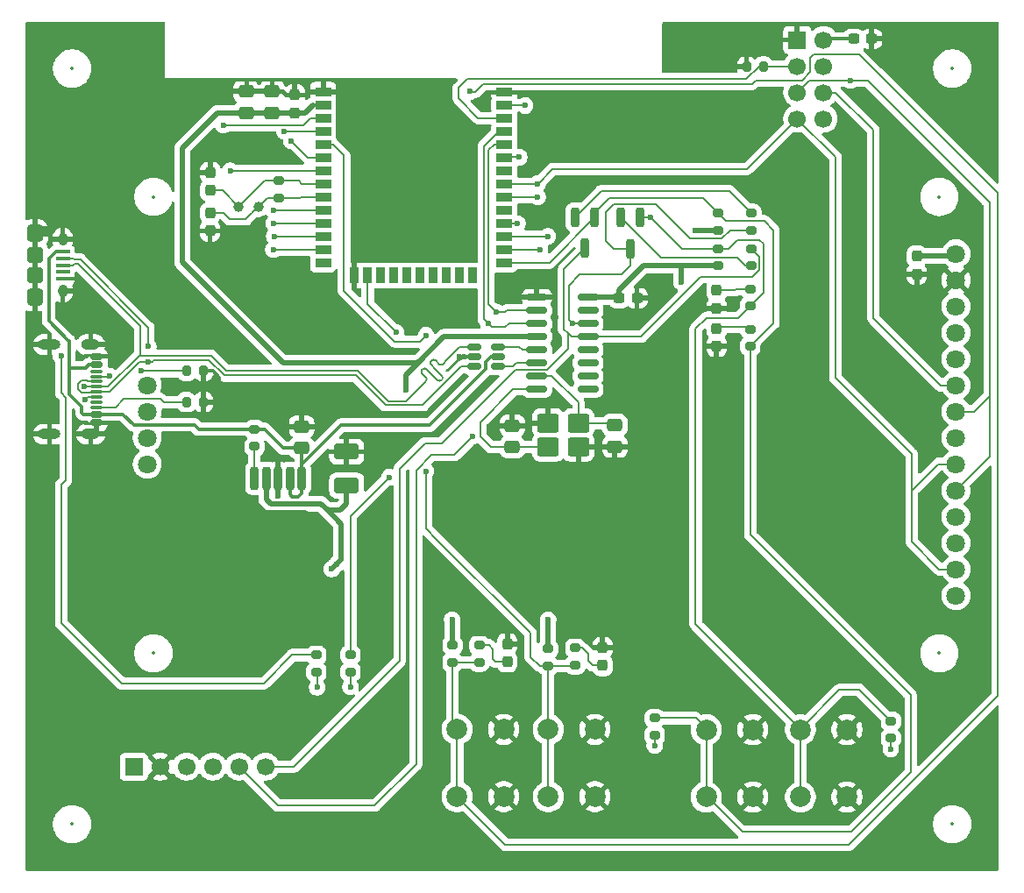
<source format=gtl>
%TF.GenerationSoftware,KiCad,Pcbnew,9.0.2*%
%TF.CreationDate,2025-12-02T18:06:08+01:00*%
%TF.ProjectId,stacja_pogody_modu__wew,73746163-6a61-45f7-906f-676f64795f6d,rev?*%
%TF.SameCoordinates,Original*%
%TF.FileFunction,Copper,L1,Top*%
%TF.FilePolarity,Positive*%
%FSLAX46Y46*%
G04 Gerber Fmt 4.6, Leading zero omitted, Abs format (unit mm)*
G04 Created by KiCad (PCBNEW 9.0.2) date 2025-12-02 18:06:08*
%MOMM*%
%LPD*%
G01*
G04 APERTURE LIST*
G04 Aperture macros list*
%AMRoundRect*
0 Rectangle with rounded corners*
0 $1 Rounding radius*
0 $2 $3 $4 $5 $6 $7 $8 $9 X,Y pos of 4 corners*
0 Add a 4 corners polygon primitive as box body*
4,1,4,$2,$3,$4,$5,$6,$7,$8,$9,$2,$3,0*
0 Add four circle primitives for the rounded corners*
1,1,$1+$1,$2,$3*
1,1,$1+$1,$4,$5*
1,1,$1+$1,$6,$7*
1,1,$1+$1,$8,$9*
0 Add four rect primitives between the rounded corners*
20,1,$1+$1,$2,$3,$4,$5,0*
20,1,$1+$1,$4,$5,$6,$7,0*
20,1,$1+$1,$6,$7,$8,$9,0*
20,1,$1+$1,$8,$9,$2,$3,0*%
G04 Aperture macros list end*
%TA.AperFunction,SMDPad,CuDef*%
%ADD10RoundRect,0.200000X-0.200000X0.900000X-0.200000X-0.900000X0.200000X-0.900000X0.200000X0.900000X0*%
%TD*%
%TA.AperFunction,SMDPad,CuDef*%
%ADD11RoundRect,0.249997X-2.650003X2.950003X-2.650003X-2.950003X2.650003X-2.950003X2.650003X2.950003X0*%
%TD*%
%TA.AperFunction,ComponentPad*%
%ADD12C,1.800000*%
%TD*%
%TA.AperFunction,HeatsinkPad*%
%ADD13O,1.550000X0.890000*%
%TD*%
%TA.AperFunction,SMDPad,CuDef*%
%ADD14RoundRect,0.250000X-0.525000X0.475000X-0.525000X-0.475000X0.525000X-0.475000X0.525000X0.475000X0*%
%TD*%
%TA.AperFunction,HeatsinkPad*%
%ADD15O,0.950000X1.250000*%
%TD*%
%TA.AperFunction,SMDPad,CuDef*%
%ADD16RoundRect,0.250000X-0.525000X0.500000X-0.525000X-0.500000X0.525000X-0.500000X0.525000X0.500000X0*%
%TD*%
%TA.AperFunction,SMDPad,CuDef*%
%ADD17RoundRect,0.100000X-0.575000X0.100000X-0.575000X-0.100000X0.575000X-0.100000X0.575000X0.100000X0*%
%TD*%
%TA.AperFunction,SMDPad,CuDef*%
%ADD18RoundRect,0.200000X0.275000X-0.200000X0.275000X0.200000X-0.275000X0.200000X-0.275000X-0.200000X0*%
%TD*%
%TA.AperFunction,SMDPad,CuDef*%
%ADD19RoundRect,0.237500X-0.237500X0.300000X-0.237500X-0.300000X0.237500X-0.300000X0.237500X0.300000X0*%
%TD*%
%TA.AperFunction,SMDPad,CuDef*%
%ADD20RoundRect,0.237500X0.237500X-0.300000X0.237500X0.300000X-0.237500X0.300000X-0.237500X-0.300000X0*%
%TD*%
%TA.AperFunction,SMDPad,CuDef*%
%ADD21RoundRect,0.200000X-0.275000X0.200000X-0.275000X-0.200000X0.275000X-0.200000X0.275000X0.200000X0*%
%TD*%
%TA.AperFunction,SMDPad,CuDef*%
%ADD22RoundRect,0.200000X0.200000X0.275000X-0.200000X0.275000X-0.200000X-0.275000X0.200000X-0.275000X0*%
%TD*%
%TA.AperFunction,SMDPad,CuDef*%
%ADD23RoundRect,0.250000X-0.475000X0.337500X-0.475000X-0.337500X0.475000X-0.337500X0.475000X0.337500X0*%
%TD*%
%TA.AperFunction,SMDPad,CuDef*%
%ADD24RoundRect,0.237500X0.300000X0.237500X-0.300000X0.237500X-0.300000X-0.237500X0.300000X-0.237500X0*%
%TD*%
%TA.AperFunction,SMDPad,CuDef*%
%ADD25RoundRect,0.150000X-0.512500X-0.150000X0.512500X-0.150000X0.512500X0.150000X-0.512500X0.150000X0*%
%TD*%
%TA.AperFunction,SMDPad,CuDef*%
%ADD26RoundRect,0.200000X-0.200000X0.750000X-0.200000X-0.750000X0.200000X-0.750000X0.200000X0.750000X0*%
%TD*%
%TA.AperFunction,SMDPad,CuDef*%
%ADD27RoundRect,0.250001X0.944999X-0.507499X0.944999X0.507499X-0.944999X0.507499X-0.944999X-0.507499X0*%
%TD*%
%TA.AperFunction,SMDPad,CuDef*%
%ADD28R,1.500000X0.900000*%
%TD*%
%TA.AperFunction,SMDPad,CuDef*%
%ADD29R,0.900000X1.500000*%
%TD*%
%TA.AperFunction,HeatsinkPad*%
%ADD30R,0.900000X0.900000*%
%TD*%
%TA.AperFunction,HeatsinkPad*%
%ADD31C,0.600000*%
%TD*%
%TA.AperFunction,SMDPad,CuDef*%
%ADD32RoundRect,0.250000X0.475000X-0.337500X0.475000X0.337500X-0.475000X0.337500X-0.475000X-0.337500X0*%
%TD*%
%TA.AperFunction,SMDPad,CuDef*%
%ADD33RoundRect,0.150000X-0.825000X-0.150000X0.825000X-0.150000X0.825000X0.150000X-0.825000X0.150000X0*%
%TD*%
%TA.AperFunction,ComponentPad*%
%ADD34C,1.000000*%
%TD*%
%TA.AperFunction,ComponentPad*%
%ADD35R,1.700000X1.700000*%
%TD*%
%TA.AperFunction,ComponentPad*%
%ADD36C,1.700000*%
%TD*%
%TA.AperFunction,SMDPad,CuDef*%
%ADD37RoundRect,0.250000X0.800000X0.650000X-0.800000X0.650000X-0.800000X-0.650000X0.800000X-0.650000X0*%
%TD*%
%TA.AperFunction,ComponentPad*%
%ADD38C,2.000000*%
%TD*%
%TA.AperFunction,SMDPad,CuDef*%
%ADD39RoundRect,0.150000X-0.425000X0.150000X-0.425000X-0.150000X0.425000X-0.150000X0.425000X0.150000X0*%
%TD*%
%TA.AperFunction,SMDPad,CuDef*%
%ADD40RoundRect,0.075000X-0.500000X0.075000X-0.500000X-0.075000X0.500000X-0.075000X0.500000X0.075000X0*%
%TD*%
%TA.AperFunction,HeatsinkPad*%
%ADD41O,1.800000X1.000000*%
%TD*%
%TA.AperFunction,HeatsinkPad*%
%ADD42O,2.200000X1.000000*%
%TD*%
%TA.AperFunction,ViaPad*%
%ADD43C,0.600000*%
%TD*%
%TA.AperFunction,Conductor*%
%ADD44C,0.200000*%
%TD*%
%TA.AperFunction,Conductor*%
%ADD45C,0.300000*%
%TD*%
%TA.AperFunction,Conductor*%
%ADD46C,0.500000*%
%TD*%
%TA.AperFunction,Conductor*%
%ADD47C,0.400000*%
%TD*%
%ADD48C,0.300000*%
%ADD49C,0.350000*%
%ADD50O,1.150000X0.500000*%
%ADD51O,0.550000X0.850000*%
%ADD52C,0.200000*%
%ADD53O,1.400000X0.600000*%
%ADD54O,1.800000X0.600000*%
G04 APERTURE END LIST*
D10*
%TO.P,U7,5,FLAG/ADJ*%
%TO.N,Net-(U7-FLAG{slash}ADJ)*%
X117620000Y-97575000D03*
%TO.P,U7,4,VOUT*%
%TO.N,+3.3V*%
X118760000Y-97575000D03*
D11*
%TO.P,U7,3,GND*%
%TO.N,GND*%
X119900000Y-103875000D03*
D10*
X119900000Y-97575000D03*
%TO.P,U7,2,VIN*%
%TO.N,VBUS*%
X121040000Y-97575000D03*
%TO.P,U7,1,EN*%
X122180000Y-97575000D03*
%TD*%
D12*
%TO.P,U4,18,SD_SCK*%
%TO.N,/LCD_SCK*%
X107265200Y-96216900D03*
%TO.P,U4,17,SD_MISO*%
%TO.N,/LCD_MISO*%
X107265200Y-93676900D03*
%TO.P,U4,16,SD_MOSI*%
%TO.N,/LCD_MOSI*%
X107265200Y-91136900D03*
%TO.P,U4,15,SD_CS*%
%TO.N,/SD_CS*%
X107265200Y-88596900D03*
%TO.P,U4,14,T_IRQ*%
%TO.N,/T_IRQ*%
X185363572Y-108916620D03*
%TO.P,U4,13,T_DOUT*%
%TO.N,/LCD_MISO*%
X185363572Y-106376620D03*
%TO.P,U4,12,T_DIN*%
%TO.N,/LCD_MOSI*%
X185363572Y-103836620D03*
%TO.P,U4,11,T_CS*%
%TO.N,/T_CS*%
X185363572Y-101296620D03*
%TO.P,U4,10,T_CLK*%
%TO.N,/LCD_SCK*%
X185363572Y-98756620D03*
%TO.P,U4,9,MISO*%
%TO.N,/LCD_MISO*%
X185363572Y-96216620D03*
%TO.P,U4,8,LED*%
%TO.N,/LCD_LED*%
X185363572Y-93676620D03*
%TO.P,U4,7,SCK*%
%TO.N,/LCD_SCK*%
X185363572Y-91136620D03*
%TO.P,U4,6,MOSI*%
%TO.N,/LCD_MOSI*%
X185363572Y-88596620D03*
%TO.P,U4,5,DC*%
%TO.N,/LCD_DC*%
X185363572Y-86056620D03*
%TO.P,U4,4,RST*%
%TO.N,/LCD_RST*%
X185363572Y-83516620D03*
%TO.P,U4,3,CS*%
%TO.N,/LCD_CS*%
X185363572Y-80976620D03*
%TO.P,U4,2,GND*%
%TO.N,GND*%
X185363572Y-78436620D03*
%TO.P,U4,1,VCC*%
%TO.N,+3.3V*%
X185363572Y-75896620D03*
%TD*%
D13*
%TO.P,J1,6,Shield*%
%TO.N,GND*%
X96400000Y-80500000D03*
D14*
X96400000Y-80025000D03*
D15*
X99100000Y-79500000D03*
D16*
X96400000Y-78000000D03*
X96400000Y-76000000D03*
D15*
X99100000Y-74500000D03*
D14*
X96400000Y-73975000D03*
D13*
X96400000Y-73500000D03*
D17*
%TO.P,J1,5,GND*%
X99100000Y-78300000D03*
%TO.P,J1,4,ID*%
%TO.N,unconnected-(J1-ID-Pad4)*%
X99100000Y-77650000D03*
%TO.P,J1,3,D+*%
%TO.N,/USB_D+*%
X99100000Y-77000000D03*
%TO.P,J1,2,D-*%
%TO.N,/USB_D-*%
X99100000Y-76350000D03*
%TO.P,J1,1,VBUS*%
%TO.N,VBUS*%
X99100000Y-75700000D03*
%TD*%
D18*
%TO.P,R13,1*%
%TO.N,Net-(Q2-B)*%
X165582200Y-77038200D03*
%TO.P,R13,2*%
%TO.N,/CH340_DTR*%
X165582200Y-75388200D03*
%TD*%
D19*
%TO.P,C12,1*%
%TO.N,Net-(C12-Pad1)*%
X162255200Y-79426900D03*
%TO.P,C12,2*%
%TO.N,GND*%
X162255200Y-81151900D03*
%TD*%
%TO.P,C3,1*%
%TO.N,GND*%
X142036800Y-113589900D03*
%TO.P,C3,2*%
%TO.N,Net-(C3-Pad2)*%
X142036800Y-115314900D03*
%TD*%
D20*
%TO.P,C16,1*%
%TO.N,Net-(U3-IO32)*%
X113350000Y-69775000D03*
%TO.P,C16,2*%
%TO.N,GND*%
X113350000Y-68050000D03*
%TD*%
D21*
%TO.P,R2,1*%
%TO.N,/LED1*%
X126898400Y-114658000D03*
%TO.P,R2,2*%
%TO.N,Net-(D2-A)*%
X126898400Y-116308000D03*
%TD*%
D18*
%TO.P,R8,1*%
%TO.N,/Button_1*%
X136753600Y-115379000D03*
%TO.P,R8,2*%
%TO.N,+3.3V*%
X136753600Y-113729000D03*
%TD*%
D19*
%TO.P,C7,1*%
%TO.N,GND*%
X121525000Y-60562500D03*
%TO.P,C7,2*%
%TO.N,+3.3V*%
X121525000Y-62287500D03*
%TD*%
D21*
%TO.P,R16,1*%
%TO.N,/ESP_ENABLE*%
X162382200Y-75388200D03*
%TO.P,R16,2*%
%TO.N,+3.3V*%
X162382200Y-77038200D03*
%TD*%
%TO.P,R15,1*%
%TO.N,/ESP_BOOT*%
X162382200Y-71963200D03*
%TO.P,R15,2*%
%TO.N,+3.3V*%
X162382200Y-73613200D03*
%TD*%
%TO.P,R17,1*%
%TO.N,Net-(C10-Pad1)*%
X165506000Y-83173500D03*
%TO.P,R17,2*%
%TO.N,/ESP_BOOT*%
X165506000Y-84823500D03*
%TD*%
D22*
%TO.P,R6,1*%
%TO.N,GND*%
X112690200Y-90234400D03*
%TO.P,R6,2*%
%TO.N,Net-(J2-CC2)*%
X111040200Y-90234400D03*
%TD*%
D18*
%TO.P,R10,1*%
%TO.N,/Button_2*%
X145973800Y-115709200D03*
%TO.P,R10,2*%
%TO.N,+3.3V*%
X145973800Y-114059200D03*
%TD*%
D19*
%TO.P,C15,1*%
%TO.N,Net-(U3-IO33)*%
X113325000Y-71962500D03*
%TO.P,C15,2*%
%TO.N,GND*%
X113325000Y-73687500D03*
%TD*%
%TO.P,C10,1*%
%TO.N,Net-(C10-Pad1)*%
X162255200Y-83108800D03*
%TO.P,C10,2*%
%TO.N,GND*%
X162255200Y-84833800D03*
%TD*%
D23*
%TO.P,C1,1*%
%TO.N,GND*%
X122175000Y-92587500D03*
%TO.P,C1,2*%
%TO.N,VBUS*%
X122175000Y-94662500D03*
%TD*%
D22*
%TO.P,R12,1*%
%TO.N,/NRF_CE*%
X166788600Y-57810400D03*
%TO.P,R12,2*%
%TO.N,GND*%
X165138600Y-57810400D03*
%TD*%
D19*
%TO.P,C4,1*%
%TO.N,GND*%
X151231600Y-113945500D03*
%TO.P,C4,2*%
%TO.N,Net-(C4-Pad2)*%
X151231600Y-115670500D03*
%TD*%
D24*
%TO.P,C8,1*%
%TO.N,GND*%
X154558300Y-80177500D03*
%TO.P,C8,2*%
%TO.N,+3.3V*%
X152833300Y-80177500D03*
%TD*%
D25*
%TO.P,U2,1,I/O1*%
%TO.N,/USB_D+*%
X138833300Y-84897500D03*
%TO.P,U2,2,GND*%
%TO.N,GND*%
X138833300Y-85847500D03*
%TO.P,U2,3,I/O2*%
%TO.N,/USB_D-*%
X138833300Y-86797500D03*
%TO.P,U2,4,I/O2*%
%TO.N,/CH340_UD-*%
X141108300Y-86797500D03*
%TO.P,U2,5,VBUS*%
%TO.N,VBUS*%
X141108300Y-85847500D03*
%TO.P,U2,6,I/O1*%
%TO.N,/CH340_UD+*%
X141108300Y-84897500D03*
%TD*%
D21*
%TO.P,R4,1*%
%TO.N,/ESP_ENABLE*%
X179074400Y-121048800D03*
%TO.P,R4,2*%
%TO.N,Net-(D4-A)*%
X179074400Y-122698800D03*
%TD*%
D24*
%TO.P,C11,1*%
%TO.N,GND*%
X177213600Y-55143400D03*
%TO.P,C11,2*%
%TO.N,+3.3V*%
X175488600Y-55143400D03*
%TD*%
D21*
%TO.P,R7,1*%
%TO.N,Net-(C3-Pad2)*%
X139319000Y-113729000D03*
%TO.P,R7,2*%
%TO.N,/Button_1*%
X139319000Y-115379000D03*
%TD*%
D26*
%TO.P,Q3,1,C*%
%TO.N,/ESP_BOOT*%
X150487500Y-72375000D03*
%TO.P,Q3,2,B*%
%TO.N,Net-(Q3-B)*%
X148587500Y-72375000D03*
%TO.P,Q3,3,E*%
%TO.N,/CH340_DTR*%
X149537500Y-75375000D03*
%TD*%
%TO.P,Q2,1,C*%
%TO.N,/ESP_ENABLE*%
X154884200Y-72390000D03*
%TO.P,Q2,2,B*%
%TO.N,Net-(Q2-B)*%
X152984200Y-72390000D03*
%TO.P,Q2,3,E*%
%TO.N,/CH340_RTS*%
X153934200Y-75390000D03*
%TD*%
D27*
%TO.P,C17,1*%
%TO.N,+3.3V*%
X126525000Y-98277500D03*
%TO.P,C17,2*%
%TO.N,GND*%
X126525000Y-95022500D03*
%TD*%
D21*
%TO.P,R18,1*%
%TO.N,Net-(C12-Pad1)*%
X165506000Y-79291600D03*
%TO.P,R18,2*%
%TO.N,/ESP_ENABLE*%
X165506000Y-80941600D03*
%TD*%
D28*
%TO.P,U3,1,GND*%
%TO.N,GND*%
X124250000Y-60240000D03*
%TO.P,U3,2,VDD*%
%TO.N,+3.3V*%
X124250000Y-61510000D03*
%TO.P,U3,3,EN*%
%TO.N,/ESP_ENABLE*%
X124250000Y-62780000D03*
%TO.P,U3,4,SENSOR_VP*%
%TO.N,/Button_1*%
X124250000Y-64050000D03*
%TO.P,U3,5,SENSOR_VN*%
%TO.N,/Button_2*%
X124250000Y-65320000D03*
%TO.P,U3,6,IO34*%
%TO.N,/NRF_IRQ*%
X124250000Y-66590000D03*
%TO.P,U3,7,IO35*%
%TO.N,/T_IRQ*%
X124250000Y-67860000D03*
%TO.P,U3,8,IO32*%
%TO.N,Net-(U3-IO32)*%
X124250000Y-69130000D03*
%TO.P,U3,9,IO33*%
%TO.N,Net-(U3-IO33)*%
X124250000Y-70400000D03*
%TO.P,U3,10,IO25*%
%TO.N,/LCD_RST*%
X124250000Y-71670000D03*
%TO.P,U3,11,IO26*%
%TO.N,/LCD_DC*%
X124250000Y-72940000D03*
%TO.P,U3,12,IO27*%
%TO.N,/LCD_LED*%
X124250000Y-74210000D03*
%TO.P,U3,13,IO14*%
%TO.N,/T_CS*%
X124250000Y-75480000D03*
%TO.P,U3,14,IO12*%
%TO.N,unconnected-(U3-IO12-Pad14)*%
X124250000Y-76750000D03*
D29*
%TO.P,U3,15,GND*%
%TO.N,GND*%
X127285000Y-78000000D03*
%TO.P,U3,16,IO13*%
%TO.N,/LED1*%
X128555000Y-78000000D03*
%TO.P,U3,17,NC*%
%TO.N,unconnected-(U3-NC-Pad17)*%
X129825000Y-78000000D03*
%TO.P,U3,18,NC*%
%TO.N,unconnected-(U3-NC-Pad18)*%
X131095000Y-78000000D03*
%TO.P,U3,19,NC*%
%TO.N,unconnected-(U3-NC-Pad19)*%
X132365000Y-78000000D03*
%TO.P,U3,20,NC*%
%TO.N,unconnected-(U3-NC-Pad20)*%
X133635000Y-78000000D03*
%TO.P,U3,21,NC*%
%TO.N,unconnected-(U3-NC-Pad21)*%
X134905000Y-78000000D03*
%TO.P,U3,22,NC*%
%TO.N,unconnected-(U3-NC-Pad22)*%
X136175000Y-78000000D03*
%TO.P,U3,23,IO15*%
%TO.N,unconnected-(U3-IO15-Pad23)*%
X137445000Y-78000000D03*
%TO.P,U3,24,IO2*%
%TO.N,unconnected-(U3-IO2-Pad24)*%
X138715000Y-78000000D03*
D28*
%TO.P,U3,25,IO0*%
%TO.N,/ESP_BOOT*%
X141750000Y-76750000D03*
%TO.P,U3,26,IO4*%
%TO.N,/LCD_CS*%
X141750000Y-75480000D03*
%TO.P,U3,27,IO16*%
%TO.N,/NRF_CSN*%
X141750000Y-74210000D03*
%TO.P,U3,28,IO17*%
%TO.N,/SD_CS*%
X141750000Y-72940000D03*
%TO.P,U3,29,IO5*%
%TO.N,unconnected-(U3-IO5-Pad29)*%
X141750000Y-71670000D03*
%TO.P,U3,30,IO18*%
%TO.N,/LCD_SCK*%
X141750000Y-70400000D03*
%TO.P,U3,31,IO19*%
%TO.N,/LCD_MISO*%
X141750000Y-69130000D03*
%TO.P,U3,32,NC*%
%TO.N,unconnected-(U3-NC-Pad32)*%
X141750000Y-67860000D03*
%TO.P,U3,33,IO21*%
%TO.N,/LED2*%
X141750000Y-66590000D03*
%TO.P,U3,34,RXD0/IO3*%
%TO.N,/CH340_TX*%
X141750000Y-65320000D03*
%TO.P,U3,35,TXD0/IO1*%
%TO.N,/CH340_RX*%
X141750000Y-64050000D03*
%TO.P,U3,36,IO22*%
%TO.N,/NRF_CE*%
X141750000Y-62780000D03*
%TO.P,U3,37,IO23*%
%TO.N,/LCD_MOSI*%
X141750000Y-61510000D03*
%TO.P,U3,38,GND*%
%TO.N,GND*%
X141750000Y-60240000D03*
D30*
%TO.P,U3,39,GND*%
X130100000Y-66560000D03*
D31*
X130100000Y-67260000D03*
D30*
X130100000Y-67960000D03*
D31*
X130100000Y-68660000D03*
D30*
X130100000Y-69360000D03*
D31*
X130800000Y-66560000D03*
X130800000Y-67960000D03*
X130800000Y-69360000D03*
D30*
X131500000Y-66560000D03*
D31*
X131500000Y-67260000D03*
D30*
X131500000Y-67960000D03*
D31*
X131500000Y-68660000D03*
D30*
X131500000Y-69360000D03*
D31*
X132200000Y-66560000D03*
X132200000Y-67960000D03*
X132200000Y-69360000D03*
D30*
X132900000Y-66560000D03*
D31*
X132900000Y-67260000D03*
D30*
X132900000Y-67960000D03*
D31*
X132900000Y-68660000D03*
D30*
X132900000Y-69360000D03*
%TD*%
D23*
%TO.P,C13,1*%
%TO.N,GND*%
X119325000Y-60212500D03*
%TO.P,C13,2*%
%TO.N,+3.3V*%
X119325000Y-62287500D03*
%TD*%
%TO.P,C5,1*%
%TO.N,Net-(U5-XI)*%
X152416400Y-92446500D03*
%TO.P,C5,2*%
%TO.N,GND*%
X152416400Y-94521500D03*
%TD*%
D18*
%TO.P,R19,1*%
%TO.N,Net-(U7-FLAG{slash}ADJ)*%
X117625000Y-94500000D03*
%TO.P,R19,2*%
%TO.N,VBUS*%
X117625000Y-92850000D03*
%TD*%
D21*
%TO.P,R9,1*%
%TO.N,Net-(C4-Pad2)*%
X148590000Y-113984200D03*
%TO.P,R9,2*%
%TO.N,/Button_2*%
X148590000Y-115634200D03*
%TD*%
D22*
%TO.P,R5,1*%
%TO.N,GND*%
X112715200Y-87234400D03*
%TO.P,R5,2*%
%TO.N,Net-(J2-CC1)*%
X111065200Y-87234400D03*
%TD*%
D32*
%TO.P,C6,1*%
%TO.N,Net-(U5-XO)*%
X142510400Y-94572300D03*
%TO.P,C6,2*%
%TO.N,GND*%
X142510400Y-92497300D03*
%TD*%
D21*
%TO.P,R3,1*%
%TO.N,/ESP_BOOT*%
X156274400Y-120761300D03*
%TO.P,R3,2*%
%TO.N,Net-(D3-A)*%
X156274400Y-122411300D03*
%TD*%
D20*
%TO.P,C9,1*%
%TO.N,GND*%
X181584600Y-77851000D03*
%TO.P,C9,2*%
%TO.N,+3.3V*%
X181584600Y-76126000D03*
%TD*%
D33*
%TO.P,U5,1,GND*%
%TO.N,GND*%
X144895800Y-80097500D03*
%TO.P,U5,2,TXD*%
%TO.N,/CH340_TX*%
X144895800Y-81367500D03*
%TO.P,U5,3,RXD*%
%TO.N,/CH340_RX*%
X144895800Y-82637500D03*
%TO.P,U5,4,V3*%
%TO.N,+3.3V*%
X144895800Y-83907500D03*
%TO.P,U5,5,UD+*%
%TO.N,/CH340_UD+*%
X144895800Y-85177500D03*
%TO.P,U5,6,UD-*%
%TO.N,/CH340_UD-*%
X144895800Y-86447500D03*
%TO.P,U5,7,XI*%
%TO.N,Net-(U5-XI)*%
X144895800Y-87717500D03*
%TO.P,U5,8,XO*%
%TO.N,Net-(U5-XO)*%
X144895800Y-88987500D03*
%TO.P,U5,9,~{CTS}*%
%TO.N,unconnected-(U5-~{CTS}-Pad9)*%
X149845800Y-88987500D03*
%TO.P,U5,10,~{DSR}*%
%TO.N,unconnected-(U5-~{DSR}-Pad10)*%
X149845800Y-87717500D03*
%TO.P,U5,11,~{RI}*%
%TO.N,unconnected-(U5-~{RI}-Pad11)*%
X149845800Y-86447500D03*
%TO.P,U5,12,~{DCD}*%
%TO.N,unconnected-(U5-~{DCD}-Pad12)*%
X149845800Y-85177500D03*
%TO.P,U5,13,~{DTR}*%
%TO.N,/CH340_DTR*%
X149845800Y-83907500D03*
%TO.P,U5,14,~{RTS}*%
%TO.N,/CH340_RTS*%
X149845800Y-82637500D03*
%TO.P,U5,15,R232*%
%TO.N,unconnected-(U5-R232-Pad15)*%
X149845800Y-81367500D03*
%TO.P,U5,16,VCC*%
%TO.N,+3.3V*%
X149845800Y-80097500D03*
%TD*%
D23*
%TO.P,C14,1*%
%TO.N,GND*%
X116800000Y-60212500D03*
%TO.P,C14,2*%
%TO.N,+3.3V*%
X116800000Y-62287500D03*
%TD*%
D34*
%TO.P,Y2,1,1*%
%TO.N,Net-(U3-IO32)*%
X116100000Y-71345000D03*
%TO.P,Y2,2,2*%
%TO.N,Net-(U3-IO33)*%
X118000000Y-71345000D03*
%TD*%
D21*
%TO.P,R1,1*%
%TO.N,/LED2*%
X123604200Y-114664000D03*
%TO.P,R1,2*%
%TO.N,Net-(D1-A)*%
X123604200Y-116314000D03*
%TD*%
D35*
%TO.P,U6,1,GND*%
%TO.N,GND*%
X170039700Y-55233400D03*
D36*
%TO.P,U6,2,VCC*%
%TO.N,+3.3V*%
X172579700Y-55233400D03*
%TO.P,U6,3,CE*%
%TO.N,/NRF_CE*%
X170039700Y-57773400D03*
%TO.P,U6,4,~{CSN}*%
%TO.N,/NRF_CSN*%
X172579700Y-57773400D03*
%TO.P,U6,5,SCK*%
%TO.N,/LCD_SCK*%
X170039700Y-60313400D03*
%TO.P,U6,6,MOSI*%
%TO.N,/LCD_MOSI*%
X172579700Y-60313400D03*
%TO.P,U6,7,MISO*%
%TO.N,/LCD_MISO*%
X170039700Y-62853400D03*
%TO.P,U6,8,IRQ*%
%TO.N,/NRF_IRQ*%
X172579700Y-62853400D03*
%TD*%
D37*
%TO.P,Y1,1,1*%
%TO.N,Net-(U5-XI)*%
X148895800Y-92262500D03*
%TO.P,Y1,2,2*%
%TO.N,GND*%
X145995800Y-92262500D03*
%TO.P,Y1,3,3*%
%TO.N,Net-(U5-XO)*%
X145995800Y-94562500D03*
%TO.P,Y1,4,4*%
%TO.N,GND*%
X148895800Y-94562500D03*
%TD*%
D21*
%TO.P,R14,1*%
%TO.N,Net-(Q3-B)*%
X165607200Y-71963200D03*
%TO.P,R14,2*%
%TO.N,/CH340_RTS*%
X165607200Y-73613200D03*
%TD*%
%TO.P,R11,1*%
%TO.N,Net-(U3-IO32)*%
X119950000Y-68850000D03*
%TO.P,R11,2*%
%TO.N,Net-(U3-IO33)*%
X119950000Y-70500000D03*
%TD*%
D38*
%TO.P,EN,1,A*%
%TO.N,/ESP_ENABLE*%
X170350000Y-121875000D03*
X170350000Y-128375000D03*
%TO.P,EN,2,A*%
%TO.N,GND*%
X174850000Y-121875000D03*
X174850000Y-128375000D03*
%TD*%
%TO.P,BOOT,1,A*%
%TO.N,/ESP_BOOT*%
X161250000Y-121875000D03*
X161250000Y-128375000D03*
%TO.P,BOOT,2,A*%
%TO.N,GND*%
X165750000Y-121875000D03*
X165750000Y-128375000D03*
%TD*%
%TO.P,SW1,1,A*%
%TO.N,GND*%
X141696000Y-128345000D03*
X141696000Y-121845000D03*
%TO.P,SW1,2,A*%
%TO.N,/Button_1*%
X137196000Y-128345000D03*
X137196000Y-121845000D03*
%TD*%
D35*
%TO.P,J3,1,Pin_1*%
%TO.N,+3.3V*%
X105968800Y-125450600D03*
D36*
%TO.P,J3,2,Pin_2*%
%TO.N,GND*%
X108508800Y-125450600D03*
%TO.P,J3,3,Pin_3*%
%TO.N,/CH340_TX*%
X111048800Y-125450600D03*
%TO.P,J3,4,Pin_4*%
%TO.N,/CH340_RX*%
X113588800Y-125450600D03*
%TO.P,J3,5,Pin_5*%
%TO.N,/CH340_RTS*%
X116128800Y-125450600D03*
%TO.P,J3,6,Pin_6*%
%TO.N,/CH340_DTR*%
X118668800Y-125450600D03*
%TD*%
D38*
%TO.P,SW2,1,A*%
%TO.N,GND*%
X150496000Y-128345000D03*
X150496000Y-121845000D03*
%TO.P,SW2,2,A*%
%TO.N,/Button_2*%
X145996000Y-128345000D03*
X145996000Y-121845000D03*
%TD*%
D39*
%TO.P,J2,A1,GND*%
%TO.N,GND*%
X102380000Y-85800000D03*
%TO.P,J2,A4,VBUS*%
%TO.N,VBUS*%
X102380000Y-86600000D03*
D40*
%TO.P,J2,A5,CC1*%
%TO.N,Net-(J2-CC1)*%
X102380000Y-87750000D03*
%TO.P,J2,A6,D+*%
%TO.N,/USB_D+*%
X102380000Y-88750000D03*
%TO.P,J2,A7,D-*%
%TO.N,/USB_D-*%
X102380000Y-89250000D03*
%TO.P,J2,A8,SBU1*%
%TO.N,unconnected-(J2-SBU1-PadA8)*%
X102380000Y-90250000D03*
D39*
%TO.P,J2,A9,VBUS*%
%TO.N,VBUS*%
X102380000Y-91400000D03*
%TO.P,J2,A12,GND*%
%TO.N,GND*%
X102380000Y-92200000D03*
%TO.P,J2,B1,GND*%
X102380000Y-92200000D03*
%TO.P,J2,B4,VBUS*%
%TO.N,VBUS*%
X102380000Y-91400000D03*
D40*
%TO.P,J2,B5,CC2*%
%TO.N,Net-(J2-CC2)*%
X102380000Y-90750000D03*
%TO.P,J2,B6,D+*%
%TO.N,/USB_D+*%
X102380000Y-89750000D03*
%TO.P,J2,B7,D-*%
%TO.N,/USB_D-*%
X102380000Y-88250000D03*
%TO.P,J2,B8,SBU2*%
%TO.N,unconnected-(J2-SBU2-PadB8)*%
X102380000Y-87250000D03*
D39*
%TO.P,J2,B9,VBUS*%
%TO.N,VBUS*%
X102380000Y-86600000D03*
%TO.P,J2,B12,GND*%
%TO.N,GND*%
X102380000Y-85800000D03*
D41*
%TO.P,J2,S1,SHIELD*%
X101805000Y-84680000D03*
D42*
X97825000Y-84680000D03*
D41*
X101805000Y-93320000D03*
D42*
X97825000Y-93320000D03*
%TD*%
D43*
%TO.N,+3.3V*%
X161112200Y-73634600D03*
X136702800Y-111252000D03*
X160175000Y-73625000D03*
X125984700Y-105434700D03*
X158850000Y-78650000D03*
X132207000Y-89052400D03*
X125072200Y-106347200D03*
X145973800Y-111252000D03*
X125547200Y-105872200D03*
X132207000Y-87975000D03*
X158851600Y-77038200D03*
%TO.N,GND*%
X183250000Y-99000000D03*
X151950000Y-63225000D03*
X119225000Y-106650000D03*
X139325000Y-89050000D03*
X147600000Y-87400000D03*
X119750000Y-104900000D03*
X156325000Y-94500000D03*
X132725000Y-81375000D03*
X146050000Y-90400000D03*
X115400000Y-77825000D03*
X122200000Y-101100000D03*
X151900000Y-66200000D03*
X169425000Y-102850000D03*
X112500000Y-100925000D03*
X175775000Y-71875000D03*
X119125000Y-90450000D03*
X119300000Y-101075000D03*
X101325000Y-104575000D03*
X160000000Y-55000000D03*
X180325000Y-82350000D03*
X132150000Y-85450000D03*
X169525000Y-89850000D03*
X156825000Y-113900000D03*
X106775000Y-100925000D03*
X148675000Y-99375000D03*
X117200000Y-80875000D03*
X130900000Y-119800000D03*
X101125000Y-109975000D03*
X117175000Y-73725000D03*
X120975000Y-101125000D03*
X112775000Y-106875000D03*
X118350000Y-132850000D03*
X117650000Y-103675000D03*
X135525000Y-68800000D03*
X146700000Y-82050000D03*
X113350000Y-88850000D03*
X120850000Y-103900000D03*
X117700000Y-102225000D03*
X119925000Y-99300000D03*
X128175000Y-90400000D03*
X102775000Y-73375000D03*
X164025000Y-109300000D03*
X129975000Y-112475000D03*
X120900000Y-106650000D03*
X110650000Y-88850000D03*
X182475000Y-94725000D03*
X107725000Y-65500000D03*
X169550000Y-94375000D03*
X142100000Y-105675000D03*
X155025000Y-87150000D03*
X117700000Y-106650000D03*
X117700000Y-101075000D03*
X108900000Y-132975000D03*
X174825000Y-107100000D03*
X124050000Y-81525000D03*
X183075000Y-90250000D03*
X130150000Y-85450000D03*
X170600000Y-114625000D03*
X122200000Y-106650000D03*
X183100000Y-102800000D03*
X116150000Y-110425000D03*
X103500000Y-82150000D03*
X179300000Y-102700000D03*
X107725000Y-74225000D03*
X122200000Y-105250000D03*
X157075000Y-79075000D03*
X109200000Y-104000000D03*
X188100000Y-104925000D03*
X118725000Y-103900000D03*
X129525000Y-95975000D03*
X122200000Y-102200000D03*
X174625000Y-94425000D03*
X163075000Y-94250000D03*
X112000000Y-76200000D03*
X108900000Y-61350000D03*
X117650000Y-105250000D03*
X130800000Y-132850000D03*
X142075000Y-99475000D03*
X135525000Y-62850000D03*
X152925000Y-82525000D03*
X156775000Y-106325000D03*
X179275000Y-89375000D03*
X100925000Y-118625000D03*
X129500000Y-93675000D03*
X130000000Y-103975000D03*
X165100000Y-55000000D03*
X119900000Y-95475000D03*
X137450000Y-85800000D03*
X140450000Y-92750000D03*
X106975000Y-110075000D03*
X119800000Y-102800000D03*
X129950000Y-107800000D03*
X129100000Y-62850000D03*
X148550000Y-105750000D03*
X169525000Y-85075000D03*
X187600000Y-99500000D03*
X146550000Y-71500000D03*
X126250000Y-123250000D03*
X165225000Y-63225000D03*
X139850000Y-61700000D03*
X122175000Y-103800000D03*
X124575000Y-90425000D03*
X107750000Y-79500000D03*
%TO.N,Net-(D1-A)*%
X123672600Y-117775000D03*
%TO.N,Net-(D2-A)*%
X126898400Y-117729000D03*
%TO.N,Net-(D3-A)*%
X156286200Y-123425000D03*
%TO.N,Net-(D4-A)*%
X179070000Y-123750000D03*
%TO.N,/CH340_RTS*%
X138709400Y-93522800D03*
X148329900Y-82620100D03*
%TO.N,/CH340_TX*%
X140975000Y-81525000D03*
%TO.N,/CH340_RX*%
X140185050Y-82639950D03*
%TO.N,/ESP_ENABLE*%
X114600000Y-63450000D03*
X155907400Y-72417600D03*
%TO.N,/LED1*%
X130633700Y-97483700D03*
X131300000Y-83475000D03*
%TO.N,/LED2*%
X143200000Y-66575000D03*
X98933000Y-85750000D03*
%TO.N,/Button_1*%
X120481000Y-64050000D03*
X138425000Y-60225000D03*
%TO.N,/Button_2*%
X134188200Y-96900000D03*
X134188200Y-83769200D03*
%TO.N,/NRF_IRQ*%
X121191000Y-64991000D03*
%TO.N,/LCD_SCK*%
X144975000Y-70400000D03*
X175150000Y-59150000D03*
%TO.N,/LCD_MOSI*%
X143762500Y-61575000D03*
%TO.N,/NRF_CSN*%
X145950000Y-74210000D03*
%TO.N,/LCD_MISO*%
X144975000Y-69125000D03*
%TO.N,/LCD_DC*%
X119482800Y-72950000D03*
%TO.N,/T_CS*%
X119442400Y-75475000D03*
%TO.N,/LCD_LED*%
X119513600Y-74200000D03*
%TO.N,/T_IRQ*%
X115275000Y-67875000D03*
%TO.N,/SD_CS*%
X143019301Y-72969301D03*
%TO.N,/LCD_RST*%
X119450000Y-71670000D03*
%TO.N,/LCD_CS*%
X145194200Y-75475000D03*
%TO.N,/USB_D-*%
X107362200Y-84800000D03*
X107350000Y-86328600D03*
%TO.N,/USB_D+*%
X101200000Y-88750000D03*
X101225000Y-90025000D03*
%TO.N,Net-(J2-CC1)*%
X106650000Y-87223600D03*
X103632000Y-87706200D03*
%TD*%
D44*
%TO.N,/NRF_CE*%
X139230000Y-62780000D02*
X141750000Y-62780000D01*
X137350000Y-59850000D02*
X137350000Y-60900000D01*
X165109000Y-59041000D02*
X138159000Y-59041000D01*
X138159000Y-59041000D02*
X137350000Y-59850000D01*
X166339600Y-57810400D02*
X165109000Y-59041000D01*
X137350000Y-60900000D02*
X139230000Y-62780000D01*
X166788600Y-57810400D02*
X166339600Y-57810400D01*
D45*
%TO.N,VBUS*%
X99700000Y-89450000D02*
X99700000Y-86925000D01*
X100950000Y-90700000D02*
X99700000Y-89450000D01*
X100950000Y-91225000D02*
X100950000Y-90700000D01*
X101125000Y-91400000D02*
X100950000Y-91225000D01*
X102380000Y-91400000D02*
X101125000Y-91400000D01*
X101625000Y-86600000D02*
X102380000Y-86600000D01*
X101300000Y-86925000D02*
X101625000Y-86600000D01*
X99700000Y-86925000D02*
X101300000Y-86925000D01*
D44*
%TO.N,/LED2*%
X98950000Y-85792800D02*
X98933000Y-85775800D01*
X98950000Y-89337810D02*
X98950000Y-85792800D01*
X99400000Y-97763400D02*
X99400000Y-89787810D01*
X99400000Y-89787810D02*
X98950000Y-89337810D01*
X104800000Y-117400000D02*
X98950000Y-111550000D01*
X98950000Y-111550000D02*
X98950000Y-98213400D01*
X98950000Y-98213400D02*
X99400000Y-97763400D01*
X118539000Y-117400000D02*
X104800000Y-117400000D01*
X121275000Y-114664000D02*
X118539000Y-117400000D01*
X123604200Y-114664000D02*
X121275000Y-114664000D01*
D46*
%TO.N,+3.3V*%
X125547200Y-105872200D02*
X125072200Y-106347200D01*
X152833300Y-80177500D02*
X152833300Y-79416700D01*
X133375000Y-86450000D02*
X133550000Y-86275000D01*
X126525000Y-100025000D02*
X125875000Y-100675000D01*
D45*
X181612200Y-76098400D02*
X181584600Y-76126000D01*
D46*
X136702800Y-111252000D02*
X136702800Y-113678200D01*
D45*
X160184600Y-73634600D02*
X160175000Y-73625000D01*
D46*
X155211800Y-77038200D02*
X162382200Y-77038200D01*
X125875000Y-100675000D02*
X124675000Y-100675000D01*
X185161792Y-76098400D02*
X181612200Y-76098400D01*
X114045200Y-62287500D02*
X110625000Y-65707700D01*
D45*
X136702800Y-113678200D02*
X136753600Y-113729000D01*
D46*
X145973800Y-114059200D02*
X145973800Y-111252000D01*
X158851600Y-77038200D02*
X158851600Y-78648400D01*
D45*
X158851600Y-78648400D02*
X158850000Y-78650000D01*
X133550000Y-86275000D02*
X133250000Y-86575000D01*
X116800000Y-62287500D02*
X116720200Y-62207700D01*
X161290000Y-73634600D02*
X161315400Y-73609200D01*
D46*
X161112200Y-73634600D02*
X160184600Y-73634600D01*
X118760000Y-97575000D02*
X118760000Y-99635000D01*
X161315400Y-73609200D02*
X162378200Y-73609200D01*
X121525000Y-62287500D02*
X122487500Y-62287500D01*
X149848300Y-80100000D02*
X152750800Y-80100000D01*
X119175000Y-100050000D02*
X124050000Y-100050000D01*
X118760000Y-99635000D02*
X119175000Y-100050000D01*
X120375000Y-86450000D02*
X133375000Y-86450000D01*
X125984700Y-101984700D02*
X125984700Y-105434700D01*
D45*
X152753300Y-80097500D02*
X152833300Y-80177500D01*
D46*
X149845800Y-80097500D02*
X149848300Y-80100000D01*
X144888300Y-83900000D02*
X144895800Y-83907500D01*
X110625000Y-65707700D02*
X110625000Y-76700000D01*
X132207000Y-87975000D02*
X132207000Y-87604600D01*
D45*
X172669700Y-55143400D02*
X172579700Y-55233400D01*
D46*
X119325000Y-62287500D02*
X121525000Y-62287500D01*
X152833300Y-79416700D02*
X155211800Y-77038200D01*
X152750800Y-80100000D02*
X152753300Y-80097500D01*
X110625000Y-76700000D02*
X120375000Y-86450000D01*
X135925000Y-83900000D02*
X144888300Y-83900000D01*
X124675000Y-100675000D02*
X125984700Y-101984700D01*
X116800000Y-62287500D02*
X119325000Y-62287500D01*
X132207000Y-87975000D02*
X132207000Y-89052400D01*
D45*
X175488600Y-55143400D02*
X172669700Y-55143400D01*
D46*
X133250000Y-86575000D02*
X132220400Y-87604600D01*
X116800000Y-62287500D02*
X114045200Y-62287500D01*
D45*
X123265000Y-61510000D02*
X124250000Y-61510000D01*
X161112200Y-73634600D02*
X161290000Y-73634600D01*
D46*
X124050000Y-100050000D02*
X124675000Y-100675000D01*
D45*
X185363572Y-75896620D02*
X185161792Y-76098400D01*
D46*
X133250000Y-86575000D02*
X135925000Y-83900000D01*
D45*
X162378200Y-73609200D02*
X162382200Y-73613200D01*
D46*
X122487500Y-62287500D02*
X123265000Y-61510000D01*
X126525000Y-98277500D02*
X126525000Y-100025000D01*
X125984700Y-105434700D02*
X125547200Y-105872200D01*
D45*
%TO.N,GND*%
X121350000Y-59100000D02*
X121525000Y-59275000D01*
D47*
X119325000Y-60212500D02*
X120337500Y-60212500D01*
D45*
X100850000Y-78725000D02*
X100850000Y-79475000D01*
X100425000Y-78300000D02*
X100850000Y-78725000D01*
D47*
X119325000Y-59250000D02*
X119325000Y-60212500D01*
D45*
X102380000Y-85800000D02*
X104100000Y-85800000D01*
X104080000Y-84680000D02*
X101805000Y-84680000D01*
X100700000Y-79475000D02*
X100675000Y-79500000D01*
X104300000Y-92425000D02*
X104300000Y-93275000D01*
X104300000Y-93275000D02*
X104255000Y-93320000D01*
D47*
X121525000Y-59275000D02*
X121525000Y-60562500D01*
D45*
X100675000Y-79500000D02*
X99100000Y-79500000D01*
X119350000Y-59100000D02*
X119825000Y-59100000D01*
X113500000Y-88700000D02*
X113350000Y-88850000D01*
X119350000Y-59225000D02*
X119325000Y-59250000D01*
X114250000Y-87838178D02*
X114250000Y-88700000D01*
X102380000Y-92200000D02*
X104075000Y-92200000D01*
X119925000Y-97600000D02*
X119900000Y-97575000D01*
X138833300Y-85847500D02*
X137497500Y-85847500D01*
X104075000Y-92200000D02*
X104300000Y-92425000D01*
X104125000Y-84725000D02*
X104080000Y-84680000D01*
X115250000Y-59100000D02*
X119825000Y-59100000D01*
X100850000Y-79475000D02*
X100700000Y-79475000D01*
D47*
X120687500Y-60562500D02*
X121525000Y-60562500D01*
D45*
X113646222Y-87234400D02*
X114250000Y-87838178D01*
X99100000Y-78300000D02*
X100425000Y-78300000D01*
D46*
X119925000Y-99300000D02*
X119925000Y-97600000D01*
D45*
X104100000Y-85800000D02*
X104125000Y-85775000D01*
X104255000Y-93320000D02*
X101805000Y-93320000D01*
X112715200Y-87234400D02*
X113646222Y-87234400D01*
X115362500Y-60212500D02*
X114750000Y-59600000D01*
X116850000Y-59100000D02*
X119350000Y-59100000D01*
X104125000Y-85775000D02*
X104125000Y-84725000D01*
X114250000Y-88700000D02*
X113500000Y-88700000D01*
X116850000Y-59100000D02*
X116800000Y-59150000D01*
X114750000Y-59600000D02*
X115250000Y-59100000D01*
D47*
X120337500Y-60212500D02*
X120687500Y-60562500D01*
X116800000Y-59150000D02*
X116800000Y-60212500D01*
D45*
X119350000Y-59100000D02*
X119350000Y-59225000D01*
X116800000Y-60212500D02*
X115362500Y-60212500D01*
X137497500Y-85847500D02*
X137450000Y-85800000D01*
X119825000Y-59100000D02*
X121350000Y-59100000D01*
D44*
%TO.N,Net-(U5-XI)*%
X146342500Y-87717500D02*
X148895800Y-90270800D01*
X152232400Y-92262500D02*
X152416400Y-92446500D01*
X148895800Y-90270800D02*
X148895800Y-92262500D01*
X148895800Y-92262500D02*
X152232400Y-92262500D01*
X144895800Y-87717500D02*
X146342500Y-87717500D01*
%TO.N,Net-(U5-XO)*%
X142510400Y-94572300D02*
X145986000Y-94572300D01*
X145986000Y-94572300D02*
X145995800Y-94562500D01*
X139446000Y-92151200D02*
X139446000Y-93573600D01*
X142609700Y-88987500D02*
X139446000Y-92151200D01*
X142502300Y-94564200D02*
X142510400Y-94572300D01*
X144895800Y-88987500D02*
X142609700Y-88987500D01*
X140436600Y-94564200D02*
X142502300Y-94564200D01*
X139446000Y-93573600D02*
X140436600Y-94564200D01*
%TO.N,Net-(C12-Pad1)*%
X164134800Y-79291600D02*
X165506000Y-79291600D01*
X165442700Y-79426900D02*
X165455200Y-79439400D01*
X162255200Y-79426900D02*
X163999500Y-79426900D01*
X163999500Y-79426900D02*
X164134800Y-79291600D01*
%TO.N,Net-(D1-A)*%
X123672600Y-116382400D02*
X123604200Y-116314000D01*
X123672600Y-117779800D02*
X123672600Y-117775000D01*
X123672600Y-117775000D02*
X123672600Y-116382400D01*
%TO.N,Net-(D2-A)*%
X126898400Y-117729000D02*
X126898400Y-116308000D01*
X126898400Y-117576600D02*
X126898400Y-117729000D01*
%TO.N,Net-(D3-A)*%
X156274400Y-123330600D02*
X156286200Y-123342400D01*
X156274400Y-122411300D02*
X156274400Y-123330600D01*
%TO.N,Net-(D4-A)*%
X179074400Y-123693600D02*
X179070000Y-123698000D01*
X179074400Y-122698800D02*
X179074400Y-123693600D01*
%TO.N,/CH340_UD-*%
X142889100Y-86447500D02*
X144895800Y-86447500D01*
X142539100Y-86797500D02*
X142889100Y-86447500D01*
X141108300Y-86797500D02*
X142539100Y-86797500D01*
%TO.N,/CH340_UD+*%
X143470500Y-85177500D02*
X144895800Y-85177500D01*
X141108300Y-84897500D02*
X143190500Y-84897500D01*
X143190500Y-84897500D02*
X143470500Y-85177500D01*
%TO.N,/CH340_DTR*%
X147500000Y-83187200D02*
X147904200Y-83591400D01*
X165679064Y-78130400D02*
X160731200Y-78130400D01*
X121399400Y-125450600D02*
X118668800Y-125450600D01*
X131642000Y-96650389D02*
X131642000Y-115208000D01*
X147904200Y-83591400D02*
X147904200Y-85056068D01*
X166358200Y-77451264D02*
X165679064Y-78130400D01*
X147904200Y-83591400D02*
X148220300Y-83907500D01*
X147904200Y-85056068D02*
X145843768Y-87116500D01*
X147500000Y-77412500D02*
X147500000Y-83187200D01*
X148220300Y-83907500D02*
X149845800Y-83907500D01*
X135688900Y-94214800D02*
X134077589Y-94214800D01*
X149537500Y-75375000D02*
X147500000Y-77412500D01*
X154954100Y-83907500D02*
X149845800Y-83907500D01*
X131642000Y-115208000D02*
X121399400Y-125450600D01*
X145843768Y-87116500D02*
X142787200Y-87116500D01*
X160731200Y-78130400D02*
X154954100Y-83907500D01*
X165582200Y-75388200D02*
X166358200Y-76164200D01*
X166358200Y-76164200D02*
X166358200Y-77451264D01*
X134077589Y-94214800D02*
X131642000Y-96650389D01*
X142787200Y-87116500D02*
X135688900Y-94214800D01*
%TO.N,/CH340_RTS*%
X153934200Y-75390000D02*
X152275800Y-75390000D01*
X133223000Y-96824800D02*
X133223000Y-125222000D01*
X152349200Y-71069200D02*
X156337000Y-71069200D01*
X149831700Y-82651600D02*
X149845800Y-82637500D01*
X163571264Y-73613200D02*
X165607200Y-73613200D01*
X153111200Y-77851000D02*
X149047200Y-77851000D01*
X134696200Y-95351600D02*
X133223000Y-96824800D01*
X133223000Y-125222000D02*
X129235200Y-129209800D01*
X148361400Y-82651600D02*
X149831700Y-82651600D01*
X138709400Y-93522800D02*
X136880600Y-95351600D01*
X162734464Y-74450000D02*
X163571264Y-73613200D01*
X129235200Y-129209800D02*
X119888000Y-129209800D01*
X159717800Y-74450000D02*
X162734464Y-74450000D01*
X153111200Y-77851000D02*
X153934200Y-77028000D01*
X151561800Y-74676000D02*
X151561800Y-71856600D01*
X152275800Y-75390000D02*
X151561800Y-74676000D01*
X149047200Y-77851000D02*
X147955000Y-78943200D01*
X147955000Y-82245200D02*
X148329900Y-82620100D01*
X136880600Y-95351600D02*
X134696200Y-95351600D01*
X151561800Y-71856600D02*
X152349200Y-71069200D01*
X119888000Y-129209800D02*
X116128800Y-125450600D01*
X156337000Y-71069200D02*
X159717800Y-74450000D01*
X147955000Y-81721699D02*
X147955000Y-82245200D01*
X148329900Y-82620100D02*
X148361400Y-82651600D01*
X147955000Y-81721699D02*
X147955000Y-78943200D01*
X153934200Y-77028000D02*
X153934200Y-75390000D01*
%TO.N,/CH340_TX*%
X141800000Y-81525000D02*
X141957500Y-81367500D01*
X140233400Y-80783400D02*
X140975000Y-81525000D01*
X140800000Y-65320000D02*
X140233400Y-65886600D01*
X140233400Y-65886600D02*
X140233400Y-80783400D01*
X141957500Y-81367500D02*
X144895800Y-81367500D01*
X140975000Y-81525000D02*
X141800000Y-81525000D01*
X141750000Y-65320000D02*
X140800000Y-65320000D01*
%TO.N,/CH340_RX*%
X141849943Y-83000000D02*
X140545100Y-83000000D01*
X139782400Y-82237300D02*
X139782400Y-65485600D01*
X140185050Y-82639950D02*
X140182600Y-82637500D01*
X139782400Y-65485600D02*
X141218000Y-64050000D01*
X140545100Y-83000000D02*
X140185050Y-82639950D01*
X142199943Y-82650000D02*
X141849943Y-83000000D01*
X141218000Y-64050000D02*
X141750000Y-64050000D01*
X144895800Y-82637500D02*
X144883300Y-82650000D01*
X144883300Y-82650000D02*
X142199943Y-82650000D01*
X140182600Y-82637500D02*
X139782400Y-82237300D01*
D45*
%TO.N,VBUS*%
X118600000Y-92850000D02*
X120412500Y-94662500D01*
X126000000Y-92450000D02*
X134555978Y-92450000D01*
X122175000Y-96265000D02*
X122180000Y-96270000D01*
X97764600Y-82393096D02*
X99685752Y-84314248D01*
X117625000Y-92850000D02*
X112249100Y-92850000D01*
X99700000Y-86925000D02*
X99700000Y-84328496D01*
X105964100Y-92425900D02*
X111825000Y-92425900D01*
X139957089Y-86336212D02*
X140445801Y-85847500D01*
X102380000Y-91400000D02*
X104938200Y-91400000D01*
X98425001Y-75700000D02*
X97764600Y-76360401D01*
X99700000Y-84328496D02*
X99685752Y-84314248D01*
X121040000Y-97575000D02*
X121040000Y-99140000D01*
X99100000Y-75700000D02*
X98425001Y-75700000D01*
X101841719Y-86600000D02*
X102380000Y-86600000D01*
X121040000Y-99140000D02*
X121275000Y-99375000D01*
X140445801Y-85847500D02*
X141108300Y-85847500D01*
X139957089Y-87048889D02*
X139957089Y-86336212D01*
X121850000Y-99375000D02*
X122180000Y-99045000D01*
X97764600Y-76360401D02*
X97764600Y-82393096D01*
X122175000Y-94662500D02*
X122175000Y-96265000D01*
X122180000Y-96270000D02*
X126000000Y-92450000D01*
X120412500Y-94662500D02*
X122175000Y-94662500D01*
X121275000Y-99375000D02*
X121850000Y-99375000D01*
X122180000Y-99045000D02*
X122180000Y-97575000D01*
X122180000Y-97575000D02*
X122180000Y-96270000D01*
X112249100Y-92850000D02*
X111825000Y-92425900D01*
X117625000Y-92850000D02*
X118600000Y-92850000D01*
X104938200Y-91400000D02*
X105964100Y-92425900D01*
X134555978Y-92450000D02*
X139957089Y-87048889D01*
D44*
%TO.N,/ESP_ENABLE*%
X155875000Y-72400000D02*
X155889800Y-72400000D01*
X164329400Y-82118200D02*
X161264600Y-82118200D01*
X160223200Y-111674400D02*
X170343000Y-121794200D01*
X166759200Y-79688400D02*
X166759200Y-74909200D01*
X114600000Y-63450000D02*
X115048000Y-63450000D01*
X179074400Y-121048800D02*
X176059400Y-118033800D01*
X122351000Y-63449000D02*
X123020000Y-62780000D01*
X158878000Y-75388200D02*
X162382200Y-75388200D01*
X161264600Y-82118200D02*
X160223200Y-83159600D01*
X163411800Y-75388200D02*
X162382200Y-75388200D01*
X160223200Y-83159600D02*
X160223200Y-111674400D01*
X155865000Y-72390000D02*
X154884200Y-72390000D01*
X166759200Y-74909200D02*
X166400000Y-74550000D01*
X155889800Y-72400000D02*
X155907400Y-72417600D01*
X164250000Y-74550000D02*
X163411800Y-75388200D01*
X174103400Y-118033800D02*
X170343000Y-121794200D01*
X123020000Y-62780000D02*
X124250000Y-62780000D01*
X155907400Y-72417600D02*
X158878000Y-75388200D01*
X165506000Y-80941600D02*
X164329400Y-82118200D01*
X166400000Y-74550000D02*
X164250000Y-74550000D01*
X170343000Y-121794200D02*
X170343000Y-128294200D01*
X176059400Y-118033800D02*
X174103400Y-118033800D01*
X165506000Y-80941600D02*
X166759200Y-79688400D01*
X115048000Y-63450000D02*
X115049000Y-63449000D01*
X115049000Y-63449000D02*
X122351000Y-63449000D01*
X155875000Y-72400000D02*
X155865000Y-72390000D01*
%TO.N,Net-(Q2-B)*%
X156845000Y-76250800D02*
X164261800Y-76250800D01*
X152984200Y-72390000D02*
X156845000Y-76250800D01*
X164261800Y-76250800D02*
X165049200Y-77038200D01*
X165049200Y-77038200D02*
X165582200Y-77038200D01*
%TO.N,/ESP_BOOT*%
X163164600Y-72745600D02*
X162382200Y-71963200D01*
X167741600Y-82587900D02*
X167741600Y-73634600D01*
X150487500Y-72375000D02*
X150487500Y-71923300D01*
X161275200Y-128294200D02*
X161275200Y-121794200D01*
X165506000Y-103047400D02*
X165506000Y-87884400D01*
X161275200Y-121794200D02*
X160242300Y-120761300D01*
X181000000Y-118541400D02*
X165506000Y-103047400D01*
X160954800Y-70535800D02*
X151875000Y-70535800D01*
X161275200Y-128294200D02*
X164730800Y-131749800D01*
X160242300Y-120761300D02*
X156274400Y-120761300D01*
X165506000Y-84823500D02*
X165506000Y-87884400D01*
X146112500Y-76750000D02*
X150487500Y-72375000D01*
X167741600Y-73634600D02*
X166852600Y-72745600D01*
X164730800Y-131749800D02*
X175250200Y-131749800D01*
X141750000Y-76750000D02*
X146112500Y-76750000D01*
X165506000Y-84823500D02*
X167741600Y-82587900D01*
X166852600Y-72745600D02*
X163164600Y-72745600D01*
X150487500Y-71923300D02*
X151875000Y-70535800D01*
X162382200Y-71963200D02*
X160954800Y-70535800D01*
X181000000Y-126000000D02*
X181000000Y-118541400D01*
X175250200Y-131749800D02*
X181000000Y-126000000D01*
%TO.N,/LED1*%
X128555000Y-80750000D02*
X128555000Y-78000000D01*
X126898400Y-101219000D02*
X126898400Y-114658000D01*
X131280000Y-83475000D02*
X128555000Y-80750000D01*
X131300000Y-83475000D02*
X131280000Y-83475000D01*
X130633700Y-97483700D02*
X126898400Y-101219000D01*
%TO.N,/LED2*%
X143200000Y-66575000D02*
X141765000Y-66575000D01*
X141765000Y-66575000D02*
X141750000Y-66590000D01*
%TO.N,/Button_1*%
X137196000Y-128345000D02*
X137196000Y-121845000D01*
X137196000Y-121803600D02*
X136753600Y-121361200D01*
X171297600Y-56973200D02*
X171648400Y-56622400D01*
X171648400Y-56622400D02*
X175977000Y-56622400D01*
X166003700Y-59162400D02*
X170479000Y-59162400D01*
X170479000Y-59162400D02*
X171297600Y-58343800D01*
X136753600Y-115379000D02*
X139319000Y-115379000D01*
X138425000Y-60225000D02*
X138450000Y-60250000D01*
X137196000Y-121845000D02*
X137196000Y-121803600D01*
X189399000Y-70044400D02*
X189399000Y-118601000D01*
X138950000Y-60250000D02*
X139711000Y-59489000D01*
X136753600Y-121361200D02*
X136753600Y-115379000D01*
X120481000Y-64050000D02*
X124250000Y-64050000D01*
X189399000Y-118601000D02*
X175000000Y-133000000D01*
X141851000Y-133000000D02*
X137196000Y-128345000D01*
X139711000Y-59489000D02*
X165677100Y-59489000D01*
X171297600Y-58343800D02*
X171297600Y-56973200D01*
X175977000Y-56622400D02*
X189399000Y-70044400D01*
X165677100Y-59489000D02*
X166003700Y-59162400D01*
X138450000Y-60250000D02*
X138950000Y-60250000D01*
X175000000Y-133000000D02*
X141851000Y-133000000D01*
%TO.N,/Button_2*%
X145996000Y-128345000D02*
X145996000Y-121845000D01*
X135250000Y-103500000D02*
X134188200Y-102438200D01*
X144300000Y-112550000D02*
X144300000Y-114850000D01*
X145973800Y-115709200D02*
X148515000Y-115709200D01*
X145159200Y-115709200D02*
X145973800Y-115709200D01*
X134188200Y-83769200D02*
X133582400Y-84375000D01*
X134188200Y-96900000D02*
X134188200Y-102400000D01*
X126275000Y-66395000D02*
X125200000Y-65320000D01*
X126275000Y-79465612D02*
X126275000Y-66395000D01*
X125200000Y-65320000D02*
X124250000Y-65320000D01*
X134188200Y-102438200D02*
X134188200Y-102400000D01*
X144300000Y-114850000D02*
X145159200Y-115709200D01*
X133582400Y-84375000D02*
X131184388Y-84375000D01*
X131184388Y-84375000D02*
X126275000Y-79465612D01*
X145996000Y-115731400D02*
X145973800Y-115709200D01*
X148515000Y-115709200D02*
X148590000Y-115634200D01*
X134188200Y-96875600D02*
X134188200Y-96900000D01*
X145996000Y-121845000D02*
X145996000Y-115731400D01*
X135250000Y-103500000D02*
X144300000Y-112550000D01*
%TO.N,/NRF_IRQ*%
X122790000Y-66590000D02*
X124250000Y-66590000D01*
X121191000Y-64991000D02*
X122790000Y-66590000D01*
%TO.N,/LCD_SCK*%
X185363572Y-91136620D02*
X187094980Y-91136620D01*
X188620400Y-70942200D02*
X188620400Y-89484200D01*
X171190700Y-59162400D02*
X176840600Y-59162400D01*
X144925000Y-70400000D02*
X141750000Y-70400000D01*
X185363572Y-98756620D02*
X188620400Y-95499792D01*
X176840600Y-59162400D02*
X188620400Y-70942200D01*
X187094980Y-91136620D02*
X188620400Y-89611200D01*
X170039700Y-60313400D02*
X171190700Y-59162400D01*
X170039700Y-60313400D02*
X170039700Y-61002500D01*
X188620400Y-95499792D02*
X188620400Y-89484200D01*
X188620400Y-89484200D02*
X188620400Y-89611200D01*
%TO.N,/LCD_MOSI*%
X141790000Y-61550000D02*
X141750000Y-61510000D01*
X177393600Y-82118200D02*
X183872020Y-88596620D01*
X143762500Y-61562500D02*
X143750000Y-61550000D01*
X183872020Y-88596620D02*
X185363572Y-88596620D01*
X143750000Y-61550000D02*
X141790000Y-61550000D01*
X177393600Y-63943600D02*
X177393600Y-82118200D01*
X172579700Y-60313400D02*
X173763400Y-60313400D01*
X173763400Y-60313400D02*
X177393600Y-63943600D01*
%TO.N,/NRF_CSN*%
X145960000Y-74210000D02*
X145950000Y-74210000D01*
X145975000Y-74225000D02*
X145960000Y-74210000D01*
X145950000Y-74210000D02*
X141750000Y-74210000D01*
%TO.N,/LCD_MISO*%
X144825000Y-69125000D02*
X144820000Y-69130000D01*
X183745020Y-106376620D02*
X185363572Y-106376620D01*
X181102000Y-95275400D02*
X173736000Y-87909400D01*
X181102000Y-101142800D02*
X181102000Y-103733600D01*
X170039700Y-62853400D02*
X165596550Y-67296550D01*
X183640580Y-96216620D02*
X181102000Y-98755200D01*
X145000000Y-69125000D02*
X146425000Y-67700000D01*
X173736000Y-66549700D02*
X170039700Y-62853400D01*
X181102000Y-98755200D02*
X181102000Y-95275400D01*
X145000000Y-69125000D02*
X144975000Y-69125000D01*
X181102000Y-98755200D02*
X181102000Y-101142800D01*
X144820000Y-69130000D02*
X141750000Y-69130000D01*
X181102000Y-103733600D02*
X183745020Y-106376620D01*
X144975000Y-69125000D02*
X144825000Y-69125000D01*
X146425000Y-67700000D02*
X165193100Y-67700000D01*
X165193100Y-67700000D02*
X165596550Y-67296550D01*
X185363572Y-96216620D02*
X183640580Y-96216620D01*
X173736000Y-87909400D02*
X173736000Y-66549700D01*
%TO.N,/LCD_DC*%
X119482800Y-72950000D02*
X119492800Y-72940000D01*
X119492800Y-72940000D02*
X124250000Y-72940000D01*
%TO.N,/T_CS*%
X119447400Y-75480000D02*
X124250000Y-75480000D01*
X119442400Y-75475000D02*
X119447400Y-75480000D01*
%TO.N,/LCD_LED*%
X119513600Y-74200000D02*
X119523600Y-74210000D01*
X119523600Y-74210000D02*
X124250000Y-74210000D01*
%TO.N,/T_IRQ*%
X116450000Y-67860000D02*
X124250000Y-67860000D01*
X115275000Y-67875000D02*
X115287500Y-67862500D01*
X116447500Y-67862500D02*
X116450000Y-67860000D01*
X115287500Y-67862500D02*
X116447500Y-67862500D01*
%TO.N,/SD_CS*%
X142815000Y-72940000D02*
X141750000Y-72940000D01*
X142973199Y-72781801D02*
X142815000Y-72940000D01*
%TO.N,/LCD_RST*%
X119401200Y-71700000D02*
X119431200Y-71670000D01*
X119450000Y-71670000D02*
X124250000Y-71670000D01*
X119431200Y-71670000D02*
X119450000Y-71670000D01*
%TO.N,/LCD_CS*%
X145189200Y-75480000D02*
X141750000Y-75480000D01*
%TO.N,Net-(C3-Pad2)*%
X140650000Y-114100000D02*
X140650000Y-115075000D01*
X139879000Y-113729000D02*
X139883000Y-113725000D01*
X140889900Y-115314900D02*
X142036800Y-115314900D01*
X139319000Y-113729000D02*
X139879000Y-113729000D01*
X140650000Y-115075000D02*
X140889900Y-115314900D01*
X139883000Y-113725000D02*
X140275000Y-113725000D01*
X140275000Y-113725000D02*
X140650000Y-114100000D01*
%TO.N,Net-(C4-Pad2)*%
X149825000Y-114550000D02*
X149825000Y-115250000D01*
X150245500Y-115670500D02*
X151231600Y-115670500D01*
X149259200Y-113984200D02*
X149825000Y-114550000D01*
X148590000Y-113984200D02*
X149259200Y-113984200D01*
X151231600Y-115670500D02*
X150945500Y-115670500D01*
X149825000Y-115250000D02*
X150245500Y-115670500D01*
%TO.N,Net-(C10-Pad1)*%
X165441300Y-82931000D02*
X165506000Y-82995700D01*
X162255200Y-82931000D02*
X165441300Y-82931000D01*
X165242700Y-83108800D02*
X165455200Y-83321300D01*
%TO.N,Net-(U3-IO33)*%
X124250000Y-70400000D02*
X122125000Y-70400000D01*
X120100000Y-70500000D02*
X120200000Y-70400000D01*
X113325000Y-71962500D02*
X113337500Y-71975000D01*
X114650000Y-71975000D02*
X115250000Y-72575000D01*
X113337500Y-71975000D02*
X114650000Y-71975000D01*
X116770000Y-72575000D02*
X117370000Y-71975000D01*
X115250000Y-72575000D02*
X116770000Y-72575000D01*
X117370000Y-71975000D02*
X118000000Y-71345000D01*
X118845000Y-70500000D02*
X119950000Y-70500000D01*
X119950000Y-70500000D02*
X120100000Y-70500000D01*
X118000000Y-71345000D02*
X118845000Y-70500000D01*
X122125000Y-70400000D02*
X122025000Y-70500000D01*
X122025000Y-70500000D02*
X119950000Y-70500000D01*
%TO.N,Net-(U3-IO32)*%
X114530000Y-69775000D02*
X116100000Y-71345000D01*
X122180000Y-69130000D02*
X121900000Y-68850000D01*
X116100000Y-71345000D02*
X118595000Y-68850000D01*
X121900000Y-68850000D02*
X119950000Y-68850000D01*
X124250000Y-69130000D02*
X122180000Y-69130000D01*
X113350000Y-69775000D02*
X114530000Y-69775000D01*
X118595000Y-68850000D02*
X119950000Y-68850000D01*
%TO.N,/USB_D-*%
X137602500Y-86797500D02*
X138833300Y-86797500D01*
X100112501Y-76350000D02*
X100212501Y-76450000D01*
X100796598Y-76450000D02*
X107362200Y-83015602D01*
X101672176Y-89349000D02*
X101722176Y-89299000D01*
X107750000Y-86328600D02*
X107900000Y-86178600D01*
X102380000Y-89250000D02*
X103625598Y-89250000D01*
X101448943Y-89351000D02*
X101450943Y-89349000D01*
X99100000Y-76350000D02*
X100112501Y-76350000D01*
X107362200Y-83015602D02*
X107362200Y-84800000D01*
X101771176Y-89250000D02*
X102380000Y-89250000D01*
X101722176Y-89299000D02*
X101725000Y-89299000D01*
X133875000Y-90525000D02*
X137602500Y-86797500D01*
X101448943Y-88149000D02*
X100951057Y-88149000D01*
X101450943Y-89349000D02*
X101672176Y-89349000D01*
X113228232Y-86178600D02*
X114704992Y-87655360D01*
X100599000Y-88501057D02*
X100599000Y-88998943D01*
X101549943Y-88250000D02*
X101448943Y-88149000D01*
X100951057Y-88149000D02*
X100599000Y-88501057D01*
X102380000Y-88250000D02*
X101549943Y-88250000D01*
X101725000Y-89299000D02*
X101725000Y-89296176D01*
X106546998Y-86328600D02*
X107350000Y-86328600D01*
X114704992Y-87655360D02*
X127406182Y-87655360D01*
X100599000Y-88998943D02*
X100951057Y-89351000D01*
X107900000Y-86178600D02*
X113228232Y-86178600D01*
X107350000Y-86328600D02*
X107750000Y-86328600D01*
X130275822Y-90525000D02*
X133875000Y-90525000D01*
X100212501Y-76450000D02*
X100796598Y-76450000D01*
X127406182Y-87655360D02*
X130275822Y-90525000D01*
X101725000Y-89296176D02*
X101771176Y-89250000D01*
X103625598Y-89250000D02*
X106546998Y-86328600D01*
X100951057Y-89351000D02*
X101448943Y-89351000D01*
%TO.N,/USB_D+*%
X106510602Y-85728600D02*
X113414600Y-85728600D01*
X134178601Y-87831988D02*
X133810906Y-87464293D01*
X106575000Y-82864798D02*
X106575000Y-85664202D01*
X103489202Y-88750000D02*
X102380000Y-88750000D01*
X135734235Y-87690565D02*
X135196833Y-87153163D01*
X127592570Y-87205380D02*
X130512190Y-90125000D01*
X106575000Y-85664202D02*
X106510602Y-85728600D01*
X113414600Y-85728600D02*
X114891380Y-87205380D01*
X134235171Y-87040030D02*
X134602867Y-87407726D01*
X134772571Y-87577429D02*
X135309972Y-88114830D01*
X134659435Y-86276352D02*
X134744287Y-86191501D01*
X135196833Y-87153163D02*
X135196835Y-87153165D01*
X100112501Y-77000000D02*
X100212501Y-76900000D01*
X101200000Y-88750000D02*
X102380000Y-88750000D01*
X135083699Y-86191501D02*
X135451395Y-86559197D01*
X133810905Y-87124883D02*
X133895759Y-87040030D01*
X101500000Y-89750000D02*
X101501154Y-89750000D01*
X100610202Y-76900000D02*
X106575000Y-82864798D01*
X132225000Y-90125000D02*
X134178600Y-88171400D01*
X135027130Y-86983460D02*
X134659434Y-86615764D01*
X135196835Y-87153165D02*
X135027130Y-86983460D01*
X101500000Y-89750000D02*
X101225000Y-90025000D01*
X134772573Y-87577432D02*
X134772571Y-87577429D01*
X135649383Y-88114830D02*
X135734235Y-88029977D01*
X136158558Y-86191442D02*
X137452500Y-84897500D01*
X135790807Y-86559196D02*
X135875659Y-86474342D01*
X135875659Y-86474342D02*
X136158558Y-86191442D01*
X106510602Y-85728600D02*
X103489202Y-88750000D01*
X102380000Y-89750000D02*
X101500000Y-89750000D01*
X114891380Y-87205380D02*
X127592570Y-87205380D01*
X134602867Y-87407726D02*
X134772573Y-87577432D01*
X137452500Y-84897500D02*
X138833300Y-84897500D01*
X99100000Y-77000000D02*
X100112501Y-77000000D01*
X100212501Y-76900000D02*
X100610202Y-76900000D01*
X130512190Y-90125000D02*
X132225000Y-90125000D01*
X135451395Y-86559197D02*
G75*
G03*
X135790806Y-86559195I169705J169697D01*
G01*
X133810906Y-87464293D02*
G75*
G02*
X133810917Y-87124896I169694J169693D01*
G01*
X135309972Y-88114830D02*
G75*
G03*
X135649383Y-88114831I169706J169707D01*
G01*
X134178600Y-88171400D02*
G75*
G03*
X134178595Y-87831995I-169700J169700D01*
G01*
X134744287Y-86191501D02*
G75*
G02*
X135083699Y-86191501I169706J-169701D01*
G01*
X134659434Y-86615764D02*
G75*
G02*
X134659476Y-86276394I169666J169664D01*
G01*
X135734235Y-88029977D02*
G75*
G03*
X135734206Y-87690594I-169735J169677D01*
G01*
X133895759Y-87040030D02*
G75*
G02*
X134235171Y-87040030I169706J-169708D01*
G01*
%TO.N,Net-(J2-CC2)*%
X104195000Y-90750000D02*
X102380000Y-90750000D01*
X111028400Y-90246200D02*
X108839000Y-90246200D01*
X111040200Y-90234400D02*
X111028400Y-90246200D01*
X108839000Y-90246200D02*
X108528700Y-89935900D01*
X108528700Y-89935900D02*
X105009100Y-89935900D01*
X105009100Y-89935900D02*
X104195000Y-90750000D01*
%TO.N,Net-(J2-CC1)*%
X106700000Y-87234400D02*
X111065200Y-87234400D01*
X103632000Y-87706200D02*
X103588200Y-87750000D01*
X103588200Y-87750000D02*
X102380000Y-87750000D01*
%TO.N,Net-(Q3-B)*%
X163494000Y-69850000D02*
X165607200Y-71963200D01*
X148587500Y-72375000D02*
X151112500Y-69850000D01*
X151112500Y-69850000D02*
X163494000Y-69850000D01*
%TO.N,/NRF_CE*%
X166788600Y-57810400D02*
X170002700Y-57810400D01*
X170002700Y-57810400D02*
X170039700Y-57773400D01*
%TO.N,Net-(U7-FLAG{slash}ADJ)*%
X117625000Y-94500000D02*
X117625000Y-97570000D01*
X117625000Y-97570000D02*
X117620000Y-97575000D01*
%TD*%
%TA.AperFunction,Conductor*%
%TO.N,GND*%
G36*
X161266778Y-78750585D02*
G01*
X161312533Y-78803389D01*
X161322477Y-78872547D01*
X161317446Y-78893898D01*
X161305378Y-78930317D01*
X161290025Y-78976648D01*
X161279700Y-79077715D01*
X161279700Y-79776069D01*
X161279701Y-79776087D01*
X161290025Y-79877152D01*
X161315226Y-79953202D01*
X161343595Y-80038814D01*
X161344292Y-80040915D01*
X161344293Y-80040918D01*
X161434861Y-80187751D01*
X161449182Y-80202072D01*
X161482667Y-80263395D01*
X161477683Y-80333087D01*
X161449185Y-80377432D01*
X161435252Y-80391365D01*
X161344751Y-80538088D01*
X161344746Y-80538099D01*
X161290519Y-80701747D01*
X161280200Y-80802745D01*
X161280200Y-80901900D01*
X163230199Y-80901900D01*
X163230199Y-80802760D01*
X163230198Y-80802745D01*
X163219880Y-80701747D01*
X163165653Y-80538099D01*
X163165648Y-80538088D01*
X163075147Y-80391365D01*
X163075144Y-80391361D01*
X163061217Y-80377434D01*
X163027732Y-80316111D01*
X163032716Y-80246419D01*
X163046591Y-80219686D01*
X163053082Y-80210207D01*
X163075540Y-80187750D01*
X163139670Y-80083778D01*
X163141345Y-80081333D01*
X163166209Y-80061032D01*
X163190062Y-80039578D01*
X163193422Y-80038814D01*
X163195467Y-80037145D01*
X163206104Y-80035932D01*
X163243652Y-80027400D01*
X163912831Y-80027400D01*
X163912847Y-80027401D01*
X163920443Y-80027401D01*
X164078554Y-80027401D01*
X164078557Y-80027401D01*
X164231285Y-79986477D01*
X164301164Y-79946132D01*
X164365980Y-79908711D01*
X164427977Y-79892100D01*
X164589480Y-79892100D01*
X164656519Y-79911785D01*
X164677161Y-79928419D01*
X164777661Y-80028919D01*
X164811146Y-80090242D01*
X164806162Y-80159934D01*
X164777661Y-80204281D01*
X164675531Y-80306410D01*
X164675530Y-80306411D01*
X164587522Y-80451993D01*
X164536913Y-80614407D01*
X164530500Y-80684986D01*
X164530500Y-81016502D01*
X164510815Y-81083541D01*
X164494181Y-81104183D01*
X164116984Y-81481381D01*
X164055661Y-81514866D01*
X164029303Y-81517700D01*
X163354200Y-81517700D01*
X163287161Y-81498015D01*
X163241406Y-81445211D01*
X163232479Y-81404179D01*
X163230200Y-81401900D01*
X161280201Y-81401900D01*
X161278241Y-81403859D01*
X161273361Y-81420480D01*
X161270770Y-81444621D01*
X161263693Y-81453405D01*
X161260516Y-81464226D01*
X161242169Y-81480122D01*
X161226937Y-81499032D01*
X161212751Y-81505613D01*
X161207712Y-81509981D01*
X161195379Y-81514835D01*
X161186779Y-81517699D01*
X161185543Y-81517699D01*
X161032815Y-81558623D01*
X161001358Y-81576785D01*
X160990471Y-81583070D01*
X160990466Y-81583072D01*
X160895887Y-81637677D01*
X160895882Y-81637681D01*
X159742679Y-82790884D01*
X159717901Y-82833802D01*
X159707428Y-82851943D01*
X159672881Y-82911779D01*
X159667591Y-82920943D01*
X159663623Y-82927815D01*
X159622699Y-83080543D01*
X159622699Y-83080545D01*
X159622699Y-83248646D01*
X159622700Y-83248659D01*
X159622700Y-111587730D01*
X159622699Y-111587748D01*
X159622699Y-111753454D01*
X159622698Y-111753454D01*
X159630290Y-111781787D01*
X159663623Y-111906185D01*
X159670856Y-111918713D01*
X159670857Y-111918716D01*
X159670858Y-111918716D01*
X159742677Y-112043112D01*
X159742681Y-112043117D01*
X159861549Y-112161985D01*
X159861555Y-112161990D01*
X168915299Y-121215734D01*
X168948784Y-121277057D01*
X168945549Y-121341733D01*
X168886447Y-121523627D01*
X168886447Y-121523630D01*
X168849500Y-121756902D01*
X168849500Y-121993097D01*
X168886446Y-122226368D01*
X168959433Y-122450996D01*
X169051234Y-122631163D01*
X169066657Y-122661433D01*
X169205483Y-122852510D01*
X169372490Y-123019517D01*
X169563567Y-123158343D01*
X169674794Y-123215015D01*
X169725590Y-123262989D01*
X169742500Y-123325500D01*
X169742500Y-126924498D01*
X169722815Y-126991537D01*
X169674795Y-127034983D01*
X169563566Y-127091657D01*
X169480047Y-127152338D01*
X169372490Y-127230483D01*
X169372488Y-127230485D01*
X169372487Y-127230485D01*
X169205485Y-127397487D01*
X169205485Y-127397488D01*
X169205483Y-127397490D01*
X169148520Y-127475893D01*
X169066657Y-127588566D01*
X168959433Y-127799003D01*
X168886446Y-128023631D01*
X168849500Y-128256902D01*
X168849500Y-128493097D01*
X168886446Y-128726368D01*
X168959433Y-128950996D01*
X169051234Y-129131163D01*
X169066657Y-129161433D01*
X169205483Y-129352510D01*
X169372490Y-129519517D01*
X169563567Y-129658343D01*
X169662991Y-129709002D01*
X169774003Y-129765566D01*
X169774005Y-129765566D01*
X169774008Y-129765568D01*
X169894412Y-129804689D01*
X169998631Y-129838553D01*
X170231903Y-129875500D01*
X170231908Y-129875500D01*
X170468097Y-129875500D01*
X170701368Y-129838553D01*
X170788318Y-129810301D01*
X170925992Y-129765568D01*
X170926022Y-129765553D01*
X170968190Y-129744067D01*
X171136433Y-129658343D01*
X171327510Y-129519517D01*
X171494517Y-129352510D01*
X171633343Y-129161433D01*
X171740568Y-128950992D01*
X171813553Y-128726368D01*
X171817958Y-128698554D01*
X171850500Y-128493097D01*
X171850500Y-128256947D01*
X173350000Y-128256947D01*
X173350000Y-128493052D01*
X173386934Y-128726247D01*
X173459897Y-128950802D01*
X173567087Y-129161174D01*
X173627338Y-129244104D01*
X173627340Y-129244105D01*
X174326212Y-128545233D01*
X174337482Y-128587292D01*
X174409890Y-128712708D01*
X174512292Y-128815110D01*
X174637708Y-128887518D01*
X174679765Y-128898787D01*
X173980893Y-129597658D01*
X174063828Y-129657914D01*
X174274197Y-129765102D01*
X174498752Y-129838065D01*
X174498751Y-129838065D01*
X174731948Y-129875000D01*
X174968052Y-129875000D01*
X175201247Y-129838065D01*
X175425802Y-129765102D01*
X175636163Y-129657918D01*
X175636169Y-129657914D01*
X175719104Y-129597658D01*
X175719105Y-129597658D01*
X175020233Y-128898787D01*
X175062292Y-128887518D01*
X175187708Y-128815110D01*
X175290110Y-128712708D01*
X175362518Y-128587292D01*
X175373787Y-128545233D01*
X176072658Y-129244105D01*
X176072658Y-129244104D01*
X176132914Y-129161169D01*
X176132918Y-129161163D01*
X176240102Y-128950802D01*
X176313065Y-128726247D01*
X176350000Y-128493052D01*
X176350000Y-128256947D01*
X176313065Y-128023752D01*
X176240102Y-127799197D01*
X176132914Y-127588828D01*
X176072658Y-127505894D01*
X176072658Y-127505893D01*
X175373787Y-128204765D01*
X175362518Y-128162708D01*
X175290110Y-128037292D01*
X175187708Y-127934890D01*
X175062292Y-127862482D01*
X175020234Y-127851212D01*
X175719105Y-127152340D01*
X175719104Y-127152338D01*
X175636174Y-127092087D01*
X175425802Y-126984897D01*
X175201247Y-126911934D01*
X175201248Y-126911934D01*
X174968052Y-126875000D01*
X174731948Y-126875000D01*
X174498752Y-126911934D01*
X174274197Y-126984897D01*
X174063830Y-127092084D01*
X173980894Y-127152340D01*
X174679766Y-127851212D01*
X174637708Y-127862482D01*
X174512292Y-127934890D01*
X174409890Y-128037292D01*
X174337482Y-128162708D01*
X174326212Y-128204765D01*
X173627340Y-127505894D01*
X173567084Y-127588830D01*
X173459897Y-127799197D01*
X173386934Y-128023752D01*
X173350000Y-128256947D01*
X171850500Y-128256947D01*
X171850500Y-128256902D01*
X171813553Y-128023631D01*
X171740566Y-127799003D01*
X171633477Y-127588830D01*
X171633343Y-127588567D01*
X171494517Y-127397490D01*
X171327510Y-127230483D01*
X171136433Y-127091657D01*
X171136432Y-127091656D01*
X171136430Y-127091655D01*
X171011204Y-127027848D01*
X170960409Y-126979874D01*
X170943500Y-126917364D01*
X170943500Y-123332634D01*
X170963185Y-123265595D01*
X171011206Y-123222149D01*
X171025208Y-123215015D01*
X171136433Y-123158343D01*
X171327510Y-123019517D01*
X171494517Y-122852510D01*
X171633343Y-122661433D01*
X171740568Y-122450992D01*
X171813553Y-122226368D01*
X171817958Y-122198554D01*
X171850500Y-121993097D01*
X171850500Y-121756947D01*
X173350000Y-121756947D01*
X173350000Y-121993052D01*
X173386934Y-122226247D01*
X173459897Y-122450802D01*
X173567087Y-122661174D01*
X173627338Y-122744104D01*
X173627340Y-122744105D01*
X174326212Y-122045233D01*
X174337482Y-122087292D01*
X174409890Y-122212708D01*
X174512292Y-122315110D01*
X174637708Y-122387518D01*
X174679765Y-122398787D01*
X173980893Y-123097658D01*
X174063828Y-123157914D01*
X174274197Y-123265102D01*
X174498752Y-123338065D01*
X174498751Y-123338065D01*
X174731948Y-123375000D01*
X174968052Y-123375000D01*
X175201247Y-123338065D01*
X175425802Y-123265102D01*
X175636163Y-123157918D01*
X175636169Y-123157914D01*
X175719104Y-123097658D01*
X175719105Y-123097658D01*
X175020233Y-122398787D01*
X175062292Y-122387518D01*
X175187708Y-122315110D01*
X175290110Y-122212708D01*
X175362518Y-122087292D01*
X175373787Y-122045233D01*
X176072658Y-122744105D01*
X176072658Y-122744104D01*
X176132914Y-122661169D01*
X176132918Y-122661163D01*
X176240102Y-122450802D01*
X176313065Y-122226247D01*
X176350000Y-121993052D01*
X176350000Y-121756947D01*
X176313065Y-121523752D01*
X176240102Y-121299197D01*
X176132914Y-121088828D01*
X176072658Y-121005894D01*
X176072658Y-121005893D01*
X175373787Y-121704765D01*
X175362518Y-121662708D01*
X175290110Y-121537292D01*
X175187708Y-121434890D01*
X175062292Y-121362482D01*
X175020234Y-121351212D01*
X175719105Y-120652340D01*
X175719104Y-120652338D01*
X175636174Y-120592087D01*
X175425802Y-120484897D01*
X175201247Y-120411934D01*
X175201248Y-120411934D01*
X174968052Y-120375000D01*
X174731948Y-120375000D01*
X174498752Y-120411934D01*
X174274197Y-120484897D01*
X174063830Y-120592084D01*
X173980894Y-120652340D01*
X174679766Y-121351212D01*
X174637708Y-121362482D01*
X174512292Y-121434890D01*
X174409890Y-121537292D01*
X174337482Y-121662708D01*
X174326212Y-121704765D01*
X173627340Y-121005894D01*
X173567084Y-121088830D01*
X173459897Y-121299197D01*
X173386934Y-121523752D01*
X173350000Y-121756947D01*
X171850500Y-121756947D01*
X171850500Y-121756902D01*
X171813553Y-121523631D01*
X171784719Y-121434890D01*
X171751015Y-121331163D01*
X171749021Y-121261326D01*
X171781264Y-121205169D01*
X174315817Y-118670619D01*
X174377140Y-118637134D01*
X174403498Y-118634300D01*
X175759303Y-118634300D01*
X175826342Y-118653985D01*
X175846984Y-118670619D01*
X178062581Y-120886216D01*
X178096066Y-120947539D01*
X178098900Y-120973897D01*
X178098900Y-121305413D01*
X178105313Y-121375992D01*
X178105313Y-121375994D01*
X178105314Y-121375996D01*
X178155922Y-121538406D01*
X178237880Y-121673981D01*
X178243930Y-121683988D01*
X178346061Y-121786119D01*
X178379546Y-121847442D01*
X178374562Y-121917134D01*
X178346061Y-121961481D01*
X178243931Y-122063610D01*
X178243930Y-122063611D01*
X178155922Y-122209193D01*
X178105313Y-122371607D01*
X178098900Y-122442186D01*
X178098900Y-122955413D01*
X178105313Y-123025992D01*
X178105313Y-123025994D01*
X178105314Y-123025996D01*
X178155002Y-123185454D01*
X178155922Y-123188406D01*
X178243930Y-123333988D01*
X178278633Y-123368691D01*
X178312118Y-123430014D01*
X178307134Y-123499706D01*
X178305516Y-123503817D01*
X178300264Y-123516497D01*
X178300261Y-123516506D01*
X178269500Y-123671153D01*
X178269500Y-123828846D01*
X178300261Y-123983489D01*
X178300264Y-123983501D01*
X178360602Y-124129172D01*
X178360609Y-124129185D01*
X178448210Y-124260288D01*
X178448213Y-124260292D01*
X178559707Y-124371786D01*
X178559711Y-124371789D01*
X178690814Y-124459390D01*
X178690827Y-124459397D01*
X178772236Y-124493117D01*
X178836503Y-124519737D01*
X178991153Y-124550499D01*
X178991156Y-124550500D01*
X178991158Y-124550500D01*
X179148844Y-124550500D01*
X179148845Y-124550499D01*
X179303497Y-124519737D01*
X179449179Y-124459394D01*
X179580289Y-124371789D01*
X179691789Y-124260289D01*
X179779394Y-124129179D01*
X179839737Y-123983497D01*
X179870500Y-123828842D01*
X179870500Y-123671158D01*
X179870500Y-123671155D01*
X179870499Y-123671153D01*
X179839738Y-123516510D01*
X179839737Y-123516503D01*
X179837062Y-123510047D01*
X179829594Y-123440579D01*
X179860869Y-123378100D01*
X179863944Y-123374913D01*
X179875870Y-123362986D01*
X179904872Y-123333985D01*
X179992878Y-123188406D01*
X180043486Y-123025996D01*
X180049900Y-122955416D01*
X180049900Y-122442184D01*
X180043486Y-122371604D01*
X179992878Y-122209194D01*
X179904872Y-122063615D01*
X179904870Y-122063613D01*
X179904869Y-122063611D01*
X179802739Y-121961481D01*
X179769254Y-121900158D01*
X179774238Y-121830466D01*
X179802739Y-121786119D01*
X179904868Y-121683989D01*
X179904869Y-121683988D01*
X179904872Y-121683985D01*
X179992878Y-121538406D01*
X180043486Y-121375996D01*
X180049900Y-121305416D01*
X180049900Y-120792184D01*
X180043486Y-120721604D01*
X179992878Y-120559194D01*
X179904872Y-120413615D01*
X179904870Y-120413613D01*
X179904869Y-120413611D01*
X179784588Y-120293330D01*
X179763826Y-120280779D01*
X179639006Y-120205322D01*
X179476596Y-120154714D01*
X179476594Y-120154713D01*
X179476592Y-120154713D01*
X179427178Y-120150223D01*
X179406016Y-120148300D01*
X179406013Y-120148300D01*
X179074497Y-120148300D01*
X179007458Y-120128615D01*
X178986816Y-120111981D01*
X176546990Y-117672155D01*
X176546988Y-117672152D01*
X176428117Y-117553281D01*
X176428116Y-117553280D01*
X176331576Y-117497543D01*
X176331575Y-117497542D01*
X176291190Y-117474225D01*
X176291187Y-117474223D01*
X176230093Y-117457853D01*
X176138457Y-117433299D01*
X175980343Y-117433299D01*
X175972747Y-117433299D01*
X175972731Y-117433300D01*
X174190070Y-117433300D01*
X174190054Y-117433299D01*
X174182458Y-117433299D01*
X174024343Y-117433299D01*
X173947979Y-117453761D01*
X173871614Y-117474223D01*
X173871609Y-117474226D01*
X173734690Y-117553275D01*
X173734682Y-117553281D01*
X170887295Y-120400668D01*
X170825972Y-120434153D01*
X170761297Y-120430918D01*
X170701370Y-120411447D01*
X170701371Y-120411447D01*
X170468097Y-120374500D01*
X170468092Y-120374500D01*
X170231908Y-120374500D01*
X170231903Y-120374500D01*
X169998630Y-120411447D01*
X169928136Y-120434352D01*
X169858295Y-120436347D01*
X169802137Y-120404102D01*
X160860019Y-111461984D01*
X160826534Y-111400661D01*
X160823700Y-111374303D01*
X160823700Y-85182954D01*
X161280201Y-85182954D01*
X161290519Y-85283952D01*
X161344746Y-85447600D01*
X161344751Y-85447611D01*
X161435252Y-85594334D01*
X161435255Y-85594338D01*
X161557161Y-85716244D01*
X161557165Y-85716247D01*
X161703888Y-85806748D01*
X161703899Y-85806753D01*
X161867547Y-85860980D01*
X161968552Y-85871299D01*
X162005200Y-85871299D01*
X162505200Y-85871299D01*
X162541840Y-85871299D01*
X162541854Y-85871298D01*
X162642852Y-85860980D01*
X162806500Y-85806753D01*
X162806511Y-85806748D01*
X162953234Y-85716247D01*
X162953238Y-85716244D01*
X163075144Y-85594338D01*
X163075147Y-85594334D01*
X163165648Y-85447611D01*
X163165653Y-85447600D01*
X163219880Y-85283952D01*
X163230199Y-85182954D01*
X163230200Y-85182941D01*
X163230200Y-85083800D01*
X162505200Y-85083800D01*
X162505200Y-85871299D01*
X162005200Y-85871299D01*
X162005200Y-85083800D01*
X161280201Y-85083800D01*
X161280201Y-85182954D01*
X160823700Y-85182954D01*
X160823700Y-83459696D01*
X160843385Y-83392657D01*
X160860015Y-83372019D01*
X161068022Y-83164012D01*
X161129342Y-83130529D01*
X161199033Y-83135513D01*
X161254967Y-83177384D01*
X161279384Y-83242849D01*
X161279700Y-83251694D01*
X161279700Y-83457968D01*
X161279701Y-83457987D01*
X161290026Y-83559051D01*
X161290025Y-83559052D01*
X161312489Y-83626841D01*
X161344292Y-83722816D01*
X161434859Y-83869649D01*
X161434861Y-83869651D01*
X161449182Y-83883972D01*
X161482667Y-83945295D01*
X161477683Y-84014987D01*
X161449185Y-84059332D01*
X161435252Y-84073265D01*
X161344751Y-84219988D01*
X161344746Y-84219999D01*
X161290519Y-84383647D01*
X161280200Y-84484645D01*
X161280200Y-84583800D01*
X163230199Y-84583800D01*
X163230199Y-84484660D01*
X163230198Y-84484645D01*
X163219880Y-84383647D01*
X163165653Y-84219999D01*
X163165648Y-84219988D01*
X163075147Y-84073265D01*
X163075144Y-84073261D01*
X163061217Y-84059334D01*
X163027732Y-83998011D01*
X163032716Y-83928319D01*
X163061217Y-83883972D01*
X163075540Y-83869650D01*
X163166108Y-83722816D01*
X163201339Y-83616495D01*
X163241112Y-83559051D01*
X163305628Y-83532228D01*
X163319045Y-83531500D01*
X164455271Y-83531500D01*
X164522310Y-83551185D01*
X164568065Y-83603989D01*
X164573656Y-83618610D01*
X164587520Y-83663102D01*
X164587521Y-83663104D01*
X164587522Y-83663106D01*
X164675528Y-83808685D01*
X164675530Y-83808688D01*
X164777661Y-83910819D01*
X164811146Y-83972142D01*
X164806162Y-84041834D01*
X164777661Y-84086181D01*
X164675531Y-84188310D01*
X164675530Y-84188311D01*
X164587522Y-84333893D01*
X164536913Y-84496307D01*
X164530500Y-84566886D01*
X164530500Y-85080113D01*
X164536913Y-85150692D01*
X164536913Y-85150694D01*
X164536914Y-85150696D01*
X164587522Y-85313106D01*
X164658231Y-85430073D01*
X164675530Y-85458688D01*
X164795811Y-85578969D01*
X164795813Y-85578970D01*
X164795815Y-85578972D01*
X164845650Y-85609098D01*
X164892838Y-85660626D01*
X164905500Y-85715215D01*
X164905500Y-102960730D01*
X164905499Y-102960748D01*
X164905499Y-103126454D01*
X164905498Y-103126454D01*
X164946423Y-103279185D01*
X164975358Y-103329300D01*
X164975359Y-103329304D01*
X164975360Y-103329304D01*
X165025479Y-103416114D01*
X165025481Y-103416117D01*
X165144349Y-103534985D01*
X165144355Y-103534990D01*
X180363181Y-118753816D01*
X180396666Y-118815139D01*
X180399500Y-118841497D01*
X180399500Y-125699903D01*
X180379815Y-125766942D01*
X180363181Y-125787584D01*
X175037784Y-131112981D01*
X174976461Y-131146466D01*
X174950103Y-131149300D01*
X165030897Y-131149300D01*
X164963858Y-131129615D01*
X164943216Y-131112981D01*
X162728793Y-128898558D01*
X162695308Y-128837235D01*
X162698543Y-128772559D01*
X162713553Y-128726368D01*
X162732095Y-128609300D01*
X162750500Y-128493097D01*
X162750500Y-128256947D01*
X164250000Y-128256947D01*
X164250000Y-128493052D01*
X164286934Y-128726247D01*
X164359897Y-128950802D01*
X164467087Y-129161174D01*
X164527338Y-129244104D01*
X164527340Y-129244105D01*
X165226212Y-128545233D01*
X165237482Y-128587292D01*
X165309890Y-128712708D01*
X165412292Y-128815110D01*
X165537708Y-128887518D01*
X165579765Y-128898787D01*
X164880893Y-129597658D01*
X164963828Y-129657914D01*
X165174197Y-129765102D01*
X165398752Y-129838065D01*
X165398751Y-129838065D01*
X165631948Y-129875000D01*
X165868052Y-129875000D01*
X166101247Y-129838065D01*
X166325802Y-129765102D01*
X166536163Y-129657918D01*
X166536169Y-129657914D01*
X166619104Y-129597658D01*
X166619105Y-129597658D01*
X165920233Y-128898787D01*
X165962292Y-128887518D01*
X166087708Y-128815110D01*
X166190110Y-128712708D01*
X166262518Y-128587292D01*
X166273787Y-128545234D01*
X166972658Y-129244105D01*
X166972658Y-129244104D01*
X167032914Y-129161169D01*
X167032918Y-129161163D01*
X167140102Y-128950802D01*
X167213065Y-128726247D01*
X167250000Y-128493052D01*
X167250000Y-128256947D01*
X167213065Y-128023752D01*
X167140102Y-127799197D01*
X167032914Y-127588828D01*
X166972658Y-127505894D01*
X166972658Y-127505893D01*
X166273787Y-128204765D01*
X166262518Y-128162708D01*
X166190110Y-128037292D01*
X166087708Y-127934890D01*
X165962292Y-127862482D01*
X165920234Y-127851212D01*
X166619105Y-127152340D01*
X166619104Y-127152338D01*
X166536174Y-127092087D01*
X166325802Y-126984897D01*
X166101247Y-126911934D01*
X166101248Y-126911934D01*
X165868052Y-126875000D01*
X165631948Y-126875000D01*
X165398752Y-126911934D01*
X165174197Y-126984897D01*
X164963830Y-127092084D01*
X164880894Y-127152340D01*
X165579766Y-127851212D01*
X165537708Y-127862482D01*
X165412292Y-127934890D01*
X165309890Y-128037292D01*
X165237482Y-128162708D01*
X165226212Y-128204765D01*
X164527340Y-127505894D01*
X164467084Y-127588830D01*
X164359897Y-127799197D01*
X164286934Y-128023752D01*
X164250000Y-128256947D01*
X162750500Y-128256947D01*
X162750500Y-128256902D01*
X162713553Y-128023631D01*
X162640566Y-127799003D01*
X162533477Y-127588830D01*
X162533343Y-127588567D01*
X162394517Y-127397490D01*
X162227510Y-127230483D01*
X162036433Y-127091657D01*
X162036432Y-127091656D01*
X162036430Y-127091655D01*
X161943404Y-127044255D01*
X161892609Y-126996281D01*
X161875700Y-126933771D01*
X161875700Y-123316227D01*
X161895385Y-123249188D01*
X161943405Y-123205742D01*
X162036433Y-123158343D01*
X162227510Y-123019517D01*
X162394517Y-122852510D01*
X162533343Y-122661433D01*
X162640568Y-122450992D01*
X162713553Y-122226368D01*
X162717958Y-122198554D01*
X162750500Y-121993097D01*
X162750500Y-121756947D01*
X164250000Y-121756947D01*
X164250000Y-121993052D01*
X164286934Y-122226247D01*
X164359897Y-122450802D01*
X164467087Y-122661174D01*
X164527338Y-122744104D01*
X164527340Y-122744105D01*
X165226212Y-122045233D01*
X165237482Y-122087292D01*
X165309890Y-122212708D01*
X165412292Y-122315110D01*
X165537708Y-122387518D01*
X165579765Y-122398787D01*
X164880893Y-123097658D01*
X164963828Y-123157914D01*
X165174197Y-123265102D01*
X165398752Y-123338065D01*
X165398751Y-123338065D01*
X165631948Y-123375000D01*
X165868052Y-123375000D01*
X166101247Y-123338065D01*
X166325802Y-123265102D01*
X166536163Y-123157918D01*
X166536169Y-123157914D01*
X166619104Y-123097658D01*
X166619105Y-123097658D01*
X165920233Y-122398787D01*
X165962292Y-122387518D01*
X166087708Y-122315110D01*
X166190110Y-122212708D01*
X166262518Y-122087292D01*
X166273787Y-122045234D01*
X166972658Y-122744105D01*
X166972658Y-122744104D01*
X167032914Y-122661169D01*
X167032918Y-122661163D01*
X167140102Y-122450802D01*
X167213065Y-122226247D01*
X167250000Y-121993052D01*
X167250000Y-121756947D01*
X167213065Y-121523752D01*
X167140102Y-121299197D01*
X167032914Y-121088828D01*
X166972658Y-121005894D01*
X166972658Y-121005893D01*
X166273787Y-121704765D01*
X166262518Y-121662708D01*
X166190110Y-121537292D01*
X166087708Y-121434890D01*
X165962292Y-121362482D01*
X165920234Y-121351212D01*
X166619105Y-120652340D01*
X166619104Y-120652338D01*
X166536174Y-120592087D01*
X166325802Y-120484897D01*
X166101247Y-120411934D01*
X166101248Y-120411934D01*
X165868052Y-120375000D01*
X165631948Y-120375000D01*
X165398752Y-120411934D01*
X165174197Y-120484897D01*
X164963830Y-120592084D01*
X164880894Y-120652340D01*
X165579766Y-121351212D01*
X165537708Y-121362482D01*
X165412292Y-121434890D01*
X165309890Y-121537292D01*
X165237482Y-121662708D01*
X165226212Y-121704765D01*
X164527340Y-121005894D01*
X164467084Y-121088830D01*
X164359897Y-121299197D01*
X164286934Y-121523752D01*
X164250000Y-121756947D01*
X162750500Y-121756947D01*
X162750500Y-121756902D01*
X162713553Y-121523631D01*
X162640566Y-121299003D01*
X162533477Y-121088830D01*
X162533343Y-121088567D01*
X162394517Y-120897490D01*
X162227510Y-120730483D01*
X162036433Y-120591657D01*
X161972719Y-120559193D01*
X161825996Y-120484433D01*
X161601368Y-120411446D01*
X161368097Y-120374500D01*
X161368092Y-120374500D01*
X161131908Y-120374500D01*
X161131903Y-120374500D01*
X160898630Y-120411447D01*
X160898627Y-120411447D01*
X160852440Y-120426455D01*
X160782599Y-120428450D01*
X160726441Y-120396205D01*
X160611017Y-120280781D01*
X160611016Y-120280780D01*
X160524204Y-120230660D01*
X160524204Y-120230659D01*
X160524200Y-120230658D01*
X160474085Y-120201723D01*
X160321357Y-120160799D01*
X160163243Y-120160799D01*
X160155647Y-120160799D01*
X160155631Y-120160800D01*
X157190920Y-120160800D01*
X157123881Y-120141115D01*
X157103239Y-120124481D01*
X156984588Y-120005830D01*
X156839006Y-119917822D01*
X156676596Y-119867214D01*
X156676594Y-119867213D01*
X156676592Y-119867213D01*
X156627178Y-119862723D01*
X156606016Y-119860800D01*
X155942784Y-119860800D01*
X155923545Y-119862548D01*
X155872207Y-119867213D01*
X155709793Y-119917822D01*
X155564211Y-120005830D01*
X155443930Y-120126111D01*
X155355922Y-120271693D01*
X155305313Y-120434107D01*
X155298900Y-120504686D01*
X155298900Y-121017913D01*
X155305313Y-121088492D01*
X155305313Y-121088494D01*
X155305314Y-121088496D01*
X155355922Y-121250906D01*
X155431539Y-121375992D01*
X155443930Y-121396488D01*
X155546061Y-121498619D01*
X155579546Y-121559942D01*
X155574562Y-121629634D01*
X155546061Y-121673981D01*
X155443931Y-121776110D01*
X155443930Y-121776111D01*
X155355922Y-121921693D01*
X155305313Y-122084107D01*
X155298900Y-122154686D01*
X155298900Y-122667913D01*
X155305313Y-122738492D01*
X155305313Y-122738494D01*
X155305314Y-122738496D01*
X155355922Y-122900906D01*
X155431539Y-123025992D01*
X155443930Y-123046488D01*
X155481621Y-123084179D01*
X155515106Y-123145502D01*
X155515557Y-123196051D01*
X155485700Y-123346153D01*
X155485700Y-123503846D01*
X155516461Y-123658489D01*
X155516464Y-123658501D01*
X155576802Y-123804172D01*
X155576809Y-123804185D01*
X155664410Y-123935288D01*
X155664413Y-123935292D01*
X155775907Y-124046786D01*
X155775911Y-124046789D01*
X155907014Y-124134390D01*
X155907027Y-124134397D01*
X156052698Y-124194735D01*
X156052703Y-124194737D01*
X156207353Y-124225499D01*
X156207356Y-124225500D01*
X156207358Y-124225500D01*
X156365044Y-124225500D01*
X156365045Y-124225499D01*
X156519697Y-124194737D01*
X156665379Y-124134394D01*
X156796489Y-124046789D01*
X156907989Y-123935289D01*
X156995594Y-123804179D01*
X157055937Y-123658497D01*
X157086700Y-123503842D01*
X157086700Y-123346158D01*
X157086700Y-123346155D01*
X157086699Y-123346153D01*
X157055939Y-123191511D01*
X157055151Y-123188914D01*
X157055138Y-123187484D01*
X157054749Y-123185528D01*
X157055119Y-123185454D01*
X157054522Y-123119047D01*
X157086130Y-123065227D01*
X157104869Y-123046488D01*
X157104869Y-123046487D01*
X157104872Y-123046485D01*
X157192878Y-122900906D01*
X157243486Y-122738496D01*
X157249900Y-122667916D01*
X157249900Y-122154684D01*
X157243486Y-122084104D01*
X157192878Y-121921694D01*
X157104872Y-121776115D01*
X157104870Y-121776113D01*
X157104869Y-121776111D01*
X157002739Y-121673981D01*
X156998400Y-121666035D01*
X156991153Y-121660610D01*
X156981918Y-121635850D01*
X156969254Y-121612658D01*
X156969899Y-121603628D01*
X156966736Y-121595146D01*
X156972352Y-121569325D01*
X156974238Y-121542966D01*
X156980056Y-121533912D01*
X156981588Y-121526873D01*
X157002739Y-121498619D01*
X157103239Y-121398119D01*
X157164562Y-121364634D01*
X157190920Y-121361800D01*
X159668358Y-121361800D01*
X159735397Y-121381485D01*
X159781152Y-121434289D01*
X159791096Y-121503447D01*
X159787508Y-121518878D01*
X159787584Y-121518897D01*
X159786446Y-121523635D01*
X159749500Y-121756902D01*
X159749500Y-121993097D01*
X159786446Y-122226368D01*
X159859433Y-122450996D01*
X159951234Y-122631163D01*
X159966657Y-122661433D01*
X160105483Y-122852510D01*
X160272490Y-123019517D01*
X160380042Y-123097658D01*
X160463568Y-123158344D01*
X160520759Y-123187484D01*
X160606995Y-123231423D01*
X160657790Y-123279396D01*
X160674700Y-123341907D01*
X160674700Y-126908092D01*
X160655015Y-126975131D01*
X160606995Y-127018577D01*
X160463566Y-127091657D01*
X160380047Y-127152338D01*
X160272490Y-127230483D01*
X160272488Y-127230485D01*
X160272487Y-127230485D01*
X160105485Y-127397487D01*
X160105485Y-127397488D01*
X160105483Y-127397490D01*
X160048520Y-127475893D01*
X159966657Y-127588566D01*
X159859433Y-127799003D01*
X159786446Y-128023631D01*
X159749500Y-128256902D01*
X159749500Y-128493097D01*
X159786446Y-128726368D01*
X159859433Y-128950996D01*
X159951234Y-129131163D01*
X159966657Y-129161433D01*
X160105483Y-129352510D01*
X160272490Y-129519517D01*
X160463567Y-129658343D01*
X160562991Y-129709002D01*
X160674003Y-129765566D01*
X160674005Y-129765566D01*
X160674008Y-129765568D01*
X160794412Y-129804689D01*
X160898631Y-129838553D01*
X161131903Y-129875500D01*
X161131908Y-129875500D01*
X161368097Y-129875500D01*
X161601368Y-129838553D01*
X161602870Y-129838065D01*
X161807572Y-129771552D01*
X161877409Y-129769558D01*
X161933568Y-129801803D01*
X164250278Y-132118513D01*
X164250280Y-132118516D01*
X164319584Y-132187820D01*
X164353068Y-132249141D01*
X164348084Y-132318833D01*
X164348082Y-132318834D01*
X164348083Y-132318834D01*
X164306212Y-132374768D01*
X164276315Y-132385918D01*
X164240749Y-132399184D01*
X164231902Y-132399500D01*
X142151097Y-132399500D01*
X142084058Y-132379815D01*
X142063416Y-132363181D01*
X138648798Y-128948563D01*
X138615313Y-128887240D01*
X138618547Y-128822566D01*
X138659553Y-128696368D01*
X138691755Y-128493052D01*
X138696500Y-128463097D01*
X138696500Y-128226947D01*
X140196000Y-128226947D01*
X140196000Y-128463052D01*
X140232934Y-128696247D01*
X140305897Y-128920802D01*
X140413087Y-129131174D01*
X140473338Y-129214104D01*
X140473340Y-129214105D01*
X141172212Y-128515233D01*
X141183482Y-128557292D01*
X141255890Y-128682708D01*
X141358292Y-128785110D01*
X141483708Y-128857518D01*
X141525765Y-128868787D01*
X140826893Y-129567658D01*
X140909828Y-129627914D01*
X141120197Y-129735102D01*
X141344752Y-129808065D01*
X141344751Y-129808065D01*
X141577948Y-129845000D01*
X141814052Y-129845000D01*
X142047247Y-129808065D01*
X142271802Y-129735102D01*
X142482163Y-129627918D01*
X142482169Y-129627914D01*
X142565104Y-129567658D01*
X142565105Y-129567658D01*
X141866233Y-128868787D01*
X141908292Y-128857518D01*
X142033708Y-128785110D01*
X142136110Y-128682708D01*
X142208518Y-128557292D01*
X142219787Y-128515234D01*
X142918658Y-129214105D01*
X142918658Y-129214104D01*
X142978914Y-129131169D01*
X142978918Y-129131163D01*
X143086102Y-128920802D01*
X143159065Y-128696247D01*
X143196000Y-128463052D01*
X143196000Y-128226947D01*
X143159065Y-127993752D01*
X143086102Y-127769197D01*
X142978914Y-127558828D01*
X142918658Y-127475894D01*
X142918658Y-127475893D01*
X142219787Y-128174765D01*
X142208518Y-128132708D01*
X142136110Y-128007292D01*
X142033708Y-127904890D01*
X141908292Y-127832482D01*
X141866234Y-127821212D01*
X142565105Y-127122340D01*
X142565104Y-127122338D01*
X142482174Y-127062087D01*
X142271802Y-126954897D01*
X142047247Y-126881934D01*
X142047248Y-126881934D01*
X141814052Y-126845000D01*
X141577948Y-126845000D01*
X141344752Y-126881934D01*
X141120197Y-126954897D01*
X140909830Y-127062084D01*
X140826894Y-127122340D01*
X141525766Y-127821212D01*
X141483708Y-127832482D01*
X141358292Y-127904890D01*
X141255890Y-128007292D01*
X141183482Y-128132708D01*
X141172212Y-128174766D01*
X140473340Y-127475894D01*
X140413084Y-127558830D01*
X140305897Y-127769197D01*
X140232934Y-127993752D01*
X140196000Y-128226947D01*
X138696500Y-128226947D01*
X138696500Y-128226902D01*
X138659553Y-127993631D01*
X138596377Y-127799197D01*
X138586568Y-127769008D01*
X138586566Y-127769005D01*
X138586566Y-127769003D01*
X138530002Y-127657991D01*
X138479343Y-127558567D01*
X138340517Y-127367490D01*
X138173510Y-127200483D01*
X138065953Y-127122338D01*
X137982431Y-127061655D01*
X137864204Y-127001415D01*
X137813409Y-126953441D01*
X137796500Y-126890931D01*
X137796500Y-123299067D01*
X137816185Y-123232028D01*
X137864205Y-123188582D01*
X137982433Y-123128343D01*
X138173510Y-122989517D01*
X138340517Y-122822510D01*
X138479343Y-122631433D01*
X138586568Y-122420992D01*
X138659553Y-122196368D01*
X138676829Y-122087292D01*
X138696500Y-121963097D01*
X138696500Y-121726947D01*
X140196000Y-121726947D01*
X140196000Y-121963052D01*
X140232934Y-122196247D01*
X140305897Y-122420802D01*
X140413087Y-122631174D01*
X140473338Y-122714104D01*
X140473340Y-122714105D01*
X141172212Y-122015233D01*
X141183482Y-122057292D01*
X141255890Y-122182708D01*
X141358292Y-122285110D01*
X141483708Y-122357518D01*
X141525765Y-122368787D01*
X140826893Y-123067658D01*
X140909828Y-123127914D01*
X141120197Y-123235102D01*
X141344752Y-123308065D01*
X141344751Y-123308065D01*
X141577948Y-123345000D01*
X141814052Y-123345000D01*
X142047247Y-123308065D01*
X142271802Y-123235102D01*
X142482163Y-123127918D01*
X142482169Y-123127914D01*
X142565104Y-123067658D01*
X142565105Y-123067658D01*
X141866233Y-122368787D01*
X141908292Y-122357518D01*
X142033708Y-122285110D01*
X142136110Y-122182708D01*
X142208518Y-122057292D01*
X142219787Y-122015234D01*
X142918658Y-122714105D01*
X142918658Y-122714104D01*
X142978914Y-122631169D01*
X142978918Y-122631163D01*
X143086102Y-122420802D01*
X143159065Y-122196247D01*
X143196000Y-121963052D01*
X143196000Y-121726947D01*
X143159065Y-121493752D01*
X143086102Y-121269197D01*
X142978914Y-121058828D01*
X142918658Y-120975894D01*
X142918658Y-120975893D01*
X142219787Y-121674765D01*
X142208518Y-121632708D01*
X142136110Y-121507292D01*
X142033708Y-121404890D01*
X141908292Y-121332482D01*
X141866234Y-121321212D01*
X142565105Y-120622340D01*
X142565104Y-120622338D01*
X142482174Y-120562087D01*
X142271802Y-120454897D01*
X142047247Y-120381934D01*
X142047248Y-120381934D01*
X141814052Y-120345000D01*
X141577948Y-120345000D01*
X141344752Y-120381934D01*
X141120197Y-120454897D01*
X140909830Y-120562084D01*
X140826894Y-120622340D01*
X141525766Y-121321212D01*
X141483708Y-121332482D01*
X141358292Y-121404890D01*
X141255890Y-121507292D01*
X141183482Y-121632708D01*
X141172212Y-121674766D01*
X140473340Y-120975894D01*
X140413084Y-121058830D01*
X140305897Y-121269197D01*
X140232934Y-121493752D01*
X140196000Y-121726947D01*
X138696500Y-121726947D01*
X138696500Y-121726902D01*
X138659553Y-121493631D01*
X138604761Y-121325000D01*
X138586568Y-121269008D01*
X138586566Y-121269005D01*
X138586566Y-121269003D01*
X138530002Y-121157991D01*
X138479343Y-121058567D01*
X138340517Y-120867490D01*
X138173510Y-120700483D01*
X137982433Y-120561657D01*
X137771992Y-120454432D01*
X137547368Y-120381447D01*
X137547366Y-120381446D01*
X137458701Y-120367403D01*
X137395567Y-120337473D01*
X137358636Y-120278162D01*
X137354100Y-120244930D01*
X137354100Y-116270715D01*
X137373785Y-116203676D01*
X137413949Y-116164598D01*
X137463785Y-116134472D01*
X137522511Y-116075746D01*
X137582439Y-116015819D01*
X137643762Y-115982334D01*
X137670120Y-115979500D01*
X138402480Y-115979500D01*
X138469519Y-115999185D01*
X138490161Y-116015819D01*
X138608811Y-116134469D01*
X138608813Y-116134470D01*
X138608815Y-116134472D01*
X138754394Y-116222478D01*
X138916804Y-116273086D01*
X138987384Y-116279500D01*
X138987387Y-116279500D01*
X139650613Y-116279500D01*
X139650616Y-116279500D01*
X139721196Y-116273086D01*
X139883606Y-116222478D01*
X140029185Y-116134472D01*
X140149472Y-116014185D01*
X140237478Y-115868606D01*
X140261244Y-115792336D01*
X140299980Y-115734190D01*
X140364005Y-115706215D01*
X140432991Y-115717296D01*
X140453617Y-115729719D01*
X140460892Y-115735128D01*
X140521184Y-115795420D01*
X140607995Y-115845539D01*
X140614220Y-115849133D01*
X140614224Y-115849136D01*
X140643477Y-115866025D01*
X140658115Y-115874477D01*
X140810843Y-115915401D01*
X140810846Y-115915401D01*
X140976553Y-115915401D01*
X140976569Y-115915400D01*
X141048348Y-115915400D01*
X141115387Y-115935085D01*
X141153886Y-115974303D01*
X141216457Y-116075746D01*
X141216460Y-116075750D01*
X141338450Y-116197740D01*
X141485284Y-116288308D01*
X141649047Y-116342574D01*
X141750123Y-116352900D01*
X142323476Y-116352899D01*
X142323484Y-116352898D01*
X142323487Y-116352898D01*
X142406824Y-116344385D01*
X142424553Y-116342574D01*
X142588316Y-116288308D01*
X142735150Y-116197740D01*
X142857140Y-116075750D01*
X142947708Y-115928916D01*
X143001974Y-115765153D01*
X143012300Y-115664077D01*
X143012299Y-114965724D01*
X143008553Y-114929057D01*
X143001974Y-114864647D01*
X142999495Y-114857165D01*
X142947708Y-114700884D01*
X142857140Y-114554050D01*
X142842817Y-114539727D01*
X142809332Y-114478404D01*
X142814316Y-114408712D01*
X142842821Y-114364360D01*
X142856747Y-114350435D01*
X142947248Y-114203711D01*
X142947253Y-114203700D01*
X143001480Y-114040052D01*
X143011799Y-113939054D01*
X143011800Y-113939041D01*
X143011800Y-113839900D01*
X142160800Y-113839900D01*
X142093761Y-113820215D01*
X142048006Y-113767411D01*
X142036800Y-113715900D01*
X142036800Y-113589900D01*
X141910800Y-113589900D01*
X141843761Y-113570215D01*
X141798006Y-113517411D01*
X141786800Y-113465900D01*
X141786800Y-113339900D01*
X142286800Y-113339900D01*
X143011799Y-113339900D01*
X143011799Y-113240760D01*
X143011798Y-113240745D01*
X143001480Y-113139747D01*
X142947253Y-112976099D01*
X142947248Y-112976088D01*
X142856747Y-112829365D01*
X142856744Y-112829361D01*
X142734838Y-112707455D01*
X142734834Y-112707452D01*
X142588111Y-112616951D01*
X142588100Y-112616946D01*
X142424452Y-112562719D01*
X142323454Y-112552400D01*
X142286800Y-112552400D01*
X142286800Y-113339900D01*
X141786800Y-113339900D01*
X141786800Y-112552400D01*
X141750161Y-112552400D01*
X141750143Y-112552401D01*
X141649147Y-112562719D01*
X141485499Y-112616946D01*
X141485488Y-112616951D01*
X141338765Y-112707452D01*
X141338761Y-112707455D01*
X141216855Y-112829361D01*
X141216852Y-112829365D01*
X141126351Y-112976088D01*
X141126346Y-112976099D01*
X141072119Y-113139747D01*
X141061800Y-113240745D01*
X141061800Y-113363203D01*
X141055561Y-113384448D01*
X141053982Y-113406537D01*
X141045909Y-113417320D01*
X141042115Y-113430242D01*
X141025381Y-113444741D01*
X141012110Y-113462470D01*
X140999489Y-113467177D01*
X140989311Y-113475997D01*
X140967393Y-113479148D01*
X140946646Y-113486887D01*
X140933485Y-113484024D01*
X140920153Y-113485941D01*
X140900009Y-113476741D01*
X140878373Y-113472035D01*
X140860647Y-113458766D01*
X140856597Y-113456916D01*
X140850119Y-113450884D01*
X140762590Y-113363355D01*
X140762588Y-113363352D01*
X140643717Y-113244481D01*
X140643712Y-113244477D01*
X140519775Y-113172923D01*
X140519775Y-113172922D01*
X140519772Y-113172921D01*
X140506785Y-113165423D01*
X140354057Y-113124499D01*
X140231519Y-113124499D01*
X140164480Y-113104814D01*
X140143838Y-113088180D01*
X140029188Y-112973530D01*
X140027560Y-112972546D01*
X139883606Y-112885522D01*
X139721196Y-112834914D01*
X139721194Y-112834913D01*
X139721192Y-112834913D01*
X139671778Y-112830423D01*
X139650616Y-112828500D01*
X138987384Y-112828500D01*
X138968145Y-112830248D01*
X138916807Y-112834913D01*
X138754393Y-112885522D01*
X138608811Y-112973530D01*
X138488530Y-113093811D01*
X138400522Y-113239393D01*
X138349913Y-113401807D01*
X138343500Y-113472386D01*
X138343500Y-113985613D01*
X138349913Y-114056192D01*
X138349913Y-114056194D01*
X138349914Y-114056196D01*
X138400522Y-114218606D01*
X138468348Y-114330804D01*
X138488530Y-114364188D01*
X138590661Y-114466319D01*
X138594999Y-114474264D01*
X138602247Y-114479690D01*
X138611481Y-114504449D01*
X138624146Y-114527642D01*
X138623500Y-114536671D01*
X138626664Y-114545154D01*
X138621047Y-114570974D01*
X138619162Y-114597334D01*
X138613343Y-114606387D01*
X138611812Y-114613427D01*
X138590661Y-114641681D01*
X138490161Y-114742181D01*
X138428838Y-114775666D01*
X138402480Y-114778500D01*
X137670120Y-114778500D01*
X137603081Y-114758815D01*
X137582439Y-114742181D01*
X137481939Y-114641681D01*
X137448454Y-114580358D01*
X137453438Y-114510666D01*
X137481939Y-114466319D01*
X137584068Y-114364189D01*
X137584069Y-114364188D01*
X137584072Y-114364185D01*
X137672078Y-114218606D01*
X137722686Y-114056196D01*
X137729100Y-113985616D01*
X137729100Y-113472384D01*
X137722686Y-113401804D01*
X137672078Y-113239394D01*
X137584072Y-113093815D01*
X137584070Y-113093813D01*
X137584069Y-113093811D01*
X137489619Y-112999361D01*
X137456134Y-112938038D01*
X137453300Y-112911680D01*
X137453300Y-111556604D01*
X137462739Y-111509151D01*
X137472537Y-111485497D01*
X137503300Y-111330842D01*
X137503300Y-111173158D01*
X137503300Y-111173155D01*
X137503299Y-111173153D01*
X137472538Y-111018510D01*
X137472537Y-111018503D01*
X137472535Y-111018498D01*
X137412197Y-110872827D01*
X137412190Y-110872814D01*
X137324589Y-110741711D01*
X137324586Y-110741707D01*
X137213092Y-110630213D01*
X137213088Y-110630210D01*
X137081985Y-110542609D01*
X137081972Y-110542602D01*
X136936301Y-110482264D01*
X136936289Y-110482261D01*
X136781645Y-110451500D01*
X136781642Y-110451500D01*
X136623958Y-110451500D01*
X136623955Y-110451500D01*
X136469310Y-110482261D01*
X136469298Y-110482264D01*
X136323627Y-110542602D01*
X136323614Y-110542609D01*
X136192511Y-110630210D01*
X136192507Y-110630213D01*
X136081013Y-110741707D01*
X136081010Y-110741711D01*
X135993409Y-110872814D01*
X135993402Y-110872827D01*
X135933064Y-111018498D01*
X135933061Y-111018510D01*
X135902300Y-111173153D01*
X135902300Y-111330846D01*
X135933061Y-111485489D01*
X135933063Y-111485497D01*
X135942861Y-111509151D01*
X135952300Y-111556604D01*
X135952300Y-113013789D01*
X135932615Y-113080828D01*
X135925916Y-113090255D01*
X135923132Y-113093808D01*
X135835122Y-113239393D01*
X135784513Y-113401807D01*
X135778100Y-113472386D01*
X135778100Y-113985613D01*
X135784513Y-114056192D01*
X135784513Y-114056194D01*
X135784514Y-114056196D01*
X135835122Y-114218606D01*
X135902948Y-114330804D01*
X135923130Y-114364188D01*
X136025261Y-114466319D01*
X136058746Y-114527642D01*
X136053762Y-114597334D01*
X136025261Y-114641681D01*
X135923131Y-114743810D01*
X135923130Y-114743811D01*
X135835122Y-114889393D01*
X135784513Y-115051807D01*
X135778100Y-115122386D01*
X135778100Y-115635613D01*
X135784513Y-115706192D01*
X135784513Y-115706194D01*
X135784514Y-115706196D01*
X135835122Y-115868606D01*
X135902948Y-115980804D01*
X135923130Y-116014188D01*
X136043411Y-116134469D01*
X136043413Y-116134470D01*
X136043415Y-116134472D01*
X136093250Y-116164598D01*
X136140438Y-116216126D01*
X136153100Y-116270715D01*
X136153100Y-120714511D01*
X136133415Y-120781550D01*
X136116781Y-120802192D01*
X136051485Y-120867487D01*
X136051485Y-120867488D01*
X136051483Y-120867490D01*
X135993324Y-120947539D01*
X135912657Y-121058566D01*
X135805433Y-121269003D01*
X135732446Y-121493631D01*
X135695500Y-121726902D01*
X135695500Y-121963097D01*
X135732446Y-122196368D01*
X135805433Y-122420996D01*
X135912519Y-122631163D01*
X135912657Y-122631433D01*
X136051483Y-122822510D01*
X136218490Y-122989517D01*
X136296904Y-123046488D01*
X136409568Y-123128344D01*
X136484177Y-123166358D01*
X136527794Y-123188582D01*
X136578590Y-123236556D01*
X136595500Y-123299067D01*
X136595500Y-126890931D01*
X136575815Y-126957970D01*
X136527796Y-127001415D01*
X136409568Y-127061655D01*
X136326044Y-127122340D01*
X136218490Y-127200483D01*
X136218488Y-127200485D01*
X136218487Y-127200485D01*
X136051485Y-127367487D01*
X136051485Y-127367488D01*
X136051483Y-127367490D01*
X136029689Y-127397487D01*
X135912657Y-127558566D01*
X135805433Y-127769003D01*
X135732446Y-127993631D01*
X135695500Y-128226902D01*
X135695500Y-128463097D01*
X135732446Y-128696368D01*
X135805433Y-128920996D01*
X135912519Y-129131163D01*
X135912657Y-129131433D01*
X136051483Y-129322510D01*
X136218490Y-129489517D01*
X136409567Y-129628343D01*
X136508991Y-129679002D01*
X136620003Y-129735566D01*
X136620005Y-129735566D01*
X136620008Y-129735568D01*
X136710904Y-129765102D01*
X136844631Y-129808553D01*
X137077903Y-129845500D01*
X137077908Y-129845500D01*
X137314097Y-129845500D01*
X137420126Y-129828705D01*
X137547368Y-129808553D01*
X137673566Y-129767547D01*
X137743404Y-129765553D01*
X137799563Y-129797798D01*
X141366139Y-133364374D01*
X141366149Y-133364385D01*
X141370479Y-133368715D01*
X141370480Y-133368716D01*
X141482284Y-133480520D01*
X141569095Y-133530639D01*
X141569097Y-133530641D01*
X141607151Y-133552611D01*
X141619215Y-133559577D01*
X141771943Y-133600500D01*
X174913331Y-133600500D01*
X174913347Y-133600501D01*
X174920943Y-133600501D01*
X175079054Y-133600501D01*
X175079057Y-133600501D01*
X175231785Y-133559577D01*
X175281904Y-133530639D01*
X175368716Y-133480520D01*
X175480520Y-133368716D01*
X175480520Y-133368714D01*
X175490728Y-133358507D01*
X175490729Y-133358504D01*
X177970522Y-130878711D01*
X183149500Y-130878711D01*
X183149500Y-131121288D01*
X183181161Y-131361785D01*
X183243947Y-131596104D01*
X183336773Y-131820205D01*
X183336776Y-131820212D01*
X183458064Y-132030289D01*
X183458066Y-132030292D01*
X183458067Y-132030293D01*
X183605733Y-132222736D01*
X183605739Y-132222743D01*
X183777256Y-132394260D01*
X183777263Y-132394266D01*
X183784084Y-132399500D01*
X183969711Y-132541936D01*
X184179788Y-132663224D01*
X184403900Y-132756054D01*
X184638211Y-132818838D01*
X184818586Y-132842584D01*
X184878711Y-132850500D01*
X184878712Y-132850500D01*
X185121289Y-132850500D01*
X185169388Y-132844167D01*
X185361789Y-132818838D01*
X185596100Y-132756054D01*
X185820212Y-132663224D01*
X186030289Y-132541936D01*
X186222738Y-132394265D01*
X186394265Y-132222738D01*
X186541936Y-132030289D01*
X186663224Y-131820212D01*
X186756054Y-131596100D01*
X186818838Y-131361789D01*
X186850500Y-131121288D01*
X186850500Y-130878712D01*
X186818838Y-130638211D01*
X186756054Y-130403900D01*
X186663224Y-130179788D01*
X186541936Y-129969711D01*
X186419616Y-129810300D01*
X186394266Y-129777263D01*
X186394260Y-129777256D01*
X186222743Y-129605739D01*
X186222736Y-129605733D01*
X186030293Y-129458067D01*
X186030292Y-129458066D01*
X186030289Y-129458064D01*
X185820212Y-129336776D01*
X185785776Y-129322512D01*
X185596104Y-129243947D01*
X185361785Y-129181161D01*
X185121289Y-129149500D01*
X185121288Y-129149500D01*
X184878712Y-129149500D01*
X184878711Y-129149500D01*
X184638214Y-129181161D01*
X184403895Y-129243947D01*
X184179794Y-129336773D01*
X184179785Y-129336777D01*
X183969706Y-129458067D01*
X183777263Y-129605733D01*
X183777256Y-129605739D01*
X183605739Y-129777256D01*
X183605733Y-129777263D01*
X183458067Y-129969706D01*
X183336777Y-130179785D01*
X183336773Y-130179794D01*
X183243947Y-130403895D01*
X183181161Y-130638214D01*
X183149500Y-130878711D01*
X177970522Y-130878711D01*
X189287821Y-119561413D01*
X189349142Y-119527930D01*
X189418834Y-119532914D01*
X189474767Y-119574786D01*
X189499184Y-119640250D01*
X189499500Y-119649096D01*
X189499500Y-135375500D01*
X189479815Y-135442539D01*
X189427011Y-135488294D01*
X189375500Y-135499500D01*
X95624500Y-135499500D01*
X95557461Y-135479815D01*
X95511706Y-135427011D01*
X95500500Y-135375500D01*
X95500500Y-130878711D01*
X98149500Y-130878711D01*
X98149500Y-131121288D01*
X98181161Y-131361785D01*
X98243947Y-131596104D01*
X98336773Y-131820205D01*
X98336776Y-131820212D01*
X98458064Y-132030289D01*
X98458066Y-132030292D01*
X98458067Y-132030293D01*
X98605733Y-132222736D01*
X98605739Y-132222743D01*
X98777256Y-132394260D01*
X98777263Y-132394266D01*
X98784084Y-132399500D01*
X98969711Y-132541936D01*
X99179788Y-132663224D01*
X99403900Y-132756054D01*
X99638211Y-132818838D01*
X99818586Y-132842584D01*
X99878711Y-132850500D01*
X99878712Y-132850500D01*
X100121289Y-132850500D01*
X100169388Y-132844167D01*
X100361789Y-132818838D01*
X100596100Y-132756054D01*
X100820212Y-132663224D01*
X101030289Y-132541936D01*
X101222738Y-132394265D01*
X101394265Y-132222738D01*
X101541936Y-132030289D01*
X101663224Y-131820212D01*
X101756054Y-131596100D01*
X101818838Y-131361789D01*
X101850500Y-131121288D01*
X101850500Y-130878712D01*
X101818838Y-130638211D01*
X101756054Y-130403900D01*
X101663224Y-130179788D01*
X101541936Y-129969711D01*
X101419616Y-129810300D01*
X101394266Y-129777263D01*
X101394260Y-129777256D01*
X101222743Y-129605739D01*
X101222736Y-129605733D01*
X101030293Y-129458067D01*
X101030292Y-129458066D01*
X101030289Y-129458064D01*
X100820212Y-129336776D01*
X100785776Y-129322512D01*
X100596104Y-129243947D01*
X100361785Y-129181161D01*
X100121289Y-129149500D01*
X100121288Y-129149500D01*
X99878712Y-129149500D01*
X99878711Y-129149500D01*
X99638214Y-129181161D01*
X99403895Y-129243947D01*
X99179794Y-129336773D01*
X99179785Y-129336777D01*
X98969706Y-129458067D01*
X98777263Y-129605733D01*
X98777256Y-129605739D01*
X98605739Y-129777256D01*
X98605733Y-129777263D01*
X98458067Y-129969706D01*
X98336777Y-130179785D01*
X98336773Y-130179794D01*
X98243947Y-130403895D01*
X98181161Y-130638214D01*
X98149500Y-130878711D01*
X95500500Y-130878711D01*
X95500500Y-81472544D01*
X95520185Y-81405505D01*
X95572989Y-81359750D01*
X95642147Y-81349806D01*
X95671953Y-81357983D01*
X95794353Y-81408683D01*
X95794361Y-81408685D01*
X95976921Y-81444999D01*
X95976924Y-81445000D01*
X96150000Y-81445000D01*
X96150000Y-80750000D01*
X96650000Y-80750000D01*
X96650000Y-81445000D01*
X96823076Y-81445000D01*
X96965908Y-81416588D01*
X97035500Y-81422815D01*
X97090677Y-81465678D01*
X97113922Y-81531567D01*
X97114100Y-81538205D01*
X97114100Y-82457167D01*
X97130242Y-82538315D01*
X97137051Y-82572543D01*
X97139099Y-82582840D01*
X97139100Y-82582844D01*
X97139101Y-82582845D01*
X97188132Y-82701219D01*
X97188135Y-82701223D01*
X97243322Y-82783818D01*
X97259326Y-82807769D01*
X97259327Y-82807770D01*
X98038681Y-83587123D01*
X98072166Y-83648446D01*
X98075000Y-83674804D01*
X98075000Y-84380000D01*
X97575000Y-84380000D01*
X97575000Y-83680000D01*
X97126504Y-83680000D01*
X96933318Y-83718427D01*
X96933306Y-83718430D01*
X96751328Y-83793807D01*
X96751315Y-83793814D01*
X96587537Y-83903248D01*
X96587533Y-83903251D01*
X96448251Y-84042533D01*
X96448248Y-84042537D01*
X96338814Y-84206315D01*
X96338807Y-84206328D01*
X96263430Y-84388307D01*
X96263430Y-84388309D01*
X96255138Y-84430000D01*
X97058012Y-84430000D01*
X97040795Y-84439940D01*
X96984940Y-84495795D01*
X96945444Y-84564204D01*
X96925000Y-84640504D01*
X96925000Y-84719496D01*
X96945444Y-84795796D01*
X96984940Y-84864205D01*
X97040795Y-84920060D01*
X97058012Y-84930000D01*
X96255138Y-84930000D01*
X96263430Y-84971690D01*
X96263430Y-84971692D01*
X96338807Y-85153671D01*
X96338814Y-85153684D01*
X96448248Y-85317462D01*
X96448251Y-85317466D01*
X96587533Y-85456748D01*
X96587537Y-85456751D01*
X96751315Y-85566185D01*
X96751328Y-85566192D01*
X96933306Y-85641569D01*
X96933318Y-85641572D01*
X97126504Y-85679999D01*
X97126508Y-85680000D01*
X97575000Y-85680000D01*
X97575000Y-84980000D01*
X98075000Y-84980000D01*
X98075000Y-85680000D01*
X98096181Y-85701181D01*
X98129666Y-85762504D01*
X98132500Y-85788862D01*
X98132500Y-85828846D01*
X98163261Y-85983489D01*
X98163264Y-85983501D01*
X98223602Y-86129172D01*
X98223609Y-86129185D01*
X98311210Y-86260288D01*
X98313174Y-86262252D01*
X98313875Y-86263535D01*
X98315076Y-86264999D01*
X98314798Y-86265226D01*
X98346664Y-86323572D01*
X98349500Y-86349940D01*
X98349500Y-89251140D01*
X98349499Y-89251158D01*
X98349499Y-89416864D01*
X98349498Y-89416864D01*
X98390423Y-89569595D01*
X98407656Y-89599443D01*
X98407655Y-89599443D01*
X98407656Y-89599444D01*
X98469475Y-89706519D01*
X98469481Y-89706527D01*
X98588349Y-89825395D01*
X98588355Y-89825400D01*
X98763181Y-90000226D01*
X98796666Y-90061549D01*
X98799500Y-90087907D01*
X98799500Y-92223806D01*
X98779815Y-92290845D01*
X98727011Y-92336600D01*
X98657853Y-92346544D01*
X98651310Y-92345424D01*
X98523490Y-92320000D01*
X98075000Y-92320000D01*
X98075000Y-93020000D01*
X97575000Y-93020000D01*
X97575000Y-92320000D01*
X97126504Y-92320000D01*
X96933318Y-92358427D01*
X96933306Y-92358430D01*
X96751328Y-92433807D01*
X96751315Y-92433814D01*
X96587537Y-92543248D01*
X96587533Y-92543251D01*
X96448251Y-92682533D01*
X96448248Y-92682537D01*
X96338814Y-92846315D01*
X96338807Y-92846328D01*
X96263430Y-93028307D01*
X96263430Y-93028309D01*
X96255138Y-93070000D01*
X97058012Y-93070000D01*
X97040795Y-93079940D01*
X96984940Y-93135795D01*
X96945444Y-93204204D01*
X96925000Y-93280504D01*
X96925000Y-93359496D01*
X96945444Y-93435796D01*
X96984940Y-93504205D01*
X97040795Y-93560060D01*
X97058012Y-93570000D01*
X96255138Y-93570000D01*
X96263430Y-93611690D01*
X96263430Y-93611692D01*
X96338807Y-93793671D01*
X96338814Y-93793684D01*
X96448248Y-93957462D01*
X96448251Y-93957466D01*
X96587533Y-94096748D01*
X96587537Y-94096751D01*
X96751315Y-94206185D01*
X96751328Y-94206192D01*
X96933306Y-94281569D01*
X96933318Y-94281572D01*
X97126504Y-94319999D01*
X97126508Y-94320000D01*
X97575000Y-94320000D01*
X97575000Y-93620000D01*
X98075000Y-93620000D01*
X98075000Y-94320000D01*
X98523492Y-94320000D01*
X98523495Y-94319999D01*
X98651309Y-94294576D01*
X98720900Y-94300803D01*
X98776078Y-94343666D01*
X98799322Y-94409556D01*
X98799500Y-94416193D01*
X98799500Y-97463302D01*
X98779815Y-97530341D01*
X98763181Y-97550983D01*
X98469481Y-97844682D01*
X98469480Y-97844684D01*
X98424839Y-97922005D01*
X98390423Y-97981615D01*
X98349499Y-98134343D01*
X98349499Y-98134345D01*
X98349499Y-98302446D01*
X98349500Y-98302459D01*
X98349500Y-111463330D01*
X98349499Y-111463348D01*
X98349499Y-111629054D01*
X98349498Y-111629054D01*
X98390423Y-111781787D01*
X98390425Y-111781790D01*
X98417373Y-111828464D01*
X98417375Y-111828466D01*
X98469479Y-111918714D01*
X98469480Y-111918716D01*
X98588349Y-112037585D01*
X98588355Y-112037590D01*
X104315139Y-117764374D01*
X104315149Y-117764385D01*
X104319479Y-117768715D01*
X104319480Y-117768716D01*
X104431284Y-117880520D01*
X104431286Y-117880521D01*
X104431290Y-117880524D01*
X104497497Y-117918748D01*
X104568216Y-117959577D01*
X104680019Y-117989534D01*
X104720942Y-118000500D01*
X104720943Y-118000500D01*
X118452331Y-118000500D01*
X118452347Y-118000501D01*
X118459943Y-118000501D01*
X118618054Y-118000501D01*
X118618057Y-118000501D01*
X118770785Y-117959577D01*
X118841509Y-117918744D01*
X118907716Y-117880520D01*
X119019520Y-117768716D01*
X119019520Y-117768714D01*
X119029724Y-117758511D01*
X119029727Y-117758506D01*
X121487416Y-115300819D01*
X121548739Y-115267334D01*
X121575097Y-115264500D01*
X122687680Y-115264500D01*
X122717120Y-115273144D01*
X122747107Y-115279668D01*
X122752122Y-115283422D01*
X122754719Y-115284185D01*
X122775361Y-115300819D01*
X122875861Y-115401319D01*
X122909346Y-115462642D01*
X122904362Y-115532334D01*
X122875861Y-115576681D01*
X122773731Y-115678810D01*
X122773730Y-115678811D01*
X122685722Y-115824393D01*
X122635113Y-115986807D01*
X122628700Y-116057386D01*
X122628700Y-116570613D01*
X122635113Y-116641192D01*
X122635113Y-116641194D01*
X122635114Y-116641196D01*
X122673125Y-116763181D01*
X122685722Y-116803606D01*
X122773730Y-116949188D01*
X122894011Y-117069469D01*
X122894013Y-117069470D01*
X122894015Y-117069472D01*
X122987583Y-117126036D01*
X123034770Y-117177563D01*
X123046608Y-117246423D01*
X123026534Y-117301043D01*
X122963209Y-117395814D01*
X122963202Y-117395827D01*
X122902864Y-117541498D01*
X122902861Y-117541510D01*
X122872100Y-117696153D01*
X122872100Y-117853846D01*
X122902861Y-118008489D01*
X122902864Y-118008501D01*
X122963202Y-118154172D01*
X122963209Y-118154185D01*
X123050810Y-118285288D01*
X123050813Y-118285292D01*
X123162307Y-118396786D01*
X123162311Y-118396789D01*
X123293414Y-118484390D01*
X123293427Y-118484397D01*
X123402317Y-118529500D01*
X123439103Y-118544737D01*
X123593753Y-118575499D01*
X123593756Y-118575500D01*
X123593758Y-118575500D01*
X123751444Y-118575500D01*
X123751445Y-118575499D01*
X123906097Y-118544737D01*
X124051779Y-118484394D01*
X124182889Y-118396789D01*
X124294389Y-118285289D01*
X124381994Y-118154179D01*
X124442337Y-118008497D01*
X124473100Y-117853842D01*
X124473100Y-117696158D01*
X124473100Y-117696155D01*
X124473099Y-117696153D01*
X124463949Y-117650153D01*
X124442337Y-117541503D01*
X124424129Y-117497544D01*
X124381997Y-117395827D01*
X124381990Y-117395814D01*
X124293998Y-117264125D01*
X124288347Y-117246078D01*
X124278123Y-117230169D01*
X124273671Y-117199207D01*
X124273120Y-117197447D01*
X124273100Y-117195234D01*
X124273100Y-117162119D01*
X124292785Y-117095080D01*
X124309419Y-117074437D01*
X124314382Y-117069473D01*
X124314385Y-117069472D01*
X124434672Y-116949185D01*
X124522678Y-116803606D01*
X124573286Y-116641196D01*
X124579700Y-116570616D01*
X124579700Y-116057384D01*
X124573286Y-115986804D01*
X124522678Y-115824394D01*
X124434672Y-115678815D01*
X124434670Y-115678813D01*
X124434669Y-115678811D01*
X124332539Y-115576681D01*
X124299054Y-115515358D01*
X124304038Y-115445666D01*
X124332539Y-115401319D01*
X124434668Y-115299189D01*
X124434669Y-115299188D01*
X124434672Y-115299185D01*
X124522678Y-115153606D01*
X124573286Y-114991196D01*
X124579700Y-114920616D01*
X124579700Y-114407384D01*
X124573286Y-114336804D01*
X124522678Y-114174394D01*
X124434672Y-114028815D01*
X124434670Y-114028813D01*
X124434669Y-114028811D01*
X124314388Y-113908530D01*
X124194773Y-113836220D01*
X124168806Y-113820522D01*
X124006396Y-113769914D01*
X124006394Y-113769913D01*
X124006392Y-113769913D01*
X123956978Y-113765423D01*
X123935816Y-113763500D01*
X123272584Y-113763500D01*
X123253345Y-113765248D01*
X123202007Y-113769913D01*
X123039593Y-113820522D01*
X122894011Y-113908530D01*
X122894010Y-113908531D01*
X122775361Y-114027181D01*
X122714038Y-114060666D01*
X122687680Y-114063500D01*
X121354057Y-114063500D01*
X121195942Y-114063500D01*
X121043215Y-114104423D01*
X121043214Y-114104423D01*
X121043212Y-114104424D01*
X121043211Y-114104424D01*
X120998415Y-114130288D01*
X120906287Y-114183477D01*
X120906282Y-114183481D01*
X120848951Y-114240813D01*
X120794480Y-114295284D01*
X120794478Y-114295286D01*
X119557431Y-115532334D01*
X118326584Y-116763181D01*
X118265261Y-116796666D01*
X118238903Y-116799500D01*
X105100097Y-116799500D01*
X105033058Y-116779815D01*
X105012416Y-116763181D01*
X102620023Y-114370788D01*
X106014344Y-114370788D01*
X106014344Y-114613365D01*
X106046005Y-114853862D01*
X106108791Y-115088181D01*
X106201617Y-115312282D01*
X106201621Y-115312291D01*
X106223818Y-115350738D01*
X106322908Y-115522366D01*
X106322910Y-115522369D01*
X106322911Y-115522370D01*
X106470577Y-115714813D01*
X106470583Y-115714820D01*
X106642100Y-115886337D01*
X106642107Y-115886343D01*
X106697592Y-115928918D01*
X106834555Y-116034013D01*
X107044632Y-116155301D01*
X107268744Y-116248131D01*
X107503055Y-116310915D01*
X107683430Y-116334661D01*
X107743555Y-116342577D01*
X107743556Y-116342577D01*
X107986133Y-116342577D01*
X108034232Y-116336244D01*
X108226633Y-116310915D01*
X108460944Y-116248131D01*
X108685056Y-116155301D01*
X108895133Y-116034013D01*
X109087582Y-115886342D01*
X109259109Y-115714815D01*
X109406780Y-115522366D01*
X109528068Y-115312289D01*
X109620898Y-115088177D01*
X109683682Y-114853866D01*
X109715344Y-114613365D01*
X109715344Y-114370789D01*
X109683682Y-114130288D01*
X109620898Y-113895977D01*
X109528068Y-113671865D01*
X109406780Y-113461788D01*
X109313252Y-113339900D01*
X109259110Y-113269340D01*
X109259104Y-113269333D01*
X109087587Y-113097816D01*
X109087580Y-113097810D01*
X108895137Y-112950144D01*
X108895136Y-112950143D01*
X108895133Y-112950141D01*
X108685056Y-112828853D01*
X108612345Y-112798735D01*
X108460948Y-112736024D01*
X108226629Y-112673238D01*
X107986133Y-112641577D01*
X107986132Y-112641577D01*
X107743556Y-112641577D01*
X107743555Y-112641577D01*
X107503058Y-112673238D01*
X107268739Y-112736024D01*
X107044638Y-112828850D01*
X107044629Y-112828854D01*
X106834550Y-112950144D01*
X106642107Y-113097810D01*
X106642100Y-113097816D01*
X106470583Y-113269333D01*
X106470577Y-113269340D01*
X106322911Y-113461783D01*
X106201621Y-113671862D01*
X106201617Y-113671871D01*
X106108791Y-113895972D01*
X106046005Y-114130291D01*
X106014344Y-114370788D01*
X102620023Y-114370788D01*
X99586819Y-111337584D01*
X99553334Y-111276261D01*
X99550500Y-111249903D01*
X99550500Y-98513496D01*
X99559144Y-98484055D01*
X99565668Y-98454069D01*
X99569422Y-98449053D01*
X99570185Y-98446457D01*
X99586815Y-98425819D01*
X99758506Y-98254127D01*
X99758511Y-98254124D01*
X99768714Y-98243920D01*
X99768716Y-98243920D01*
X99880520Y-98132116D01*
X99943750Y-98022598D01*
X99959577Y-97995185D01*
X100000500Y-97842457D01*
X100000500Y-97684343D01*
X100000500Y-93070000D01*
X100435138Y-93070000D01*
X101238012Y-93070000D01*
X101220795Y-93079940D01*
X101164940Y-93135795D01*
X101125444Y-93204204D01*
X101105000Y-93280504D01*
X101105000Y-93359496D01*
X101125444Y-93435796D01*
X101164940Y-93504205D01*
X101220795Y-93560060D01*
X101238012Y-93570000D01*
X100435138Y-93570000D01*
X100443430Y-93611690D01*
X100443430Y-93611692D01*
X100518807Y-93793671D01*
X100518814Y-93793684D01*
X100628248Y-93957462D01*
X100628251Y-93957466D01*
X100767533Y-94096748D01*
X100767537Y-94096751D01*
X100931315Y-94206185D01*
X100931328Y-94206192D01*
X101113306Y-94281569D01*
X101113318Y-94281572D01*
X101306504Y-94319999D01*
X101306508Y-94320000D01*
X101555000Y-94320000D01*
X101555000Y-93620000D01*
X102055000Y-93620000D01*
X102055000Y-94320000D01*
X102303492Y-94320000D01*
X102303495Y-94319999D01*
X102496681Y-94281572D01*
X102496693Y-94281569D01*
X102678671Y-94206192D01*
X102678684Y-94206185D01*
X102842462Y-94096751D01*
X102842466Y-94096748D01*
X102981748Y-93957466D01*
X102981751Y-93957462D01*
X103091185Y-93793684D01*
X103091192Y-93793671D01*
X103166569Y-93611692D01*
X103166569Y-93611690D01*
X103174862Y-93570000D01*
X102371988Y-93570000D01*
X102389205Y-93560060D01*
X102445060Y-93504205D01*
X102484556Y-93435796D01*
X102505000Y-93359496D01*
X102505000Y-93280504D01*
X102484556Y-93204204D01*
X102445060Y-93135795D01*
X102389205Y-93079940D01*
X102371988Y-93070000D01*
X102630000Y-93070000D01*
X103174862Y-93070000D01*
X103166570Y-93028312D01*
X103162152Y-93017645D01*
X103154684Y-92948175D01*
X103185960Y-92885696D01*
X103200722Y-92872208D01*
X103206558Y-92867681D01*
X103322678Y-92751561D01*
X103322685Y-92751552D01*
X103406281Y-92610198D01*
X103452100Y-92452486D01*
X103452295Y-92450001D01*
X103452295Y-92450000D01*
X102630000Y-92450000D01*
X102630000Y-93070000D01*
X102371988Y-93070000D01*
X102320796Y-93040444D01*
X102244496Y-93020000D01*
X102130000Y-93020000D01*
X102130000Y-92450000D01*
X101299000Y-92450000D01*
X101231961Y-92430315D01*
X101186206Y-92377511D01*
X101180338Y-92350539D01*
X101174999Y-92346157D01*
X101113316Y-92358427D01*
X101113306Y-92358430D01*
X100931328Y-92433807D01*
X100931315Y-92433814D01*
X100767537Y-92543248D01*
X100767533Y-92543251D01*
X100628251Y-92682533D01*
X100628248Y-92682537D01*
X100518814Y-92846315D01*
X100518807Y-92846328D01*
X100443430Y-93028307D01*
X100443430Y-93028309D01*
X100435138Y-93070000D01*
X100000500Y-93070000D01*
X100000500Y-90969808D01*
X100020185Y-90902769D01*
X100072989Y-90857014D01*
X100142147Y-90847070D01*
X100205703Y-90876095D01*
X100212181Y-90882127D01*
X100263181Y-90933127D01*
X100296666Y-90994450D01*
X100299500Y-91020808D01*
X100299500Y-91289070D01*
X100307450Y-91329035D01*
X100313668Y-91360296D01*
X100315400Y-91369000D01*
X100315400Y-91369002D01*
X100324497Y-91414736D01*
X100324499Y-91414744D01*
X100366559Y-91516287D01*
X100373535Y-91533127D01*
X100440770Y-91633753D01*
X100444726Y-91639673D01*
X100710324Y-91905271D01*
X100710331Y-91905277D01*
X100816871Y-91976464D01*
X100816870Y-91976464D01*
X100851544Y-91990826D01*
X100935256Y-92025501D01*
X100935260Y-92025501D01*
X100935261Y-92025502D01*
X101060928Y-92050500D01*
X101060931Y-92050500D01*
X101489484Y-92050500D01*
X101552605Y-92067768D01*
X101597856Y-92094529D01*
X101694602Y-92151744D01*
X101699724Y-92153232D01*
X101852426Y-92197597D01*
X101852429Y-92197597D01*
X101852431Y-92197598D01*
X101889306Y-92200500D01*
X101889314Y-92200500D01*
X102870686Y-92200500D01*
X102870694Y-92200500D01*
X102907569Y-92197598D01*
X102907571Y-92197597D01*
X102907573Y-92197597D01*
X102996162Y-92171859D01*
X103065398Y-92151744D01*
X103170389Y-92089653D01*
X103207395Y-92067768D01*
X103270516Y-92050500D01*
X104617392Y-92050500D01*
X104684431Y-92070185D01*
X104705073Y-92086819D01*
X105549425Y-92931172D01*
X105549428Y-92931175D01*
X105549431Y-92931177D01*
X105612173Y-92973099D01*
X105655973Y-93002365D01*
X105774356Y-93051401D01*
X105817955Y-93060073D01*
X105845555Y-93065564D01*
X105907466Y-93097949D01*
X105942040Y-93158665D01*
X105939295Y-93225498D01*
X105899185Y-93348945D01*
X105867361Y-93549879D01*
X105864700Y-93566678D01*
X105864700Y-93787122D01*
X105876641Y-93862513D01*
X105899185Y-94004852D01*
X105967303Y-94214503D01*
X105967304Y-94214506D01*
X106008103Y-94294576D01*
X106067242Y-94410642D01*
X106067387Y-94410925D01*
X106196952Y-94589258D01*
X106196956Y-94589263D01*
X106352836Y-94745143D01*
X106352841Y-94745147D01*
X106492454Y-94846582D01*
X106535120Y-94901912D01*
X106541099Y-94971525D01*
X106508493Y-95033320D01*
X106492454Y-95047218D01*
X106352841Y-95148652D01*
X106352836Y-95148656D01*
X106196956Y-95304536D01*
X106196952Y-95304541D01*
X106067387Y-95482874D01*
X105967304Y-95679293D01*
X105967303Y-95679296D01*
X105899185Y-95888947D01*
X105875002Y-96041634D01*
X105864700Y-96106678D01*
X105864700Y-96327122D01*
X105868974Y-96354106D01*
X105899185Y-96544852D01*
X105967303Y-96754503D01*
X105967304Y-96754506D01*
X106033004Y-96883447D01*
X106067242Y-96950642D01*
X106067387Y-96950925D01*
X106196952Y-97129258D01*
X106196956Y-97129263D01*
X106352836Y-97285143D01*
X106352841Y-97285147D01*
X106380807Y-97305465D01*
X106531178Y-97414715D01*
X106637794Y-97469039D01*
X106727593Y-97514795D01*
X106727596Y-97514796D01*
X106775440Y-97530341D01*
X106937249Y-97582915D01*
X107154978Y-97617400D01*
X107154979Y-97617400D01*
X107375421Y-97617400D01*
X107375422Y-97617400D01*
X107593151Y-97582915D01*
X107802806Y-97514795D01*
X107999222Y-97414715D01*
X108177565Y-97285142D01*
X108333442Y-97129265D01*
X108463015Y-96950922D01*
X108563095Y-96754506D01*
X108631215Y-96544851D01*
X108665700Y-96327122D01*
X108665700Y-96106678D01*
X108631215Y-95888949D01*
X108582077Y-95737714D01*
X108563096Y-95679296D01*
X108563095Y-95679293D01*
X108521931Y-95598506D01*
X108463015Y-95482878D01*
X108387149Y-95378457D01*
X108333447Y-95304541D01*
X108333443Y-95304536D01*
X108177563Y-95148656D01*
X108177558Y-95148652D01*
X108037945Y-95047218D01*
X107995279Y-94991889D01*
X107989300Y-94922275D01*
X108021905Y-94860480D01*
X108037945Y-94846582D01*
X108177558Y-94745147D01*
X108177556Y-94745147D01*
X108177565Y-94745142D01*
X108333442Y-94589265D01*
X108463015Y-94410922D01*
X108563095Y-94214506D01*
X108631215Y-94004851D01*
X108665700Y-93787122D01*
X108665700Y-93566678D01*
X108631215Y-93348949D01*
X108631124Y-93348669D01*
X108595400Y-93238717D01*
X108593405Y-93168876D01*
X108629486Y-93109044D01*
X108692187Y-93078216D01*
X108713331Y-93076400D01*
X111504192Y-93076400D01*
X111571231Y-93096085D01*
X111591873Y-93112719D01*
X111834433Y-93355279D01*
X111863873Y-93374949D01*
X111878594Y-93384785D01*
X111940973Y-93426465D01*
X112059356Y-93475501D01*
X112059360Y-93475501D01*
X112059361Y-93475502D01*
X112185028Y-93500500D01*
X112185031Y-93500500D01*
X116758481Y-93500500D01*
X116787921Y-93509144D01*
X116817908Y-93515668D01*
X116822923Y-93519422D01*
X116825520Y-93520185D01*
X116846162Y-93536819D01*
X116896661Y-93587318D01*
X116930146Y-93648641D01*
X116925162Y-93718333D01*
X116896662Y-93762680D01*
X116794529Y-93864813D01*
X116706522Y-94010393D01*
X116655913Y-94172807D01*
X116652124Y-94214506D01*
X116649500Y-94243384D01*
X116649500Y-94756616D01*
X116651423Y-94777778D01*
X116655913Y-94827192D01*
X116655913Y-94827194D01*
X116655914Y-94827196D01*
X116706522Y-94989606D01*
X116787630Y-95123775D01*
X116794529Y-95135186D01*
X116794531Y-95135189D01*
X116914811Y-95255469D01*
X116914813Y-95255470D01*
X116914815Y-95255472D01*
X116964650Y-95285598D01*
X117011838Y-95337126D01*
X117024500Y-95391715D01*
X117024500Y-96028480D01*
X117004815Y-96095519D01*
X116988181Y-96116161D01*
X116864531Y-96239810D01*
X116864530Y-96239811D01*
X116776522Y-96385393D01*
X116725913Y-96547807D01*
X116719500Y-96618386D01*
X116719500Y-98531613D01*
X116725913Y-98602192D01*
X116776522Y-98764606D01*
X116864530Y-98910188D01*
X116984811Y-99030469D01*
X116984813Y-99030470D01*
X116984815Y-99030472D01*
X117130394Y-99118478D01*
X117292804Y-99169086D01*
X117363384Y-99175500D01*
X117363387Y-99175500D01*
X117876617Y-99175500D01*
X117879413Y-99175373D01*
X117879419Y-99175500D01*
X117879426Y-99175500D01*
X117879426Y-99175659D01*
X117879475Y-99176751D01*
X117942777Y-99189224D01*
X117993143Y-99237649D01*
X118009500Y-99299203D01*
X118009500Y-99708918D01*
X118009500Y-99708920D01*
X118009499Y-99708920D01*
X118038340Y-99853907D01*
X118038343Y-99853917D01*
X118094913Y-99990490D01*
X118094917Y-99990497D01*
X118101598Y-100000495D01*
X118101600Y-100000502D01*
X118101602Y-100000501D01*
X118167285Y-100098805D01*
X118177051Y-100113420D01*
X118177052Y-100113421D01*
X118592049Y-100528416D01*
X118696584Y-100632951D01*
X118696585Y-100632952D01*
X118819498Y-100715080D01*
X118819511Y-100715087D01*
X118869572Y-100735823D01*
X118869576Y-100735824D01*
X118875988Y-100738480D01*
X118956088Y-100771659D01*
X119072241Y-100794763D01*
X119077399Y-100795789D01*
X119101081Y-100800500D01*
X119101082Y-100800500D01*
X119101083Y-100800500D01*
X119248918Y-100800500D01*
X123687770Y-100800500D01*
X123754809Y-100820185D01*
X123775451Y-100836819D01*
X124087707Y-101149074D01*
X124087728Y-101149097D01*
X125197881Y-102259248D01*
X125231366Y-102320571D01*
X125234200Y-102346929D01*
X125234200Y-105053109D01*
X125214515Y-105120148D01*
X125172654Y-105158775D01*
X125173086Y-105159421D01*
X125168989Y-105162158D01*
X125168657Y-105162465D01*
X125168023Y-105162803D01*
X125036911Y-105250410D01*
X125036907Y-105250413D01*
X124925413Y-105361907D01*
X124925410Y-105361911D01*
X124837809Y-105493014D01*
X124837803Y-105493026D01*
X124828006Y-105516678D01*
X124823374Y-105523609D01*
X124822278Y-105528650D01*
X124801127Y-105556904D01*
X124756904Y-105601127D01*
X124716678Y-105628006D01*
X124693026Y-105637803D01*
X124693014Y-105637809D01*
X124561911Y-105725410D01*
X124561907Y-105725413D01*
X124450413Y-105836907D01*
X124450410Y-105836911D01*
X124362809Y-105968014D01*
X124362802Y-105968027D01*
X124302464Y-106113698D01*
X124302461Y-106113710D01*
X124271700Y-106268353D01*
X124271700Y-106426046D01*
X124302461Y-106580689D01*
X124302464Y-106580701D01*
X124362802Y-106726372D01*
X124362809Y-106726385D01*
X124450410Y-106857488D01*
X124450413Y-106857492D01*
X124561907Y-106968986D01*
X124561911Y-106968989D01*
X124693014Y-107056590D01*
X124693027Y-107056597D01*
X124838698Y-107116935D01*
X124838703Y-107116937D01*
X124993353Y-107147699D01*
X124993356Y-107147700D01*
X124993358Y-107147700D01*
X125151044Y-107147700D01*
X125151045Y-107147699D01*
X125305697Y-107116937D01*
X125451379Y-107056594D01*
X125582489Y-106968989D01*
X125693989Y-106857489D01*
X125781594Y-106726379D01*
X125791392Y-106702721D01*
X125796023Y-106695790D01*
X125797121Y-106690747D01*
X125818269Y-106662496D01*
X125862496Y-106618269D01*
X125902721Y-106591392D01*
X125926379Y-106581594D01*
X126057489Y-106493989D01*
X126064637Y-106486841D01*
X126086219Y-106465260D01*
X126147542Y-106431775D01*
X126217234Y-106436759D01*
X126273167Y-106478631D01*
X126297584Y-106544095D01*
X126297900Y-106552941D01*
X126297900Y-113766284D01*
X126278215Y-113833323D01*
X126238052Y-113872400D01*
X126188211Y-113902530D01*
X126067930Y-114022811D01*
X125979922Y-114168393D01*
X125929313Y-114330807D01*
X125922900Y-114401386D01*
X125922900Y-114914613D01*
X125929313Y-114985192D01*
X125929313Y-114985194D01*
X125929314Y-114985196D01*
X125979922Y-115147606D01*
X126064223Y-115287057D01*
X126067930Y-115293188D01*
X126170061Y-115395319D01*
X126203546Y-115456642D01*
X126198562Y-115526334D01*
X126170061Y-115570681D01*
X126067931Y-115672810D01*
X126067930Y-115672811D01*
X125979922Y-115818393D01*
X125929313Y-115980807D01*
X125922900Y-116051386D01*
X125922900Y-116564613D01*
X125929313Y-116635192D01*
X125929313Y-116635194D01*
X125929314Y-116635196D01*
X125952156Y-116708499D01*
X125979922Y-116797606D01*
X126067930Y-116943188D01*
X126188209Y-117063467D01*
X126188211Y-117063468D01*
X126188215Y-117063472D01*
X126214026Y-117079075D01*
X126261211Y-117130600D01*
X126273050Y-117199459D01*
X126252977Y-117254080D01*
X126189008Y-117349816D01*
X126189002Y-117349827D01*
X126128664Y-117495498D01*
X126128661Y-117495510D01*
X126097900Y-117650153D01*
X126097900Y-117807846D01*
X126128661Y-117962489D01*
X126128664Y-117962501D01*
X126189002Y-118108172D01*
X126189009Y-118108185D01*
X126276610Y-118239288D01*
X126276613Y-118239292D01*
X126388107Y-118350786D01*
X126388111Y-118350789D01*
X126519214Y-118438390D01*
X126519227Y-118438397D01*
X126664898Y-118498735D01*
X126664903Y-118498737D01*
X126819553Y-118529499D01*
X126819556Y-118529500D01*
X126819558Y-118529500D01*
X126977244Y-118529500D01*
X126977245Y-118529499D01*
X127131897Y-118498737D01*
X127187816Y-118475574D01*
X127257282Y-118468106D01*
X127319761Y-118499380D01*
X127355414Y-118559469D01*
X127352921Y-118629294D01*
X127322947Y-118677817D01*
X121186984Y-124813781D01*
X121125661Y-124847266D01*
X121099303Y-124850100D01*
X119954519Y-124850100D01*
X119887480Y-124830415D01*
X119844035Y-124782395D01*
X119823852Y-124742785D01*
X119823851Y-124742784D01*
X119698909Y-124570813D01*
X119548586Y-124420490D01*
X119376620Y-124295551D01*
X119187214Y-124199044D01*
X119187213Y-124199043D01*
X119187212Y-124199043D01*
X118985043Y-124133354D01*
X118985041Y-124133353D01*
X118985040Y-124133353D01*
X118823757Y-124107808D01*
X118775087Y-124100100D01*
X118562513Y-124100100D01*
X118513842Y-124107808D01*
X118352560Y-124133353D01*
X118251472Y-124166198D01*
X118163641Y-124194737D01*
X118150385Y-124199044D01*
X117960979Y-124295551D01*
X117789013Y-124420490D01*
X117638690Y-124570813D01*
X117513749Y-124742782D01*
X117509284Y-124751546D01*
X117461309Y-124802342D01*
X117393488Y-124819136D01*
X117327353Y-124796598D01*
X117288316Y-124751546D01*
X117283850Y-124742782D01*
X117158909Y-124570813D01*
X117008586Y-124420490D01*
X116836620Y-124295551D01*
X116647214Y-124199044D01*
X116647213Y-124199043D01*
X116647212Y-124199043D01*
X116445043Y-124133354D01*
X116445041Y-124133353D01*
X116445040Y-124133353D01*
X116283757Y-124107808D01*
X116235087Y-124100100D01*
X116022513Y-124100100D01*
X115973842Y-124107808D01*
X115812560Y-124133353D01*
X115711472Y-124166198D01*
X115623641Y-124194737D01*
X115610385Y-124199044D01*
X115420979Y-124295551D01*
X115249013Y-124420490D01*
X115098690Y-124570813D01*
X114973749Y-124742782D01*
X114969284Y-124751546D01*
X114921309Y-124802342D01*
X114853488Y-124819136D01*
X114787353Y-124796598D01*
X114748316Y-124751546D01*
X114743850Y-124742782D01*
X114618909Y-124570813D01*
X114468586Y-124420490D01*
X114296620Y-124295551D01*
X114107214Y-124199044D01*
X114107213Y-124199043D01*
X114107212Y-124199043D01*
X113905043Y-124133354D01*
X113905041Y-124133353D01*
X113905040Y-124133353D01*
X113743757Y-124107808D01*
X113695087Y-124100100D01*
X113482513Y-124100100D01*
X113433842Y-124107808D01*
X113272560Y-124133353D01*
X113171472Y-124166198D01*
X113083641Y-124194737D01*
X113070385Y-124199044D01*
X112880979Y-124295551D01*
X112709013Y-124420490D01*
X112558690Y-124570813D01*
X112433749Y-124742782D01*
X112429284Y-124751546D01*
X112381309Y-124802342D01*
X112313488Y-124819136D01*
X112247353Y-124796598D01*
X112208316Y-124751546D01*
X112203850Y-124742782D01*
X112078909Y-124570813D01*
X111928586Y-124420490D01*
X111756620Y-124295551D01*
X111567214Y-124199044D01*
X111567213Y-124199043D01*
X111567212Y-124199043D01*
X111365043Y-124133354D01*
X111365041Y-124133353D01*
X111365040Y-124133353D01*
X111203757Y-124107808D01*
X111155087Y-124100100D01*
X110942513Y-124100100D01*
X110893842Y-124107808D01*
X110732560Y-124133353D01*
X110631472Y-124166198D01*
X110543641Y-124194737D01*
X110530385Y-124199044D01*
X110340979Y-124295551D01*
X110169013Y-124420490D01*
X110018690Y-124570813D01*
X109893749Y-124742782D01*
X109889002Y-124752099D01*
X109841027Y-124802893D01*
X109773205Y-124819687D01*
X109707071Y-124797148D01*
X109668034Y-124752095D01*
X109663426Y-124743052D01*
X109624070Y-124688882D01*
X109624069Y-124688882D01*
X108991762Y-125321190D01*
X108974725Y-125257607D01*
X108908899Y-125143593D01*
X108815807Y-125050501D01*
X108701793Y-124984675D01*
X108638209Y-124967637D01*
X109270516Y-124335328D01*
X109216350Y-124295975D01*
X109027017Y-124199504D01*
X108824929Y-124133842D01*
X108615046Y-124100600D01*
X108402554Y-124100600D01*
X108192672Y-124133842D01*
X108192669Y-124133842D01*
X107990582Y-124199504D01*
X107801239Y-124295980D01*
X107747082Y-124335327D01*
X107747082Y-124335328D01*
X108379391Y-124967637D01*
X108315807Y-124984675D01*
X108201793Y-125050501D01*
X108108701Y-125143593D01*
X108042875Y-125257607D01*
X108025837Y-125321191D01*
X107355618Y-124650972D01*
X107322133Y-124589649D01*
X107322130Y-124589636D01*
X107319299Y-124576615D01*
X107319299Y-124552728D01*
X107312891Y-124493117D01*
X107267638Y-124371786D01*
X107262598Y-124358273D01*
X107262593Y-124358264D01*
X107176347Y-124243055D01*
X107176344Y-124243052D01*
X107061135Y-124156806D01*
X107061128Y-124156802D01*
X106926282Y-124106508D01*
X106926283Y-124106508D01*
X106866683Y-124100101D01*
X106866681Y-124100100D01*
X106866673Y-124100100D01*
X106866664Y-124100100D01*
X105070929Y-124100100D01*
X105070923Y-124100101D01*
X105011316Y-124106508D01*
X104876471Y-124156802D01*
X104876464Y-124156806D01*
X104761255Y-124243052D01*
X104761252Y-124243055D01*
X104675006Y-124358264D01*
X104675002Y-124358271D01*
X104624708Y-124493117D01*
X104618301Y-124552716D01*
X104618300Y-124552735D01*
X104618300Y-126348470D01*
X104618301Y-126348476D01*
X104624708Y-126408083D01*
X104675002Y-126542928D01*
X104675006Y-126542935D01*
X104761252Y-126658144D01*
X104761255Y-126658147D01*
X104876464Y-126744393D01*
X104876471Y-126744397D01*
X105011317Y-126794691D01*
X105011316Y-126794691D01*
X105018244Y-126795435D01*
X105070927Y-126801100D01*
X106866672Y-126801099D01*
X106926283Y-126794691D01*
X107061131Y-126744396D01*
X107176346Y-126658146D01*
X107262596Y-126542931D01*
X107312891Y-126408083D01*
X107319300Y-126348473D01*
X107319299Y-126324579D01*
X107322130Y-126311563D01*
X107332740Y-126292125D01*
X107338979Y-126270875D01*
X107355603Y-126250243D01*
X107355608Y-126250236D01*
X107355611Y-126250234D01*
X107355618Y-126250226D01*
X108025837Y-125580008D01*
X108042875Y-125643593D01*
X108108701Y-125757607D01*
X108201793Y-125850699D01*
X108315807Y-125916525D01*
X108379390Y-125933562D01*
X107747082Y-126565869D01*
X107747082Y-126565870D01*
X107801249Y-126605224D01*
X107990582Y-126701695D01*
X108192670Y-126767357D01*
X108402554Y-126800600D01*
X108615046Y-126800600D01*
X108824927Y-126767357D01*
X108824930Y-126767357D01*
X109027017Y-126701695D01*
X109216354Y-126605222D01*
X109270516Y-126565870D01*
X109270517Y-126565870D01*
X108638208Y-125933562D01*
X108701793Y-125916525D01*
X108815807Y-125850699D01*
X108908899Y-125757607D01*
X108974725Y-125643593D01*
X108991762Y-125580008D01*
X109624070Y-126212317D01*
X109624070Y-126212316D01*
X109663422Y-126158155D01*
X109668032Y-126149107D01*
X109716005Y-126098309D01*
X109783825Y-126081512D01*
X109849961Y-126104047D01*
X109889004Y-126149104D01*
X109893749Y-126158417D01*
X110018690Y-126330386D01*
X110169013Y-126480709D01*
X110340979Y-126605648D01*
X110340981Y-126605649D01*
X110340984Y-126605651D01*
X110530388Y-126702157D01*
X110732557Y-126767846D01*
X110942513Y-126801100D01*
X110942514Y-126801100D01*
X111155086Y-126801100D01*
X111155087Y-126801100D01*
X111365043Y-126767846D01*
X111567212Y-126702157D01*
X111756616Y-126605651D01*
X111842938Y-126542935D01*
X111928586Y-126480709D01*
X111928588Y-126480706D01*
X111928592Y-126480704D01*
X112078904Y-126330392D01*
X112078906Y-126330388D01*
X112078909Y-126330386D01*
X112203848Y-126158420D01*
X112203850Y-126158417D01*
X112203851Y-126158416D01*
X112208314Y-126149654D01*
X112256288Y-126098859D01*
X112324108Y-126082063D01*
X112390244Y-126104599D01*
X112429286Y-126149656D01*
X112433751Y-126158420D01*
X112558690Y-126330386D01*
X112709013Y-126480709D01*
X112880979Y-126605648D01*
X112880981Y-126605649D01*
X112880984Y-126605651D01*
X113070388Y-126702157D01*
X113272557Y-126767846D01*
X113482513Y-126801100D01*
X113482514Y-126801100D01*
X113695086Y-126801100D01*
X113695087Y-126801100D01*
X113905043Y-126767846D01*
X114107212Y-126702157D01*
X114296616Y-126605651D01*
X114382938Y-126542935D01*
X114468586Y-126480709D01*
X114468588Y-126480706D01*
X114468592Y-126480704D01*
X114618904Y-126330392D01*
X114618906Y-126330388D01*
X114618909Y-126330386D01*
X114743848Y-126158420D01*
X114743850Y-126158417D01*
X114743851Y-126158416D01*
X114748314Y-126149654D01*
X114796288Y-126098859D01*
X114864108Y-126082063D01*
X114930244Y-126104599D01*
X114969286Y-126149656D01*
X114973751Y-126158420D01*
X115098690Y-126330386D01*
X115249013Y-126480709D01*
X115420979Y-126605648D01*
X115420981Y-126605649D01*
X115420984Y-126605651D01*
X115610388Y-126702157D01*
X115812557Y-126767846D01*
X116022513Y-126801100D01*
X116022514Y-126801100D01*
X116235086Y-126801100D01*
X116235087Y-126801100D01*
X116445043Y-126767846D01*
X116487323Y-126754107D01*
X116557162Y-126752111D01*
X116613321Y-126784356D01*
X119519284Y-129690320D01*
X119519286Y-129690321D01*
X119519290Y-129690324D01*
X119653048Y-129767548D01*
X119656216Y-129769377D01*
X119808943Y-129810301D01*
X119808945Y-129810301D01*
X119974654Y-129810301D01*
X119974670Y-129810300D01*
X129148531Y-129810300D01*
X129148547Y-129810301D01*
X129156143Y-129810301D01*
X129314254Y-129810301D01*
X129314257Y-129810301D01*
X129466985Y-129769377D01*
X129525543Y-129735568D01*
X129603916Y-129690320D01*
X129715720Y-129578516D01*
X129715720Y-129578514D01*
X129725924Y-129568311D01*
X129725928Y-129568306D01*
X133591713Y-125702521D01*
X133591716Y-125702520D01*
X133703520Y-125590716D01*
X133753639Y-125503904D01*
X133782577Y-125453785D01*
X133823501Y-125301057D01*
X133823501Y-125142943D01*
X133823501Y-125135348D01*
X133823500Y-125135330D01*
X133823500Y-103222097D01*
X133843185Y-103155058D01*
X133895989Y-103109303D01*
X133965147Y-103099359D01*
X134028703Y-103128384D01*
X134035181Y-103134416D01*
X143663181Y-112762416D01*
X143696666Y-112823739D01*
X143699500Y-112850097D01*
X143699500Y-114763330D01*
X143699499Y-114763348D01*
X143699499Y-114929054D01*
X143699498Y-114929054D01*
X143740423Y-115081785D01*
X143755962Y-115108699D01*
X143755961Y-115108699D01*
X143755962Y-115108700D01*
X143819475Y-115218709D01*
X143819481Y-115218717D01*
X143938349Y-115337585D01*
X143938355Y-115337590D01*
X144674339Y-116073574D01*
X144674349Y-116073585D01*
X144678679Y-116077915D01*
X144678680Y-116077916D01*
X144790484Y-116189720D01*
X144858421Y-116228943D01*
X144927415Y-116268777D01*
X145080142Y-116309700D01*
X145080143Y-116309700D01*
X145080146Y-116309700D01*
X145086979Y-116311531D01*
X145142567Y-116343624D01*
X145143327Y-116344384D01*
X145143328Y-116344385D01*
X145263615Y-116464672D01*
X145335650Y-116508219D01*
X145382837Y-116559745D01*
X145395500Y-116614335D01*
X145395500Y-120390931D01*
X145375815Y-120457970D01*
X145327796Y-120501415D01*
X145209568Y-120561655D01*
X145126044Y-120622340D01*
X145018490Y-120700483D01*
X145018488Y-120700485D01*
X145018487Y-120700485D01*
X144851485Y-120867487D01*
X144851485Y-120867488D01*
X144851483Y-120867490D01*
X144793324Y-120947539D01*
X144712657Y-121058566D01*
X144605433Y-121269003D01*
X144532446Y-121493631D01*
X144495500Y-121726902D01*
X144495500Y-121963097D01*
X144532446Y-122196368D01*
X144605433Y-122420996D01*
X144712519Y-122631163D01*
X144712657Y-122631433D01*
X144851483Y-122822510D01*
X145018490Y-122989517D01*
X145096904Y-123046488D01*
X145209568Y-123128344D01*
X145284177Y-123166358D01*
X145327794Y-123188582D01*
X145378590Y-123236556D01*
X145395500Y-123299067D01*
X145395500Y-126890931D01*
X145375815Y-126957970D01*
X145327796Y-127001415D01*
X145209568Y-127061655D01*
X145126044Y-127122340D01*
X145018490Y-127200483D01*
X145018488Y-127200485D01*
X145018487Y-127200485D01*
X144851485Y-127367487D01*
X144851485Y-127367488D01*
X144851483Y-127367490D01*
X144829689Y-127397487D01*
X144712657Y-127558566D01*
X144605433Y-127769003D01*
X144532446Y-127993631D01*
X144495500Y-128226902D01*
X144495500Y-128463097D01*
X144532446Y-128696368D01*
X144605433Y-128920996D01*
X144712519Y-129131163D01*
X144712657Y-129131433D01*
X144851483Y-129322510D01*
X145018490Y-129489517D01*
X145209567Y-129628343D01*
X145308991Y-129679002D01*
X145420003Y-129735566D01*
X145420005Y-129735566D01*
X145420008Y-129735568D01*
X145510904Y-129765102D01*
X145644631Y-129808553D01*
X145877903Y-129845500D01*
X145877908Y-129845500D01*
X146114097Y-129845500D01*
X146347368Y-129808553D01*
X146380468Y-129797798D01*
X146571992Y-129735568D01*
X146782433Y-129628343D01*
X146973510Y-129489517D01*
X147140517Y-129322510D01*
X147279343Y-129131433D01*
X147386568Y-128920992D01*
X147459553Y-128696368D01*
X147476829Y-128587292D01*
X147496500Y-128463097D01*
X147496500Y-128226947D01*
X148996000Y-128226947D01*
X148996000Y-128463052D01*
X149032934Y-128696247D01*
X149105897Y-128920802D01*
X149213087Y-129131174D01*
X149273338Y-129214104D01*
X149273340Y-129214105D01*
X149972212Y-128515233D01*
X149983482Y-128557292D01*
X150055890Y-128682708D01*
X150158292Y-128785110D01*
X150283708Y-128857518D01*
X150325765Y-128868787D01*
X149626893Y-129567658D01*
X149709828Y-129627914D01*
X149920197Y-129735102D01*
X150144752Y-129808065D01*
X150144751Y-129808065D01*
X150377948Y-129845000D01*
X150614052Y-129845000D01*
X150847247Y-129808065D01*
X151071802Y-129735102D01*
X151282163Y-129627918D01*
X151282169Y-129627914D01*
X151365104Y-129567658D01*
X151365105Y-129567658D01*
X150666233Y-128868787D01*
X150708292Y-128857518D01*
X150833708Y-128785110D01*
X150936110Y-128682708D01*
X151008518Y-128557292D01*
X151019787Y-128515234D01*
X151718658Y-129214105D01*
X151718658Y-129214104D01*
X151778914Y-129131169D01*
X151778918Y-129131163D01*
X151886102Y-128920802D01*
X151959065Y-128696247D01*
X151996000Y-128463052D01*
X151996000Y-128226947D01*
X151959065Y-127993752D01*
X151886102Y-127769197D01*
X151778914Y-127558828D01*
X151718658Y-127475894D01*
X151718658Y-127475893D01*
X151019787Y-128174765D01*
X151008518Y-128132708D01*
X150936110Y-128007292D01*
X150833708Y-127904890D01*
X150708292Y-127832482D01*
X150666234Y-127821212D01*
X151365105Y-127122340D01*
X151365104Y-127122338D01*
X151282174Y-127062087D01*
X151071802Y-126954897D01*
X150847247Y-126881934D01*
X150847248Y-126881934D01*
X150614052Y-126845000D01*
X150377948Y-126845000D01*
X150144752Y-126881934D01*
X149920197Y-126954897D01*
X149709830Y-127062084D01*
X149626894Y-127122340D01*
X150325766Y-127821212D01*
X150283708Y-127832482D01*
X150158292Y-127904890D01*
X150055890Y-128007292D01*
X149983482Y-128132708D01*
X149972212Y-128174766D01*
X149273340Y-127475894D01*
X149213084Y-127558830D01*
X149105897Y-127769197D01*
X149032934Y-127993752D01*
X148996000Y-128226947D01*
X147496500Y-128226947D01*
X147496500Y-128226902D01*
X147459553Y-127993631D01*
X147396377Y-127799197D01*
X147386568Y-127769008D01*
X147386566Y-127769005D01*
X147386566Y-127769003D01*
X147330002Y-127657991D01*
X147279343Y-127558567D01*
X147140517Y-127367490D01*
X146973510Y-127200483D01*
X146865953Y-127122338D01*
X146782431Y-127061655D01*
X146664204Y-127001415D01*
X146613409Y-126953441D01*
X146596500Y-126890931D01*
X146596500Y-123299067D01*
X146616185Y-123232028D01*
X146664205Y-123188582D01*
X146782433Y-123128343D01*
X146973510Y-122989517D01*
X147140517Y-122822510D01*
X147279343Y-122631433D01*
X147386568Y-122420992D01*
X147459553Y-122196368D01*
X147476829Y-122087292D01*
X147496500Y-121963097D01*
X147496500Y-121726947D01*
X148996000Y-121726947D01*
X148996000Y-121963052D01*
X149032934Y-122196247D01*
X149105897Y-122420802D01*
X149213087Y-122631174D01*
X149273338Y-122714104D01*
X149273340Y-122714105D01*
X149972212Y-122015233D01*
X149983482Y-122057292D01*
X150055890Y-122182708D01*
X150158292Y-122285110D01*
X150283708Y-122357518D01*
X150325765Y-122368787D01*
X149626893Y-123067658D01*
X149709828Y-123127914D01*
X149920197Y-123235102D01*
X150144752Y-123308065D01*
X150144751Y-123308065D01*
X150377948Y-123345000D01*
X150614052Y-123345000D01*
X150847247Y-123308065D01*
X151071802Y-123235102D01*
X151282163Y-123127918D01*
X151282169Y-123127914D01*
X151365104Y-123067658D01*
X151365105Y-123067658D01*
X150666233Y-122368787D01*
X150708292Y-122357518D01*
X150833708Y-122285110D01*
X150936110Y-122182708D01*
X151008518Y-122057292D01*
X151019787Y-122015234D01*
X151718658Y-122714105D01*
X151718658Y-122714104D01*
X151778914Y-122631169D01*
X151778918Y-122631163D01*
X151886102Y-122420802D01*
X151959065Y-122196247D01*
X151996000Y-121963052D01*
X151996000Y-121726947D01*
X151959065Y-121493752D01*
X151886102Y-121269197D01*
X151778914Y-121058828D01*
X151718658Y-120975894D01*
X151718658Y-120975893D01*
X151019787Y-121674765D01*
X151008518Y-121632708D01*
X150936110Y-121507292D01*
X150833708Y-121404890D01*
X150708292Y-121332482D01*
X150666234Y-121321212D01*
X151365105Y-120622340D01*
X151365104Y-120622338D01*
X151282174Y-120562087D01*
X151071802Y-120454897D01*
X150847247Y-120381934D01*
X150847248Y-120381934D01*
X150614052Y-120345000D01*
X150377948Y-120345000D01*
X150144752Y-120381934D01*
X149920197Y-120454897D01*
X149709830Y-120562084D01*
X149626894Y-120622340D01*
X150325766Y-121321212D01*
X150283708Y-121332482D01*
X150158292Y-121404890D01*
X150055890Y-121507292D01*
X149983482Y-121632708D01*
X149972212Y-121674766D01*
X149273340Y-120975894D01*
X149213084Y-121058830D01*
X149105897Y-121269197D01*
X149032934Y-121493752D01*
X148996000Y-121726947D01*
X147496500Y-121726947D01*
X147496500Y-121726902D01*
X147459553Y-121493631D01*
X147404761Y-121325000D01*
X147386568Y-121269008D01*
X147386566Y-121269005D01*
X147386566Y-121269003D01*
X147330002Y-121157991D01*
X147279343Y-121058567D01*
X147140517Y-120867490D01*
X146973510Y-120700483D01*
X146851611Y-120611918D01*
X146782431Y-120561655D01*
X146664204Y-120501415D01*
X146613409Y-120453441D01*
X146596500Y-120390931D01*
X146596500Y-116587494D01*
X146616185Y-116520455D01*
X146637263Y-116495583D01*
X146646119Y-116487562D01*
X146683985Y-116464672D01*
X146804272Y-116344385D01*
X146804339Y-116344273D01*
X146807083Y-116341789D01*
X146835887Y-116327863D01*
X146863962Y-116312534D01*
X146868635Y-116312031D01*
X146869987Y-116311378D01*
X146872206Y-116311647D01*
X146890320Y-116309700D01*
X147748481Y-116309700D01*
X147815520Y-116329385D01*
X147836163Y-116346020D01*
X147879811Y-116389668D01*
X147879811Y-116389669D01*
X147879813Y-116389670D01*
X147879815Y-116389672D01*
X148025394Y-116477678D01*
X148187804Y-116528286D01*
X148258384Y-116534700D01*
X148258387Y-116534700D01*
X148921613Y-116534700D01*
X148921616Y-116534700D01*
X148992196Y-116528286D01*
X149154606Y-116477678D01*
X149300185Y-116389672D01*
X149420472Y-116269385D01*
X149508478Y-116123806D01*
X149528490Y-116059581D01*
X149567226Y-116001436D01*
X149631251Y-115973461D01*
X149700236Y-115984542D01*
X149734556Y-116008792D01*
X149876784Y-116151020D01*
X149943818Y-116189722D01*
X150013711Y-116230075D01*
X150013712Y-116230075D01*
X150013715Y-116230077D01*
X150166443Y-116271001D01*
X150243149Y-116271001D01*
X150310188Y-116290686D01*
X150348686Y-116329902D01*
X150411260Y-116431350D01*
X150533250Y-116553340D01*
X150680084Y-116643908D01*
X150843847Y-116698174D01*
X150944923Y-116708500D01*
X151518276Y-116708499D01*
X151518284Y-116708498D01*
X151518287Y-116708498D01*
X151573630Y-116702844D01*
X151619353Y-116698174D01*
X151783116Y-116643908D01*
X151929950Y-116553340D01*
X152051940Y-116431350D01*
X152142508Y-116284516D01*
X152196774Y-116120753D01*
X152207100Y-116019677D01*
X152207099Y-115321324D01*
X152206175Y-115312282D01*
X152196774Y-115220247D01*
X152172703Y-115147606D01*
X152142508Y-115056484D01*
X152051940Y-114909650D01*
X152037617Y-114895327D01*
X152004132Y-114834004D01*
X152009116Y-114764312D01*
X152037621Y-114719960D01*
X152051547Y-114706035D01*
X152142048Y-114559311D01*
X152142053Y-114559300D01*
X152196280Y-114395652D01*
X152206599Y-114294654D01*
X152206600Y-114294641D01*
X152206600Y-114195500D01*
X150371099Y-114195500D01*
X150341662Y-114186856D01*
X150311673Y-114180333D01*
X150306656Y-114176577D01*
X150304060Y-114175815D01*
X150283419Y-114159182D01*
X150228659Y-114104423D01*
X150193716Y-114069480D01*
X150193713Y-114069478D01*
X149746790Y-113622555D01*
X149746788Y-113622552D01*
X149720581Y-113596345D01*
X150256600Y-113596345D01*
X150256600Y-113695500D01*
X150981600Y-113695500D01*
X151481600Y-113695500D01*
X152206599Y-113695500D01*
X152206599Y-113596360D01*
X152206598Y-113596345D01*
X152196280Y-113495347D01*
X152142053Y-113331699D01*
X152142048Y-113331688D01*
X152051547Y-113184965D01*
X152051544Y-113184961D01*
X151929638Y-113063055D01*
X151929634Y-113063052D01*
X151782911Y-112972551D01*
X151782900Y-112972546D01*
X151619252Y-112918319D01*
X151518254Y-112908000D01*
X151481600Y-112908000D01*
X151481600Y-113695500D01*
X150981600Y-113695500D01*
X150981600Y-112908000D01*
X150944961Y-112908000D01*
X150944943Y-112908001D01*
X150843947Y-112918319D01*
X150680299Y-112972546D01*
X150680288Y-112972551D01*
X150533565Y-113063052D01*
X150533561Y-113063055D01*
X150411655Y-113184961D01*
X150411652Y-113184965D01*
X150321151Y-113331688D01*
X150321146Y-113331699D01*
X150266919Y-113495347D01*
X150256600Y-113596345D01*
X149720581Y-113596345D01*
X149627917Y-113503681D01*
X149627916Y-113503680D01*
X149541104Y-113453560D01*
X149490985Y-113424623D01*
X149489623Y-113424258D01*
X149481607Y-113419695D01*
X149462506Y-113399906D01*
X149441090Y-113382646D01*
X149436839Y-113376091D01*
X149420472Y-113349015D01*
X149300185Y-113228728D01*
X149154606Y-113140722D01*
X148992196Y-113090114D01*
X148992194Y-113090113D01*
X148992192Y-113090113D01*
X148942778Y-113085623D01*
X148921616Y-113083700D01*
X148258384Y-113083700D01*
X148239145Y-113085448D01*
X148187807Y-113090113D01*
X148025393Y-113140722D01*
X147879811Y-113228730D01*
X147759530Y-113349011D01*
X147671522Y-113494593D01*
X147620913Y-113657007D01*
X147614500Y-113727586D01*
X147614500Y-114240813D01*
X147620913Y-114311392D01*
X147620913Y-114311394D01*
X147620914Y-114311396D01*
X147671522Y-114473806D01*
X147751670Y-114606387D01*
X147759530Y-114619388D01*
X147861661Y-114721519D01*
X147863713Y-114725277D01*
X147867327Y-114727577D01*
X147880313Y-114755677D01*
X147895146Y-114782842D01*
X147894840Y-114787113D01*
X147896637Y-114791001D01*
X147892370Y-114821656D01*
X147890162Y-114852534D01*
X147887427Y-114857165D01*
X147887005Y-114860204D01*
X147877597Y-114873817D01*
X147868057Y-114889980D01*
X147864982Y-114893560D01*
X147759528Y-114999015D01*
X147724073Y-115057663D01*
X147717362Y-115065480D01*
X147696351Y-115079117D01*
X147677874Y-115096038D01*
X147666058Y-115098778D01*
X147658755Y-115103519D01*
X147645362Y-115103579D01*
X147623285Y-115108700D01*
X146890320Y-115108700D01*
X146823281Y-115089015D01*
X146802639Y-115072381D01*
X146702139Y-114971881D01*
X146668654Y-114910558D01*
X146673638Y-114840866D01*
X146702139Y-114796519D01*
X146804268Y-114694389D01*
X146804269Y-114694388D01*
X146804272Y-114694385D01*
X146892278Y-114548806D01*
X146942886Y-114386396D01*
X146949300Y-114315816D01*
X146949300Y-113802584D01*
X146942886Y-113732004D01*
X146892278Y-113569594D01*
X146804272Y-113424015D01*
X146804270Y-113424013D01*
X146804269Y-113424011D01*
X146760619Y-113380361D01*
X146727134Y-113319038D01*
X146724300Y-113292680D01*
X146724300Y-111556604D01*
X146733739Y-111509151D01*
X146743537Y-111485497D01*
X146774300Y-111330842D01*
X146774300Y-111173158D01*
X146774300Y-111173155D01*
X146774299Y-111173153D01*
X146743538Y-111018510D01*
X146743537Y-111018503D01*
X146743535Y-111018498D01*
X146683197Y-110872827D01*
X146683190Y-110872814D01*
X146595589Y-110741711D01*
X146595586Y-110741707D01*
X146484092Y-110630213D01*
X146484088Y-110630210D01*
X146352985Y-110542609D01*
X146352972Y-110542602D01*
X146207301Y-110482264D01*
X146207289Y-110482261D01*
X146052645Y-110451500D01*
X146052642Y-110451500D01*
X145894958Y-110451500D01*
X145894955Y-110451500D01*
X145740310Y-110482261D01*
X145740298Y-110482264D01*
X145594627Y-110542602D01*
X145594614Y-110542609D01*
X145463511Y-110630210D01*
X145463507Y-110630213D01*
X145352013Y-110741707D01*
X145352010Y-110741711D01*
X145264409Y-110872814D01*
X145264402Y-110872827D01*
X145204064Y-111018498D01*
X145204061Y-111018510D01*
X145173300Y-111173153D01*
X145173300Y-111330846D01*
X145204061Y-111485489D01*
X145204063Y-111485497D01*
X145213861Y-111509151D01*
X145223300Y-111556604D01*
X145223300Y-113292680D01*
X145216035Y-113317418D01*
X145212639Y-113342983D01*
X145205457Y-113353445D01*
X145203615Y-113359719D01*
X145193876Y-113372876D01*
X145190579Y-113376763D01*
X145143328Y-113424015D01*
X145125486Y-113453527D01*
X145119076Y-113461088D01*
X145097836Y-113475061D01*
X145079088Y-113492230D01*
X145069139Y-113493940D01*
X145060705Y-113499489D01*
X145035282Y-113499760D01*
X145010229Y-113504068D01*
X145000934Y-113500128D01*
X144990839Y-113500236D01*
X144969307Y-113486721D01*
X144945900Y-113476799D01*
X144940210Y-113468458D01*
X144931661Y-113463092D01*
X144920854Y-113440083D01*
X144906527Y-113419080D01*
X144904268Y-113404769D01*
X144901958Y-113399850D01*
X144902659Y-113394572D01*
X144900500Y-113380892D01*
X144900500Y-112639060D01*
X144900501Y-112639047D01*
X144900501Y-112470944D01*
X144859576Y-112318214D01*
X144859573Y-112318209D01*
X144780524Y-112181290D01*
X144780518Y-112181282D01*
X135618716Y-103019481D01*
X134825019Y-102225784D01*
X134791534Y-102164461D01*
X134788700Y-102138103D01*
X134788700Y-97479765D01*
X134808385Y-97412726D01*
X134809598Y-97410874D01*
X134813156Y-97405550D01*
X134897594Y-97279179D01*
X134957937Y-97133497D01*
X134988700Y-96978842D01*
X134988700Y-96821158D01*
X134988700Y-96821155D01*
X134988699Y-96821153D01*
X134957937Y-96666503D01*
X134957935Y-96666498D01*
X134897597Y-96520827D01*
X134897590Y-96520814D01*
X134809989Y-96389711D01*
X134809986Y-96389707D01*
X134746337Y-96326058D01*
X134741998Y-96318113D01*
X134734750Y-96312687D01*
X134725514Y-96287924D01*
X134712852Y-96264735D01*
X134713497Y-96255704D01*
X134710334Y-96247222D01*
X134715950Y-96221401D01*
X134717836Y-96195043D01*
X134723654Y-96185989D01*
X134725186Y-96178949D01*
X134746330Y-96150704D01*
X134908617Y-95988416D01*
X134969940Y-95954934D01*
X134996297Y-95952100D01*
X136793931Y-95952100D01*
X136793947Y-95952101D01*
X136801543Y-95952101D01*
X136959654Y-95952101D01*
X136959657Y-95952101D01*
X137112385Y-95911177D01*
X137173486Y-95875900D01*
X137249316Y-95832120D01*
X137361120Y-95720316D01*
X137361120Y-95720314D01*
X137371324Y-95710111D01*
X137371327Y-95710106D01*
X138724064Y-94357371D01*
X138785385Y-94323888D01*
X138787552Y-94323437D01*
X138788241Y-94323300D01*
X138788242Y-94323300D01*
X138942897Y-94292537D01*
X139088579Y-94232194D01*
X139103942Y-94221928D01*
X139170618Y-94201050D01*
X139237998Y-94219534D01*
X139260514Y-94237349D01*
X139951739Y-94928574D01*
X139951749Y-94928585D01*
X139956079Y-94932915D01*
X139956080Y-94932916D01*
X140067884Y-95044720D01*
X140154695Y-95094839D01*
X140154697Y-95094841D01*
X140192751Y-95116811D01*
X140204815Y-95123777D01*
X140357543Y-95164701D01*
X140357546Y-95164701D01*
X140523253Y-95164701D01*
X140523269Y-95164700D01*
X141241636Y-95164700D01*
X141308675Y-95184385D01*
X141347175Y-95223604D01*
X141356647Y-95238961D01*
X141442688Y-95378456D01*
X141566744Y-95502512D01*
X141716066Y-95594614D01*
X141882603Y-95649799D01*
X141985391Y-95660300D01*
X143035408Y-95660299D01*
X143035416Y-95660298D01*
X143035419Y-95660298D01*
X143091702Y-95654548D01*
X143138197Y-95649799D01*
X143304734Y-95594614D01*
X143454056Y-95502512D01*
X143578112Y-95378456D01*
X143668629Y-95231702D01*
X143720577Y-95184979D01*
X143774168Y-95172800D01*
X144324159Y-95172800D01*
X144391198Y-95192485D01*
X144436953Y-95245289D01*
X144447516Y-95284197D01*
X144449566Y-95304256D01*
X144455801Y-95365296D01*
X144455801Y-95365299D01*
X144496400Y-95487816D01*
X144510986Y-95531834D01*
X144603088Y-95681156D01*
X144727144Y-95805212D01*
X144876466Y-95897314D01*
X145043003Y-95952499D01*
X145145791Y-95963000D01*
X146845808Y-95962999D01*
X146948597Y-95952499D01*
X147115134Y-95897314D01*
X147264456Y-95805212D01*
X147358475Y-95711192D01*
X147419794Y-95677710D01*
X147489486Y-95682694D01*
X147533834Y-95711195D01*
X147627454Y-95804815D01*
X147776675Y-95896856D01*
X147776680Y-95896858D01*
X147943102Y-95952005D01*
X147943109Y-95952006D01*
X148045819Y-95962499D01*
X148645799Y-95962499D01*
X149145800Y-95962499D01*
X149745772Y-95962499D01*
X149745786Y-95962498D01*
X149848497Y-95952005D01*
X150014919Y-95896858D01*
X150014924Y-95896856D01*
X150164145Y-95804815D01*
X150288115Y-95680845D01*
X150380156Y-95531624D01*
X150380158Y-95531619D01*
X150435305Y-95365197D01*
X150435306Y-95365190D01*
X150445799Y-95262486D01*
X150445800Y-95262473D01*
X150445800Y-94908986D01*
X151191401Y-94908986D01*
X151201894Y-95011697D01*
X151257041Y-95178119D01*
X151257043Y-95178124D01*
X151349084Y-95327345D01*
X151473054Y-95451315D01*
X151622275Y-95543356D01*
X151622280Y-95543358D01*
X151788702Y-95598505D01*
X151788709Y-95598506D01*
X151891419Y-95608999D01*
X152166399Y-95608999D01*
X152666400Y-95608999D01*
X152941372Y-95608999D01*
X152941386Y-95608998D01*
X153044097Y-95598505D01*
X153210519Y-95543358D01*
X153210524Y-95543356D01*
X153359745Y-95451315D01*
X153483715Y-95327345D01*
X153575756Y-95178124D01*
X153575758Y-95178119D01*
X153630905Y-95011697D01*
X153630906Y-95011690D01*
X153641399Y-94908986D01*
X153641400Y-94908973D01*
X153641400Y-94771500D01*
X152666400Y-94771500D01*
X152666400Y-95608999D01*
X152166399Y-95608999D01*
X152166400Y-95608998D01*
X152166400Y-94771500D01*
X151191401Y-94771500D01*
X151191401Y-94908986D01*
X150445800Y-94908986D01*
X150445800Y-94812500D01*
X149145800Y-94812500D01*
X149145800Y-95962499D01*
X148645799Y-95962499D01*
X148645800Y-95962498D01*
X148645800Y-94686500D01*
X148665485Y-94619461D01*
X148718289Y-94573706D01*
X148769800Y-94562500D01*
X148895800Y-94562500D01*
X148895800Y-94436500D01*
X148915485Y-94369461D01*
X148968289Y-94323706D01*
X149019800Y-94312500D01*
X150445799Y-94312500D01*
X150445799Y-93862528D01*
X150445798Y-93862513D01*
X150435305Y-93759802D01*
X150380158Y-93593380D01*
X150380153Y-93593369D01*
X150309037Y-93478073D01*
X150290596Y-93410681D01*
X150309034Y-93347883D01*
X150380614Y-93231834D01*
X150435799Y-93065297D01*
X150442228Y-93002365D01*
X150445086Y-92974397D01*
X150471483Y-92909705D01*
X150528664Y-92869554D01*
X150568444Y-92863000D01*
X151087406Y-92863000D01*
X151154445Y-92882685D01*
X151200200Y-92935489D01*
X151205111Y-92947995D01*
X151224358Y-93006077D01*
X151256585Y-93103331D01*
X151256587Y-93103336D01*
X151278593Y-93139013D01*
X151348688Y-93252656D01*
X151472744Y-93376712D01*
X151476028Y-93378737D01*
X151476053Y-93378753D01*
X151477845Y-93380746D01*
X151478411Y-93381193D01*
X151478334Y-93381289D01*
X151522779Y-93430699D01*
X151534003Y-93499661D01*
X151506161Y-93563744D01*
X151476065Y-93589826D01*
X151473060Y-93591679D01*
X151473055Y-93591683D01*
X151349084Y-93715654D01*
X151257043Y-93864875D01*
X151257041Y-93864880D01*
X151201894Y-94031302D01*
X151201893Y-94031309D01*
X151191400Y-94134013D01*
X151191400Y-94271500D01*
X153641399Y-94271500D01*
X153641399Y-94134028D01*
X153641398Y-94134013D01*
X153630905Y-94031302D01*
X153575758Y-93864880D01*
X153575756Y-93864875D01*
X153483715Y-93715654D01*
X153359744Y-93591683D01*
X153359741Y-93591681D01*
X153356739Y-93589829D01*
X153355113Y-93588021D01*
X153354077Y-93587202D01*
X153354217Y-93587024D01*
X153310017Y-93537880D01*
X153298797Y-93468917D01*
X153326643Y-93404836D01*
X153356744Y-93378754D01*
X153360056Y-93376712D01*
X153484112Y-93252656D01*
X153576214Y-93103334D01*
X153631399Y-92936797D01*
X153641900Y-92834009D01*
X153641899Y-92058992D01*
X153631399Y-91956203D01*
X153576214Y-91789666D01*
X153484112Y-91640344D01*
X153360056Y-91516288D01*
X153210734Y-91424186D01*
X153044197Y-91369001D01*
X153044195Y-91369000D01*
X152941410Y-91358500D01*
X151891398Y-91358500D01*
X151891380Y-91358501D01*
X151788603Y-91369000D01*
X151788600Y-91369001D01*
X151622068Y-91424185D01*
X151622063Y-91424187D01*
X151472745Y-91516287D01*
X151363350Y-91625682D01*
X151302027Y-91659166D01*
X151275669Y-91662000D01*
X150568443Y-91662000D01*
X150501404Y-91642315D01*
X150455649Y-91589511D01*
X150445085Y-91550602D01*
X150439417Y-91495121D01*
X150435799Y-91459703D01*
X150380614Y-91293166D01*
X150288512Y-91143844D01*
X150164456Y-91019788D01*
X150042532Y-90944585D01*
X150015136Y-90927687D01*
X150015131Y-90927685D01*
X150013662Y-90927198D01*
X149848597Y-90872501D01*
X149848595Y-90872500D01*
X149745816Y-90862000D01*
X149745809Y-90862000D01*
X149620300Y-90862000D01*
X149553261Y-90842315D01*
X149507506Y-90789511D01*
X149496300Y-90738000D01*
X149496300Y-90191745D01*
X149496298Y-90191736D01*
X149495946Y-90190421D01*
X149495939Y-90190396D01*
X149481707Y-90137280D01*
X149478024Y-90123535D01*
X149455377Y-90039016D01*
X149417840Y-89973999D01*
X149401369Y-89906099D01*
X149424221Y-89840072D01*
X149479143Y-89796882D01*
X149525228Y-89788000D01*
X150736486Y-89788000D01*
X150736494Y-89788000D01*
X150773369Y-89785098D01*
X150773371Y-89785097D01*
X150773373Y-89785097D01*
X150823257Y-89770604D01*
X150931198Y-89739244D01*
X151072665Y-89655581D01*
X151188881Y-89539365D01*
X151272544Y-89397898D01*
X151311206Y-89264824D01*
X151318397Y-89240073D01*
X151318398Y-89240067D01*
X151319680Y-89223773D01*
X151321300Y-89203194D01*
X151321300Y-88771806D01*
X151318398Y-88734931D01*
X151313937Y-88719578D01*
X151279645Y-88601543D01*
X151272544Y-88577102D01*
X151188881Y-88435635D01*
X151188878Y-88435632D01*
X151184098Y-88429469D01*
X151186550Y-88427566D01*
X151159955Y-88378921D01*
X151164904Y-88309226D01*
X151185740Y-88276804D01*
X151184098Y-88275531D01*
X151188875Y-88269370D01*
X151188881Y-88269365D01*
X151272544Y-88127898D01*
X151318398Y-87970069D01*
X151321300Y-87933194D01*
X151321300Y-87501806D01*
X151318398Y-87464931D01*
X151315460Y-87454819D01*
X151282726Y-87342147D01*
X151272544Y-87307102D01*
X151188881Y-87165635D01*
X151188878Y-87165632D01*
X151184098Y-87159469D01*
X151186550Y-87157566D01*
X151159955Y-87108921D01*
X151164904Y-87039226D01*
X151185740Y-87006804D01*
X151184098Y-87005531D01*
X151188875Y-86999370D01*
X151188881Y-86999365D01*
X151272544Y-86857898D01*
X151318398Y-86700069D01*
X151321300Y-86663194D01*
X151321300Y-86231806D01*
X151318398Y-86194931D01*
X151310237Y-86166842D01*
X151277015Y-86052490D01*
X151272544Y-86037102D01*
X151188881Y-85895635D01*
X151188878Y-85895632D01*
X151184098Y-85889469D01*
X151186550Y-85887566D01*
X151159955Y-85838921D01*
X151164904Y-85769226D01*
X151185740Y-85736804D01*
X151184098Y-85735531D01*
X151188875Y-85729370D01*
X151188881Y-85729365D01*
X151272544Y-85587898D01*
X151316995Y-85434898D01*
X151318397Y-85430073D01*
X151318398Y-85430067D01*
X151321299Y-85393201D01*
X151321300Y-85393194D01*
X151321300Y-84961806D01*
X151318398Y-84924931D01*
X151305008Y-84878844D01*
X151279820Y-84792147D01*
X151272544Y-84767102D01*
X151245373Y-84721158D01*
X151229975Y-84695120D01*
X151212792Y-84627396D01*
X151234952Y-84561134D01*
X151289419Y-84517371D01*
X151336707Y-84508000D01*
X154867431Y-84508000D01*
X154867447Y-84508001D01*
X154875043Y-84508001D01*
X155033154Y-84508001D01*
X155033157Y-84508001D01*
X155185885Y-84467077D01*
X155251862Y-84428985D01*
X155322816Y-84388020D01*
X155434620Y-84276216D01*
X155434620Y-84276214D01*
X155444824Y-84266011D01*
X155444827Y-84266006D01*
X160943616Y-78767219D01*
X160970543Y-78752515D01*
X160996362Y-78735923D01*
X161002562Y-78735031D01*
X161004939Y-78733734D01*
X161031297Y-78730900D01*
X161199739Y-78730900D01*
X161266778Y-78750585D01*
G37*
%TD.AperFunction*%
%TA.AperFunction,Conductor*%
G36*
X132541833Y-96702305D02*
G01*
X132597766Y-96744177D01*
X132622183Y-96809641D01*
X132622499Y-96818487D01*
X132622499Y-96913846D01*
X132622500Y-96913859D01*
X132622500Y-124921903D01*
X132602815Y-124988942D01*
X132586181Y-125009584D01*
X129022784Y-128572981D01*
X128961461Y-128606466D01*
X128935103Y-128609300D01*
X120188098Y-128609300D01*
X120121059Y-128589615D01*
X120100417Y-128572981D01*
X118540217Y-127012781D01*
X118506732Y-126951458D01*
X118511716Y-126881766D01*
X118553588Y-126825833D01*
X118619052Y-126801416D01*
X118627898Y-126801100D01*
X118775086Y-126801100D01*
X118775087Y-126801100D01*
X118985043Y-126767846D01*
X119187212Y-126702157D01*
X119376616Y-126605651D01*
X119462938Y-126542935D01*
X119548586Y-126480709D01*
X119548588Y-126480706D01*
X119548592Y-126480704D01*
X119698904Y-126330392D01*
X119698906Y-126330388D01*
X119698909Y-126330386D01*
X119784690Y-126212317D01*
X119823851Y-126158416D01*
X119824149Y-126157830D01*
X119844035Y-126118805D01*
X119892009Y-126068009D01*
X119954519Y-126051100D01*
X121312731Y-126051100D01*
X121312747Y-126051101D01*
X121320343Y-126051101D01*
X121478454Y-126051101D01*
X121478457Y-126051101D01*
X121631185Y-126010177D01*
X121681304Y-125981239D01*
X121768116Y-125931120D01*
X121879920Y-125819316D01*
X121879920Y-125819314D01*
X121890128Y-125809107D01*
X121890130Y-125809104D01*
X132000506Y-115698728D01*
X132000511Y-115698724D01*
X132010714Y-115688520D01*
X132010716Y-115688520D01*
X132122520Y-115576716D01*
X132187295Y-115464522D01*
X132201577Y-115439785D01*
X132242501Y-115287057D01*
X132242501Y-115128943D01*
X132242501Y-115121348D01*
X132242500Y-115121330D01*
X132242500Y-96950486D01*
X132262185Y-96883447D01*
X132278819Y-96862805D01*
X132410818Y-96730806D01*
X132472141Y-96697321D01*
X132541833Y-96702305D01*
G37*
%TD.AperFunction*%
%TA.AperFunction,Conductor*%
G36*
X169681173Y-64156906D02*
G01*
X169723457Y-64170646D01*
X169933413Y-64203900D01*
X169933414Y-64203900D01*
X170145986Y-64203900D01*
X170145987Y-64203900D01*
X170355943Y-64170646D01*
X170398223Y-64156907D01*
X170468062Y-64154911D01*
X170524222Y-64187157D01*
X173099181Y-66762116D01*
X173132666Y-66823439D01*
X173135500Y-66849797D01*
X173135500Y-87822730D01*
X173135499Y-87822748D01*
X173135499Y-87988454D01*
X173135498Y-87988454D01*
X173176423Y-88141185D01*
X173202873Y-88186996D01*
X173202874Y-88187000D01*
X173202875Y-88187000D01*
X173215281Y-88208489D01*
X173255479Y-88278114D01*
X173255481Y-88278117D01*
X173374349Y-88396985D01*
X173374355Y-88396990D01*
X180465181Y-95487816D01*
X180498666Y-95549139D01*
X180501500Y-95575497D01*
X180501500Y-98676139D01*
X180501499Y-98676143D01*
X180501499Y-98834257D01*
X180501500Y-98834260D01*
X180501500Y-103646930D01*
X180501499Y-103646948D01*
X180501499Y-103812654D01*
X180501498Y-103812654D01*
X180501499Y-103812657D01*
X180542423Y-103965385D01*
X180542424Y-103965387D01*
X180542423Y-103965387D01*
X180551161Y-103980520D01*
X180551162Y-103980521D01*
X180621477Y-104102312D01*
X180621481Y-104102317D01*
X180740349Y-104221185D01*
X180740354Y-104221189D01*
X183376304Y-106857140D01*
X183376306Y-106857141D01*
X183376310Y-106857144D01*
X183513229Y-106936193D01*
X183513236Y-106936197D01*
X183665963Y-106977121D01*
X183665965Y-106977121D01*
X183831674Y-106977121D01*
X183831690Y-106977120D01*
X184021736Y-106977120D01*
X184088775Y-106996805D01*
X184132220Y-107044824D01*
X184165757Y-107110643D01*
X184295324Y-107288978D01*
X184295328Y-107288983D01*
X184451208Y-107444863D01*
X184451213Y-107444867D01*
X184590826Y-107546302D01*
X184633492Y-107601632D01*
X184639471Y-107671245D01*
X184606865Y-107733040D01*
X184590826Y-107746938D01*
X184451213Y-107848372D01*
X184451208Y-107848376D01*
X184295328Y-108004256D01*
X184295324Y-108004261D01*
X184165759Y-108182594D01*
X184065676Y-108379013D01*
X184065675Y-108379016D01*
X183997557Y-108588667D01*
X183963072Y-108806398D01*
X183963072Y-109026841D01*
X183997557Y-109244572D01*
X184065675Y-109454223D01*
X184065676Y-109454226D01*
X184165759Y-109650645D01*
X184295324Y-109828978D01*
X184295328Y-109828983D01*
X184451208Y-109984863D01*
X184451213Y-109984867D01*
X184606764Y-110097880D01*
X184629550Y-110114435D01*
X184757947Y-110179857D01*
X184825965Y-110214515D01*
X184825968Y-110214516D01*
X184930793Y-110248575D01*
X185035621Y-110282635D01*
X185253350Y-110317120D01*
X185253351Y-110317120D01*
X185473793Y-110317120D01*
X185473794Y-110317120D01*
X185691523Y-110282635D01*
X185901178Y-110214515D01*
X186097594Y-110114435D01*
X186275937Y-109984862D01*
X186431814Y-109828985D01*
X186561387Y-109650642D01*
X186661467Y-109454226D01*
X186729587Y-109244571D01*
X186764072Y-109026842D01*
X186764072Y-108806398D01*
X186729587Y-108588669D01*
X186661467Y-108379014D01*
X186661467Y-108379013D01*
X186626809Y-108310995D01*
X186561387Y-108182598D01*
X186544832Y-108159812D01*
X186431819Y-108004261D01*
X186431815Y-108004256D01*
X186275935Y-107848376D01*
X186275930Y-107848372D01*
X186136317Y-107746938D01*
X186093651Y-107691609D01*
X186087672Y-107621995D01*
X186120277Y-107560200D01*
X186136317Y-107546302D01*
X186275930Y-107444867D01*
X186275928Y-107444867D01*
X186275937Y-107444862D01*
X186431814Y-107288985D01*
X186561387Y-107110642D01*
X186661467Y-106914226D01*
X186729587Y-106704571D01*
X186764072Y-106486842D01*
X186764072Y-106266398D01*
X186729587Y-106048669D01*
X186661467Y-105839014D01*
X186661467Y-105839013D01*
X186612913Y-105743722D01*
X186561387Y-105642598D01*
X186499127Y-105556904D01*
X186431819Y-105464261D01*
X186431815Y-105464256D01*
X186275935Y-105308376D01*
X186275930Y-105308372D01*
X186136317Y-105206938D01*
X186093651Y-105151609D01*
X186087672Y-105081995D01*
X186120277Y-105020200D01*
X186136317Y-105006302D01*
X186275930Y-104904867D01*
X186275928Y-104904867D01*
X186275937Y-104904862D01*
X186431814Y-104748985D01*
X186561387Y-104570642D01*
X186661467Y-104374226D01*
X186729587Y-104164571D01*
X186764072Y-103946842D01*
X186764072Y-103726398D01*
X186729587Y-103508669D01*
X186671309Y-103329304D01*
X186661468Y-103299016D01*
X186661467Y-103299013D01*
X186622275Y-103222097D01*
X186561387Y-103102598D01*
X186544832Y-103079812D01*
X186431819Y-102924261D01*
X186431815Y-102924256D01*
X186275935Y-102768376D01*
X186275930Y-102768372D01*
X186136317Y-102666938D01*
X186093651Y-102611609D01*
X186087672Y-102541995D01*
X186120277Y-102480200D01*
X186136317Y-102466302D01*
X186275930Y-102364867D01*
X186275928Y-102364867D01*
X186275937Y-102364862D01*
X186431814Y-102208985D01*
X186561387Y-102030642D01*
X186661467Y-101834226D01*
X186729587Y-101624571D01*
X186764072Y-101406842D01*
X186764072Y-101186398D01*
X186729587Y-100968669D01*
X186686747Y-100836819D01*
X186661468Y-100759016D01*
X186661467Y-100759013D01*
X186626809Y-100690995D01*
X186561387Y-100562598D01*
X186544832Y-100539812D01*
X186431819Y-100384261D01*
X186431815Y-100384256D01*
X186275935Y-100228376D01*
X186275930Y-100228372D01*
X186136317Y-100126938D01*
X186093651Y-100071609D01*
X186087672Y-100001995D01*
X186120277Y-99940200D01*
X186136317Y-99926302D01*
X186275930Y-99824867D01*
X186275928Y-99824867D01*
X186275937Y-99824862D01*
X186431814Y-99668985D01*
X186561387Y-99490642D01*
X186661467Y-99294226D01*
X186729587Y-99084571D01*
X186764072Y-98866842D01*
X186764072Y-98646398D01*
X186729587Y-98428669D01*
X186706760Y-98358414D01*
X186704765Y-98288573D01*
X186737008Y-98232417D01*
X188586820Y-96382605D01*
X188648142Y-96349122D01*
X188717834Y-96354106D01*
X188773767Y-96395978D01*
X188798184Y-96461442D01*
X188798500Y-96470288D01*
X188798500Y-118300903D01*
X188778815Y-118367942D01*
X188762181Y-118388584D01*
X181812181Y-125338584D01*
X181750858Y-125372069D01*
X181681166Y-125367085D01*
X181625233Y-125325213D01*
X181600816Y-125259749D01*
X181600500Y-125250903D01*
X181600500Y-118630459D01*
X181600501Y-118630446D01*
X181600501Y-118462345D01*
X181600501Y-118462343D01*
X181559577Y-118309615D01*
X181516080Y-118234276D01*
X181480520Y-118172684D01*
X181368716Y-118060880D01*
X181368715Y-118060879D01*
X181364385Y-118056549D01*
X181364374Y-118056539D01*
X177678623Y-114370788D01*
X181914344Y-114370788D01*
X181914344Y-114613365D01*
X181946005Y-114853862D01*
X182008791Y-115088181D01*
X182101617Y-115312282D01*
X182101621Y-115312291D01*
X182123818Y-115350738D01*
X182222908Y-115522366D01*
X182222910Y-115522369D01*
X182222911Y-115522370D01*
X182370577Y-115714813D01*
X182370583Y-115714820D01*
X182542100Y-115886337D01*
X182542107Y-115886343D01*
X182597592Y-115928918D01*
X182734555Y-116034013D01*
X182944632Y-116155301D01*
X183168744Y-116248131D01*
X183403055Y-116310915D01*
X183583430Y-116334661D01*
X183643555Y-116342577D01*
X183643556Y-116342577D01*
X183886133Y-116342577D01*
X183934232Y-116336244D01*
X184126633Y-116310915D01*
X184360944Y-116248131D01*
X184585056Y-116155301D01*
X184795133Y-116034013D01*
X184987582Y-115886342D01*
X185159109Y-115714815D01*
X185306780Y-115522366D01*
X185428068Y-115312289D01*
X185520898Y-115088177D01*
X185583682Y-114853866D01*
X185615344Y-114613365D01*
X185615344Y-114370789D01*
X185583682Y-114130288D01*
X185520898Y-113895977D01*
X185428068Y-113671865D01*
X185306780Y-113461788D01*
X185213252Y-113339900D01*
X185159110Y-113269340D01*
X185159104Y-113269333D01*
X184987587Y-113097816D01*
X184987580Y-113097810D01*
X184795137Y-112950144D01*
X184795136Y-112950143D01*
X184795133Y-112950141D01*
X184585056Y-112828853D01*
X184512345Y-112798735D01*
X184360948Y-112736024D01*
X184126629Y-112673238D01*
X183886133Y-112641577D01*
X183886132Y-112641577D01*
X183643556Y-112641577D01*
X183643555Y-112641577D01*
X183403058Y-112673238D01*
X183168739Y-112736024D01*
X182944638Y-112828850D01*
X182944629Y-112828854D01*
X182734550Y-112950144D01*
X182542107Y-113097810D01*
X182542100Y-113097816D01*
X182370583Y-113269333D01*
X182370577Y-113269340D01*
X182222911Y-113461783D01*
X182101621Y-113671862D01*
X182101617Y-113671871D01*
X182008791Y-113895972D01*
X181946005Y-114130291D01*
X181914344Y-114370788D01*
X177678623Y-114370788D01*
X166142819Y-102834984D01*
X166109334Y-102773661D01*
X166106500Y-102747303D01*
X166106500Y-85715215D01*
X166126185Y-85648176D01*
X166166349Y-85609098D01*
X166216185Y-85578972D01*
X166336472Y-85458685D01*
X166424478Y-85313106D01*
X166475086Y-85150696D01*
X166481500Y-85080116D01*
X166481500Y-84748596D01*
X166501185Y-84681557D01*
X166517814Y-84660920D01*
X168100106Y-83078627D01*
X168100111Y-83078624D01*
X168110314Y-83068420D01*
X168110316Y-83068420D01*
X168222120Y-82956616D01*
X168281598Y-82853597D01*
X168301177Y-82819685D01*
X168342101Y-82666957D01*
X168342101Y-82508843D01*
X168342101Y-82501248D01*
X168342100Y-82501230D01*
X168342100Y-73723659D01*
X168342101Y-73723646D01*
X168342101Y-73555545D01*
X168342101Y-73555543D01*
X168301177Y-73402815D01*
X168258663Y-73329179D01*
X168229227Y-73278193D01*
X168222121Y-73265885D01*
X168105985Y-73149749D01*
X168105974Y-73149739D01*
X167340190Y-72383955D01*
X167340188Y-72383952D01*
X167221317Y-72265081D01*
X167221316Y-72265080D01*
X167120345Y-72206785D01*
X167120344Y-72206784D01*
X167084383Y-72186022D01*
X167021717Y-72169231D01*
X166931657Y-72145099D01*
X166773543Y-72145099D01*
X166765947Y-72145099D01*
X166765931Y-72145100D01*
X166706700Y-72145100D01*
X166639661Y-72125415D01*
X166593906Y-72072611D01*
X166582700Y-72021100D01*
X166582700Y-71706586D01*
X166576286Y-71636007D01*
X166576286Y-71636004D01*
X166525678Y-71473594D01*
X166437672Y-71328015D01*
X166437670Y-71328013D01*
X166437669Y-71328011D01*
X166317388Y-71207730D01*
X166307335Y-71201653D01*
X166171806Y-71119722D01*
X166009396Y-71069114D01*
X166009394Y-71069113D01*
X166009392Y-71069113D01*
X165959978Y-71064623D01*
X165938816Y-71062700D01*
X165938813Y-71062700D01*
X165607297Y-71062700D01*
X165540258Y-71043015D01*
X165519616Y-71026381D01*
X163981590Y-69488355D01*
X163981588Y-69488352D01*
X163862717Y-69369481D01*
X163862709Y-69369475D01*
X163767911Y-69314744D01*
X163767909Y-69314743D01*
X163725790Y-69290425D01*
X163725789Y-69290424D01*
X163713263Y-69287067D01*
X163573057Y-69249499D01*
X163414943Y-69249499D01*
X163407347Y-69249499D01*
X163407331Y-69249500D01*
X151191557Y-69249500D01*
X151033442Y-69249500D01*
X150880715Y-69290423D01*
X150880714Y-69290423D01*
X150880712Y-69290424D01*
X150880709Y-69290425D01*
X150838591Y-69314743D01*
X150838589Y-69314744D01*
X150743790Y-69369475D01*
X150743782Y-69369481D01*
X150631978Y-69481286D01*
X149171766Y-70941497D01*
X149110443Y-70974982D01*
X149047196Y-70972202D01*
X148914696Y-70930914D01*
X148844116Y-70924500D01*
X148330884Y-70924500D01*
X148311645Y-70926248D01*
X148260307Y-70930913D01*
X148097893Y-70981522D01*
X147952311Y-71069530D01*
X147832030Y-71189811D01*
X147744022Y-71335393D01*
X147693413Y-71497807D01*
X147692101Y-71512247D01*
X147687000Y-71568384D01*
X147687000Y-73181616D01*
X147688723Y-73200575D01*
X147693413Y-73252192D01*
X147693413Y-73252194D01*
X147693414Y-73252196D01*
X147744022Y-73414606D01*
X147825706Y-73549728D01*
X147832030Y-73560188D01*
X147952311Y-73680469D01*
X147952313Y-73680470D01*
X147952315Y-73680472D01*
X148053997Y-73741941D01*
X148101182Y-73793467D01*
X148113021Y-73862326D01*
X148085752Y-73926655D01*
X148077526Y-73935737D01*
X146163735Y-75849529D01*
X146102412Y-75883014D01*
X146032720Y-75878030D01*
X145976787Y-75836158D01*
X145952370Y-75770694D01*
X145961496Y-75714389D01*
X145963935Y-75708501D01*
X145963937Y-75708497D01*
X145994700Y-75553842D01*
X145994700Y-75396158D01*
X145994700Y-75396155D01*
X145994699Y-75396153D01*
X145987312Y-75359016D01*
X145963937Y-75241503D01*
X145944560Y-75194723D01*
X145938298Y-75179604D01*
X145930829Y-75110135D01*
X145962104Y-75047656D01*
X146022193Y-75012004D01*
X146028668Y-75010535D01*
X146090104Y-74998314D01*
X146183497Y-74979737D01*
X146315645Y-74925000D01*
X146329172Y-74919397D01*
X146329172Y-74919396D01*
X146329179Y-74919394D01*
X146460289Y-74831789D01*
X146571789Y-74720289D01*
X146659394Y-74589179D01*
X146719737Y-74443497D01*
X146750500Y-74288842D01*
X146750500Y-74131158D01*
X146750500Y-74131155D01*
X146750499Y-74131153D01*
X146738241Y-74069528D01*
X146719737Y-73976503D01*
X146719735Y-73976498D01*
X146659397Y-73830827D01*
X146659390Y-73830814D01*
X146571789Y-73699711D01*
X146571786Y-73699707D01*
X146460292Y-73588213D01*
X146460288Y-73588210D01*
X146329185Y-73500609D01*
X146329172Y-73500602D01*
X146183501Y-73440264D01*
X146183489Y-73440261D01*
X146028845Y-73409500D01*
X146028842Y-73409500D01*
X145871158Y-73409500D01*
X145871155Y-73409500D01*
X145716510Y-73440261D01*
X145716498Y-73440264D01*
X145570827Y-73500602D01*
X145570814Y-73500609D01*
X145439125Y-73588602D01*
X145372447Y-73609480D01*
X145370234Y-73609500D01*
X143786275Y-73609500D01*
X143719236Y-73589815D01*
X143673481Y-73537011D01*
X143663537Y-73467853D01*
X143683173Y-73416609D01*
X143728691Y-73348486D01*
X143728691Y-73348485D01*
X143728695Y-73348480D01*
X143789038Y-73202798D01*
X143819801Y-73048143D01*
X143819801Y-72890459D01*
X143819801Y-72890456D01*
X143819800Y-72890454D01*
X143812800Y-72855261D01*
X143789038Y-72735804D01*
X143783880Y-72723351D01*
X143728698Y-72590128D01*
X143728691Y-72590115D01*
X143641090Y-72459012D01*
X143641087Y-72459008D01*
X143529593Y-72347514D01*
X143529589Y-72347511D01*
X143398486Y-72259910D01*
X143398473Y-72259903D01*
X143252802Y-72199565D01*
X143252790Y-72199562D01*
X143100308Y-72169231D01*
X143038397Y-72136846D01*
X143003822Y-72076130D01*
X143000499Y-72047621D01*
X143000499Y-71172128D01*
X142996804Y-71137753D01*
X143009211Y-71068994D01*
X143056822Y-71017857D01*
X143120094Y-71000500D01*
X144395234Y-71000500D01*
X144462273Y-71020185D01*
X144464125Y-71021398D01*
X144595814Y-71109390D01*
X144595827Y-71109397D01*
X144741498Y-71169735D01*
X144741503Y-71169737D01*
X144848072Y-71190935D01*
X144896153Y-71200499D01*
X144896156Y-71200500D01*
X144896158Y-71200500D01*
X145053844Y-71200500D01*
X145053845Y-71200499D01*
X145208497Y-71169737D01*
X145329245Y-71119722D01*
X145354172Y-71109397D01*
X145354172Y-71109396D01*
X145354179Y-71109394D01*
X145485289Y-71021789D01*
X145596789Y-70910289D01*
X145684394Y-70779179D01*
X145689708Y-70766351D01*
X145734654Y-70657840D01*
X145744737Y-70633497D01*
X145775500Y-70478842D01*
X145775500Y-70321158D01*
X145775500Y-70321155D01*
X145775499Y-70321153D01*
X145765446Y-70270612D01*
X145744737Y-70166503D01*
X145693490Y-70042780D01*
X145684397Y-70020827D01*
X145684390Y-70020814D01*
X145596789Y-69889711D01*
X145596786Y-69889707D01*
X145557260Y-69850182D01*
X145523774Y-69788859D01*
X145528758Y-69719168D01*
X145557260Y-69674818D01*
X145596786Y-69635292D01*
X145596789Y-69635289D01*
X145684394Y-69504179D01*
X145690949Y-69488355D01*
X145698475Y-69470185D01*
X145744737Y-69358497D01*
X145769430Y-69234358D01*
X145801815Y-69172447D01*
X145803310Y-69170924D01*
X146637416Y-68336819D01*
X146698739Y-68303334D01*
X146725097Y-68300500D01*
X165106431Y-68300500D01*
X165106447Y-68300501D01*
X165114043Y-68300501D01*
X165272154Y-68300501D01*
X165272157Y-68300501D01*
X165424885Y-68259577D01*
X165478337Y-68228716D01*
X165561816Y-68180520D01*
X165673620Y-68068716D01*
X165673620Y-68068714D01*
X165683824Y-68058511D01*
X165683827Y-68058506D01*
X166077069Y-67665266D01*
X169555178Y-64187155D01*
X169616499Y-64153672D01*
X169681173Y-64156906D01*
G37*
%TD.AperFunction*%
%TA.AperFunction,Conductor*%
G36*
X130949688Y-98249879D02*
G01*
X130961039Y-98250712D01*
X130980372Y-98265238D01*
X131001993Y-98276060D01*
X131007799Y-98285845D01*
X131016898Y-98292682D01*
X131025308Y-98315353D01*
X131037647Y-98336147D01*
X131040014Y-98354995D01*
X131041200Y-98358190D01*
X131040701Y-98360461D01*
X131041500Y-98366817D01*
X131041500Y-114907903D01*
X131021815Y-114974942D01*
X131005181Y-114995584D01*
X127847217Y-118153547D01*
X127785894Y-118187032D01*
X127716202Y-118182048D01*
X127660269Y-118140176D01*
X127635852Y-118074712D01*
X127644974Y-118018417D01*
X127668137Y-117962497D01*
X127698900Y-117807842D01*
X127698900Y-117650158D01*
X127698900Y-117650155D01*
X127698899Y-117650153D01*
X127679630Y-117553281D01*
X127668137Y-117495503D01*
X127659324Y-117474226D01*
X127607797Y-117349827D01*
X127607790Y-117349814D01*
X127543823Y-117254081D01*
X127522945Y-117187403D01*
X127541429Y-117120023D01*
X127582775Y-117079074D01*
X127608585Y-117063472D01*
X127728872Y-116943185D01*
X127816878Y-116797606D01*
X127867486Y-116635196D01*
X127873900Y-116564616D01*
X127873900Y-116051384D01*
X127867486Y-115980804D01*
X127816878Y-115818394D01*
X127728872Y-115672815D01*
X127728870Y-115672813D01*
X127728869Y-115672811D01*
X127626739Y-115570681D01*
X127593254Y-115509358D01*
X127598238Y-115439666D01*
X127626739Y-115395319D01*
X127728868Y-115293189D01*
X127728869Y-115293188D01*
X127728872Y-115293185D01*
X127816878Y-115147606D01*
X127867486Y-114985196D01*
X127873900Y-114914616D01*
X127873900Y-114401384D01*
X127867486Y-114330804D01*
X127816878Y-114168394D01*
X127728872Y-114022815D01*
X127728870Y-114022813D01*
X127728869Y-114022811D01*
X127608588Y-113902530D01*
X127597748Y-113895977D01*
X127558747Y-113872399D01*
X127511562Y-113820871D01*
X127498900Y-113766284D01*
X127498900Y-101519097D01*
X127518585Y-101452058D01*
X127535219Y-101431416D01*
X129078454Y-99888181D01*
X130648362Y-98318272D01*
X130664101Y-98309678D01*
X130676807Y-98297018D01*
X130707874Y-98285776D01*
X130709683Y-98284789D01*
X130709897Y-98284742D01*
X130712410Y-98284200D01*
X130712542Y-98284200D01*
X130867197Y-98253437D01*
X130880405Y-98247965D01*
X130891356Y-98245604D01*
X130915473Y-98247371D01*
X130939513Y-98244787D01*
X130949688Y-98249879D01*
G37*
%TD.AperFunction*%
%TA.AperFunction,Conductor*%
G36*
X184088775Y-96836805D02*
G01*
X184132220Y-96884824D01*
X184165757Y-96950643D01*
X184295324Y-97128978D01*
X184295328Y-97128983D01*
X184451208Y-97284863D01*
X184451213Y-97284867D01*
X184590826Y-97386302D01*
X184633492Y-97441632D01*
X184639471Y-97511245D01*
X184606865Y-97573040D01*
X184590826Y-97586938D01*
X184451213Y-97688372D01*
X184451208Y-97688376D01*
X184295328Y-97844256D01*
X184295324Y-97844261D01*
X184165759Y-98022594D01*
X184065676Y-98219013D01*
X184065675Y-98219016D01*
X183997557Y-98428667D01*
X183963072Y-98646398D01*
X183963072Y-98866841D01*
X183997557Y-99084572D01*
X184065675Y-99294223D01*
X184065676Y-99294226D01*
X184108215Y-99377711D01*
X184155144Y-99469814D01*
X184165759Y-99490645D01*
X184295324Y-99668978D01*
X184295328Y-99668983D01*
X184451208Y-99824863D01*
X184451213Y-99824867D01*
X184590826Y-99926302D01*
X184633492Y-99981632D01*
X184639471Y-100051245D01*
X184606865Y-100113040D01*
X184590826Y-100126938D01*
X184451213Y-100228372D01*
X184451208Y-100228376D01*
X184295328Y-100384256D01*
X184295324Y-100384261D01*
X184165759Y-100562594D01*
X184065676Y-100759013D01*
X184065675Y-100759016D01*
X183997557Y-100968667D01*
X183963072Y-101186398D01*
X183963072Y-101406841D01*
X183997557Y-101624572D01*
X184065675Y-101834223D01*
X184065676Y-101834226D01*
X184165759Y-102030645D01*
X184295324Y-102208978D01*
X184295328Y-102208983D01*
X184451208Y-102364863D01*
X184451213Y-102364867D01*
X184590826Y-102466302D01*
X184633492Y-102521632D01*
X184639471Y-102591245D01*
X184606865Y-102653040D01*
X184590826Y-102666938D01*
X184451213Y-102768372D01*
X184451208Y-102768376D01*
X184295328Y-102924256D01*
X184295324Y-102924261D01*
X184165759Y-103102594D01*
X184065676Y-103299013D01*
X184065675Y-103299016D01*
X183997557Y-103508667D01*
X183963072Y-103726398D01*
X183963072Y-103946841D01*
X183997557Y-104164572D01*
X184065675Y-104374223D01*
X184065676Y-104374226D01*
X184165759Y-104570645D01*
X184295324Y-104748978D01*
X184295328Y-104748983D01*
X184451208Y-104904863D01*
X184451213Y-104904867D01*
X184590826Y-105006302D01*
X184633492Y-105061632D01*
X184639471Y-105131245D01*
X184606865Y-105193040D01*
X184590826Y-105206938D01*
X184451213Y-105308372D01*
X184451208Y-105308376D01*
X184295328Y-105464256D01*
X184295324Y-105464261D01*
X184165758Y-105642594D01*
X184140112Y-105692927D01*
X184092136Y-105743722D01*
X184024315Y-105760516D01*
X183958181Y-105737977D01*
X183941947Y-105724311D01*
X181738819Y-103521183D01*
X181705334Y-103459860D01*
X181702500Y-103433502D01*
X181702500Y-99055297D01*
X181722185Y-98988258D01*
X181738819Y-98967616D01*
X183852996Y-96853439D01*
X183879923Y-96838735D01*
X183905742Y-96822143D01*
X183911942Y-96821251D01*
X183914319Y-96819954D01*
X183940677Y-96817120D01*
X184021736Y-96817120D01*
X184088775Y-96836805D01*
G37*
%TD.AperFunction*%
%TA.AperFunction,Conductor*%
G36*
X140437807Y-87578996D02*
G01*
X140493226Y-87595097D01*
X140493229Y-87595097D01*
X140493231Y-87595098D01*
X140530106Y-87598000D01*
X141157103Y-87598000D01*
X141224142Y-87617685D01*
X141269897Y-87670489D01*
X141279841Y-87739647D01*
X141250816Y-87803203D01*
X141244784Y-87809681D01*
X135476484Y-93577981D01*
X135415161Y-93611466D01*
X135388803Y-93614300D01*
X134164258Y-93614300D01*
X134164242Y-93614299D01*
X134156646Y-93614299D01*
X133998532Y-93614299D01*
X133901922Y-93640186D01*
X133845799Y-93655224D01*
X133845798Y-93655225D01*
X133795685Y-93684159D01*
X133795684Y-93684160D01*
X133781220Y-93692511D01*
X133708874Y-93734279D01*
X133708871Y-93734281D01*
X131161481Y-96281671D01*
X131161479Y-96281674D01*
X131149334Y-96302710D01*
X131127561Y-96340423D01*
X131082423Y-96418604D01*
X131041499Y-96571332D01*
X131041499Y-96571334D01*
X131041499Y-96600582D01*
X131021814Y-96667621D01*
X130969010Y-96713376D01*
X130899852Y-96723320D01*
X130870050Y-96715144D01*
X130867205Y-96713965D01*
X130867189Y-96713961D01*
X130712545Y-96683200D01*
X130712542Y-96683200D01*
X130554858Y-96683200D01*
X130554855Y-96683200D01*
X130400210Y-96713961D01*
X130400198Y-96713964D01*
X130254527Y-96774302D01*
X130254514Y-96774309D01*
X130123411Y-96861910D01*
X130123407Y-96861913D01*
X130011913Y-96973407D01*
X130011910Y-96973411D01*
X129924309Y-97104514D01*
X129924302Y-97104527D01*
X129863964Y-97250198D01*
X129863961Y-97250208D01*
X129833061Y-97405550D01*
X129800676Y-97467461D01*
X129799125Y-97469039D01*
X128432181Y-98835983D01*
X128370858Y-98869468D01*
X128301166Y-98864484D01*
X128245233Y-98822612D01*
X128220816Y-98757148D01*
X128220500Y-98748302D01*
X128220500Y-97719997D01*
X128220499Y-97719984D01*
X128209999Y-97617204D01*
X128209999Y-97617203D01*
X128154814Y-97450666D01*
X128145129Y-97434965D01*
X128062713Y-97301348D01*
X128062710Y-97301344D01*
X127938655Y-97177289D01*
X127938651Y-97177286D01*
X127789337Y-97085187D01*
X127789335Y-97085186D01*
X127706065Y-97057593D01*
X127622797Y-97030001D01*
X127622795Y-97030000D01*
X127520015Y-97019500D01*
X127520008Y-97019500D01*
X125529992Y-97019500D01*
X125529984Y-97019500D01*
X125427204Y-97030000D01*
X125427203Y-97030001D01*
X125260664Y-97085186D01*
X125260662Y-97085187D01*
X125111348Y-97177286D01*
X125111344Y-97177289D01*
X124987289Y-97301344D01*
X124987286Y-97301348D01*
X124895187Y-97450662D01*
X124895186Y-97450664D01*
X124840001Y-97617203D01*
X124840000Y-97617204D01*
X124829500Y-97719984D01*
X124829500Y-98835015D01*
X124840000Y-98937795D01*
X124840001Y-98937797D01*
X124856651Y-98988042D01*
X124895186Y-99104335D01*
X124895187Y-99104337D01*
X124987286Y-99253651D01*
X124987289Y-99253655D01*
X125111344Y-99377710D01*
X125111348Y-99377713D01*
X125260662Y-99469812D01*
X125260664Y-99469813D01*
X125260666Y-99469814D01*
X125427203Y-99524999D01*
X125529992Y-99535500D01*
X125650500Y-99535500D01*
X125659185Y-99538050D01*
X125668147Y-99536762D01*
X125692187Y-99547740D01*
X125717539Y-99555185D01*
X125723466Y-99562025D01*
X125731703Y-99565787D01*
X125745992Y-99588021D01*
X125763294Y-99607989D01*
X125765581Y-99618503D01*
X125769477Y-99624565D01*
X125774500Y-99659500D01*
X125774500Y-99662770D01*
X125754815Y-99729809D01*
X125738181Y-99750451D01*
X125600451Y-99888181D01*
X125539128Y-99921666D01*
X125512770Y-99924500D01*
X125037229Y-99924500D01*
X124970190Y-99904815D01*
X124949548Y-99888181D01*
X124528418Y-99467049D01*
X124528416Y-99467047D01*
X124482573Y-99436417D01*
X124452147Y-99416088D01*
X124452146Y-99416087D01*
X124405503Y-99384920D01*
X124405488Y-99384912D01*
X124268917Y-99328343D01*
X124268907Y-99328340D01*
X124123920Y-99299500D01*
X124123918Y-99299500D01*
X122943715Y-99299500D01*
X122929189Y-99295234D01*
X122914066Y-99295903D01*
X122896346Y-99285590D01*
X122876676Y-99279815D01*
X122866763Y-99268374D01*
X122853678Y-99260760D01*
X122844345Y-99242503D01*
X122830921Y-99227011D01*
X122828264Y-99211045D01*
X122821876Y-99198548D01*
X122821994Y-99173362D01*
X122820318Y-99163288D01*
X122820915Y-99157253D01*
X122830500Y-99109069D01*
X122830500Y-99060400D01*
X122831103Y-99054307D01*
X122841997Y-99027362D01*
X122850185Y-98999480D01*
X122856380Y-98991791D01*
X122857294Y-98989532D01*
X122859401Y-98988042D01*
X122866814Y-98978842D01*
X122935472Y-98910185D01*
X123023478Y-98764606D01*
X123074086Y-98602196D01*
X123080500Y-98531616D01*
X123080500Y-96618384D01*
X123074086Y-96547804D01*
X123036528Y-96427276D01*
X123035379Y-96357421D01*
X123067232Y-96302712D01*
X123789959Y-95579985D01*
X124830000Y-95579985D01*
X124840493Y-95682689D01*
X124840494Y-95682694D01*
X124895641Y-95849118D01*
X124895643Y-95849123D01*
X124987684Y-95998344D01*
X125111655Y-96122315D01*
X125260876Y-96214356D01*
X125260881Y-96214358D01*
X125427303Y-96269505D01*
X125427310Y-96269506D01*
X125530014Y-96279999D01*
X125530027Y-96280000D01*
X126275000Y-96280000D01*
X126775000Y-96280000D01*
X127519973Y-96280000D01*
X127519985Y-96279999D01*
X127622689Y-96269506D01*
X127622696Y-96269505D01*
X127789118Y-96214358D01*
X127789123Y-96214356D01*
X127938344Y-96122315D01*
X128062315Y-95998344D01*
X128154356Y-95849123D01*
X128154358Y-95849118D01*
X128209506Y-95682694D01*
X128209506Y-95682689D01*
X128219999Y-95579985D01*
X128220000Y-95579972D01*
X128220000Y-95272500D01*
X126775000Y-95272500D01*
X126775000Y-96280000D01*
X126275000Y-96280000D01*
X126275000Y-95272500D01*
X124830000Y-95272500D01*
X124830000Y-95579985D01*
X123789959Y-95579985D01*
X124626044Y-94743901D01*
X124687364Y-94710418D01*
X124757056Y-94715402D01*
X124801403Y-94743903D01*
X124830000Y-94772500D01*
X126275000Y-94772500D01*
X126775000Y-94772500D01*
X128220000Y-94772500D01*
X128220000Y-94465027D01*
X128219999Y-94465014D01*
X128209506Y-94362310D01*
X128209505Y-94362303D01*
X128154358Y-94195881D01*
X128154356Y-94195876D01*
X128062315Y-94046655D01*
X127938344Y-93922684D01*
X127789123Y-93830643D01*
X127789118Y-93830641D01*
X127622696Y-93775494D01*
X127622689Y-93775493D01*
X127519985Y-93765000D01*
X126775000Y-93765000D01*
X126775000Y-94772500D01*
X126275000Y-94772500D01*
X126275000Y-93765000D01*
X125904308Y-93765000D01*
X125837269Y-93745315D01*
X125791514Y-93692511D01*
X125781570Y-93623353D01*
X125810595Y-93559797D01*
X125816627Y-93553319D01*
X126233127Y-93136819D01*
X126294450Y-93103334D01*
X126320808Y-93100500D01*
X134620049Y-93100500D01*
X134723406Y-93079940D01*
X134745722Y-93075501D01*
X134864105Y-93026465D01*
X134894618Y-93006077D01*
X134970647Y-92955277D01*
X140315533Y-87610389D01*
X140376854Y-87576906D01*
X140437807Y-87578996D01*
G37*
%TD.AperFunction*%
%TA.AperFunction,Conductor*%
G36*
X118726750Y-93908784D02*
G01*
X118764784Y-93934730D01*
X119997825Y-95167772D01*
X119997832Y-95167778D01*
X120070183Y-95216121D01*
X120070184Y-95216121D01*
X120104367Y-95238961D01*
X120104373Y-95238965D01*
X120222756Y-95288001D01*
X120222760Y-95288001D01*
X120222761Y-95288002D01*
X120348428Y-95313000D01*
X120348431Y-95313000D01*
X120942072Y-95313000D01*
X121009111Y-95332685D01*
X121047609Y-95371901D01*
X121107288Y-95468656D01*
X121231344Y-95592712D01*
X121374737Y-95681157D01*
X121380668Y-95684815D01*
X121401110Y-95691588D01*
X121439502Y-95704310D01*
X121459534Y-95718179D01*
X121481703Y-95728303D01*
X121487751Y-95737714D01*
X121496947Y-95744081D01*
X121506302Y-95766580D01*
X121519477Y-95787081D01*
X121521935Y-95804178D01*
X121523772Y-95808596D01*
X121524500Y-95822016D01*
X121524500Y-95861410D01*
X121504815Y-95928449D01*
X121452011Y-95974204D01*
X121382853Y-95984148D01*
X121373661Y-95982070D01*
X121373637Y-95982195D01*
X121367196Y-95980914D01*
X121367185Y-95980913D01*
X121296616Y-95974500D01*
X120783384Y-95974500D01*
X120764145Y-95976248D01*
X120712807Y-95980913D01*
X120550393Y-96031522D01*
X120533663Y-96041636D01*
X120466108Y-96059470D01*
X120405369Y-96041636D01*
X120389396Y-96031980D01*
X120227105Y-95981409D01*
X120227106Y-95981409D01*
X120156572Y-95975000D01*
X120150000Y-95975000D01*
X120150000Y-96515818D01*
X120146144Y-96541154D01*
X120147195Y-96541363D01*
X120145914Y-96547803D01*
X120145914Y-96547804D01*
X120141806Y-96593015D01*
X120139500Y-96618386D01*
X120139500Y-97451000D01*
X120136949Y-97459685D01*
X120138238Y-97468647D01*
X120127259Y-97492687D01*
X120119815Y-97518039D01*
X120112974Y-97523966D01*
X120109213Y-97532203D01*
X120086978Y-97546492D01*
X120067011Y-97563794D01*
X120056496Y-97566081D01*
X120050435Y-97569977D01*
X120015500Y-97575000D01*
X119784500Y-97575000D01*
X119717461Y-97555315D01*
X119671706Y-97502511D01*
X119660500Y-97451000D01*
X119660500Y-96618386D01*
X119658882Y-96600582D01*
X119654086Y-96547804D01*
X119654083Y-96547796D01*
X119652805Y-96541363D01*
X119653855Y-96541154D01*
X119650000Y-96515818D01*
X119650000Y-95975000D01*
X119649999Y-95974999D01*
X119643436Y-95975000D01*
X119643417Y-95975001D01*
X119572897Y-95981408D01*
X119572892Y-95981409D01*
X119410601Y-96031981D01*
X119410597Y-96031983D01*
X119394629Y-96041636D01*
X119327074Y-96059470D01*
X119266334Y-96041634D01*
X119249608Y-96031523D01*
X119249607Y-96031522D01*
X119249606Y-96031522D01*
X119087196Y-95980914D01*
X119087194Y-95980913D01*
X119087192Y-95980913D01*
X119037778Y-95976423D01*
X119016616Y-95974500D01*
X118503384Y-95974500D01*
X118450449Y-95979310D01*
X118432803Y-95980914D01*
X118386388Y-95995377D01*
X118316528Y-95996527D01*
X118257136Y-95959725D01*
X118227069Y-95896655D01*
X118225500Y-95876991D01*
X118225500Y-95391715D01*
X118245185Y-95324676D01*
X118285349Y-95285598D01*
X118335185Y-95255472D01*
X118455472Y-95135185D01*
X118543478Y-94989606D01*
X118594086Y-94827196D01*
X118600500Y-94756616D01*
X118600500Y-94243384D01*
X118594086Y-94172804D01*
X118558716Y-94059298D01*
X118557567Y-93989440D01*
X118594368Y-93930048D01*
X118657437Y-93899980D01*
X118726750Y-93908784D01*
G37*
%TD.AperFunction*%
%TA.AperFunction,Conductor*%
G36*
X173789486Y-61188721D02*
G01*
X176756781Y-64156016D01*
X176790266Y-64217339D01*
X176793100Y-64243697D01*
X176793100Y-82031530D01*
X176793099Y-82031548D01*
X176793099Y-82197254D01*
X176793098Y-82197254D01*
X176793099Y-82197257D01*
X176834023Y-82349985D01*
X176834024Y-82349987D01*
X176834023Y-82349987D01*
X176849687Y-82377116D01*
X176849689Y-82377118D01*
X176849690Y-82377120D01*
X176890827Y-82448372D01*
X176913079Y-82486915D01*
X177031949Y-82605785D01*
X177031955Y-82605790D01*
X183387159Y-88960994D01*
X183387169Y-88961005D01*
X183391499Y-88965335D01*
X183391500Y-88965336D01*
X183503304Y-89077140D01*
X183503306Y-89077141D01*
X183503310Y-89077144D01*
X183638343Y-89155104D01*
X183640236Y-89156197D01*
X183752039Y-89186154D01*
X183792962Y-89197120D01*
X183792963Y-89197120D01*
X184021736Y-89197120D01*
X184088775Y-89216805D01*
X184132220Y-89264824D01*
X184165757Y-89330643D01*
X184295324Y-89508978D01*
X184295328Y-89508983D01*
X184451208Y-89664863D01*
X184451213Y-89664867D01*
X184590826Y-89766302D01*
X184633492Y-89821632D01*
X184639471Y-89891245D01*
X184606865Y-89953040D01*
X184590826Y-89966938D01*
X184451213Y-90068372D01*
X184451208Y-90068376D01*
X184295328Y-90224256D01*
X184295324Y-90224261D01*
X184165759Y-90402594D01*
X184065676Y-90599013D01*
X184065675Y-90599016D01*
X183997557Y-90808667D01*
X183984773Y-90889385D01*
X183963072Y-91026398D01*
X183963072Y-91246842D01*
X183967154Y-91272615D01*
X183997557Y-91464572D01*
X184065675Y-91674223D01*
X184065676Y-91674226D01*
X184106339Y-91754029D01*
X184154951Y-91849435D01*
X184165759Y-91870645D01*
X184295324Y-92048978D01*
X184295328Y-92048983D01*
X184451208Y-92204863D01*
X184451213Y-92204867D01*
X184590826Y-92306302D01*
X184633492Y-92361632D01*
X184639471Y-92431245D01*
X184606865Y-92493040D01*
X184590826Y-92506938D01*
X184451213Y-92608372D01*
X184451208Y-92608376D01*
X184295328Y-92764256D01*
X184295324Y-92764261D01*
X184165759Y-92942594D01*
X184065676Y-93139013D01*
X184065675Y-93139016D01*
X183997557Y-93348667D01*
X183964830Y-93555301D01*
X183963072Y-93566398D01*
X183963072Y-93786842D01*
X183972455Y-93846084D01*
X183997557Y-94004572D01*
X184065675Y-94214223D01*
X184065676Y-94214226D01*
X184165759Y-94410645D01*
X184295324Y-94588978D01*
X184295328Y-94588983D01*
X184451208Y-94744863D01*
X184451213Y-94744867D01*
X184590826Y-94846302D01*
X184633492Y-94901632D01*
X184639471Y-94971245D01*
X184606865Y-95033040D01*
X184590826Y-95046938D01*
X184451213Y-95148372D01*
X184451208Y-95148376D01*
X184295328Y-95304256D01*
X184295324Y-95304261D01*
X184165757Y-95482596D01*
X184132220Y-95548416D01*
X184084246Y-95599211D01*
X184021736Y-95616120D01*
X183561522Y-95616120D01*
X183408796Y-95657042D01*
X183370739Y-95679015D01*
X183370738Y-95679014D01*
X183271867Y-95736097D01*
X183271862Y-95736101D01*
X181914181Y-97093783D01*
X181852858Y-97127268D01*
X181783166Y-97122284D01*
X181727233Y-97080412D01*
X181702816Y-97014948D01*
X181702500Y-97006102D01*
X181702500Y-95196345D01*
X181702500Y-95196343D01*
X181686113Y-95135185D01*
X181661577Y-95043615D01*
X181626514Y-94982884D01*
X181595158Y-94928574D01*
X181582522Y-94906687D01*
X181582521Y-94906686D01*
X181582520Y-94906684D01*
X181470716Y-94794880D01*
X181470715Y-94794879D01*
X181466385Y-94790549D01*
X181466374Y-94790539D01*
X174372819Y-87696984D01*
X174339334Y-87635661D01*
X174336500Y-87609303D01*
X174336500Y-66638760D01*
X174336501Y-66638747D01*
X174336501Y-66470644D01*
X174336501Y-66470643D01*
X174295577Y-66317916D01*
X174295573Y-66317909D01*
X174216524Y-66180990D01*
X174216518Y-66180982D01*
X172451117Y-64415581D01*
X172417632Y-64354258D01*
X172422616Y-64284566D01*
X172464488Y-64228633D01*
X172529952Y-64204216D01*
X172538798Y-64203900D01*
X172685986Y-64203900D01*
X172685987Y-64203900D01*
X172895943Y-64170646D01*
X173098112Y-64104957D01*
X173287516Y-64008451D01*
X173388695Y-63934941D01*
X173459486Y-63883509D01*
X173459488Y-63883506D01*
X173459492Y-63883504D01*
X173609804Y-63733192D01*
X173609806Y-63733188D01*
X173609809Y-63733186D01*
X173734748Y-63561220D01*
X173734747Y-63561220D01*
X173734751Y-63561216D01*
X173831257Y-63371812D01*
X173896946Y-63169643D01*
X173930200Y-62959687D01*
X173930200Y-62747113D01*
X173896946Y-62537157D01*
X173831257Y-62334988D01*
X173734751Y-62145584D01*
X173734749Y-62145581D01*
X173734748Y-62145579D01*
X173609809Y-61973613D01*
X173459486Y-61823290D01*
X173287520Y-61698351D01*
X173286815Y-61697991D01*
X173278754Y-61693885D01*
X173227959Y-61645912D01*
X173211163Y-61578092D01*
X173233699Y-61511956D01*
X173278754Y-61472915D01*
X173287516Y-61468451D01*
X173339549Y-61430647D01*
X173459486Y-61343509D01*
X173459488Y-61343506D01*
X173459492Y-61343504D01*
X173609804Y-61193192D01*
X173609804Y-61193191D01*
X173613249Y-61189747D01*
X173614702Y-61191200D01*
X173665935Y-61157703D01*
X173735803Y-61157154D01*
X173789486Y-61188721D01*
G37*
%TD.AperFunction*%
%TA.AperFunction,Conductor*%
G36*
X112908239Y-87254085D02*
G01*
X112953994Y-87306889D01*
X112965200Y-87358400D01*
X112965200Y-88209399D01*
X112971781Y-88209399D01*
X113042302Y-88202991D01*
X113042307Y-88202990D01*
X113204596Y-88152418D01*
X113350077Y-88064472D01*
X113470272Y-87944277D01*
X113558217Y-87798799D01*
X113601960Y-87658421D01*
X113640698Y-87600273D01*
X113704723Y-87572299D01*
X113773708Y-87583380D01*
X113808027Y-87607630D01*
X114220131Y-88019734D01*
X114220141Y-88019745D01*
X114224471Y-88024075D01*
X114224472Y-88024076D01*
X114336276Y-88135880D01*
X114401497Y-88173535D01*
X114473207Y-88214937D01*
X114625935Y-88255861D01*
X114625938Y-88255861D01*
X114791645Y-88255861D01*
X114791661Y-88255860D01*
X127106085Y-88255860D01*
X127173124Y-88275545D01*
X127193766Y-88292179D01*
X129790961Y-90889374D01*
X129790971Y-90889385D01*
X129795301Y-90893715D01*
X129795302Y-90893716D01*
X129907106Y-91005520D01*
X129993917Y-91055639D01*
X129993919Y-91055641D01*
X130009908Y-91064872D01*
X130044037Y-91084577D01*
X130196765Y-91125501D01*
X130196768Y-91125501D01*
X130362476Y-91125501D01*
X130362492Y-91125500D01*
X133788331Y-91125500D01*
X133788347Y-91125501D01*
X133795943Y-91125501D01*
X133954054Y-91125501D01*
X133954057Y-91125501D01*
X134106785Y-91084577D01*
X134156904Y-91055639D01*
X134243716Y-91005520D01*
X134355520Y-90893716D01*
X134355520Y-90893714D01*
X134365728Y-90883507D01*
X134365729Y-90883504D01*
X137765916Y-87483318D01*
X137827237Y-87449835D01*
X137896929Y-87454819D01*
X137916716Y-87464269D01*
X137918935Y-87465581D01*
X138060402Y-87549244D01*
X138092385Y-87558536D01*
X138224315Y-87596866D01*
X138223824Y-87598554D01*
X138278639Y-87626136D01*
X138314166Y-87686299D01*
X138311527Y-87756119D01*
X138281635Y-87804396D01*
X134322851Y-91763181D01*
X134261528Y-91796666D01*
X134235170Y-91799500D01*
X125935929Y-91799500D01*
X125810261Y-91824497D01*
X125810255Y-91824499D01*
X125747482Y-91850501D01*
X125747481Y-91850501D01*
X125691876Y-91873532D01*
X125585326Y-91944726D01*
X123518026Y-94012026D01*
X123456703Y-94045511D01*
X123387011Y-94040527D01*
X123331078Y-93998655D01*
X123324806Y-93989441D01*
X123324805Y-93989440D01*
X123242712Y-93856344D01*
X123118656Y-93732288D01*
X123115342Y-93730243D01*
X123113546Y-93728248D01*
X123112989Y-93727807D01*
X123113064Y-93727711D01*
X123068618Y-93678297D01*
X123057397Y-93609334D01*
X123085240Y-93545252D01*
X123115348Y-93519165D01*
X123118342Y-93517318D01*
X123242315Y-93393345D01*
X123334356Y-93244124D01*
X123334358Y-93244119D01*
X123389505Y-93077697D01*
X123389506Y-93077690D01*
X123399999Y-92974986D01*
X123400000Y-92974973D01*
X123400000Y-92837500D01*
X120950001Y-92837500D01*
X120950001Y-92974986D01*
X120960494Y-93077697D01*
X121015641Y-93244119D01*
X121015643Y-93244124D01*
X121107684Y-93393345D01*
X121231655Y-93517316D01*
X121231659Y-93517319D01*
X121234656Y-93519168D01*
X121236279Y-93520972D01*
X121237323Y-93521798D01*
X121237181Y-93521976D01*
X121281381Y-93571116D01*
X121292602Y-93640079D01*
X121264759Y-93704161D01*
X121234661Y-93730241D01*
X121231349Y-93732283D01*
X121231343Y-93732288D01*
X121107289Y-93856342D01*
X121103496Y-93862492D01*
X121048217Y-93952115D01*
X121047611Y-93953097D01*
X121040023Y-93959921D01*
X121035785Y-93969203D01*
X121014485Y-93982891D01*
X120995663Y-93999821D01*
X120984027Y-94002465D01*
X120977007Y-94006977D01*
X120942072Y-94012000D01*
X120733308Y-94012000D01*
X120666269Y-93992315D01*
X120645627Y-93975681D01*
X119014674Y-92344727D01*
X119014673Y-92344726D01*
X119014669Y-92344723D01*
X118947684Y-92299965D01*
X118947683Y-92299964D01*
X118908128Y-92273535D01*
X118908129Y-92273535D01*
X118789744Y-92224499D01*
X118789738Y-92224497D01*
X118666650Y-92200013D01*
X120950000Y-92200013D01*
X120950000Y-92337500D01*
X121925000Y-92337500D01*
X122425000Y-92337500D01*
X123399999Y-92337500D01*
X123399999Y-92200028D01*
X123399998Y-92200013D01*
X123389505Y-92097302D01*
X123334358Y-91930880D01*
X123334356Y-91930875D01*
X123242315Y-91781654D01*
X123118345Y-91657684D01*
X122969124Y-91565643D01*
X122969119Y-91565641D01*
X122802697Y-91510494D01*
X122802690Y-91510493D01*
X122699986Y-91500000D01*
X122425000Y-91500000D01*
X122425000Y-92337500D01*
X121925000Y-92337500D01*
X121925000Y-91500000D01*
X121650029Y-91500000D01*
X121650012Y-91500001D01*
X121547302Y-91510494D01*
X121380880Y-91565641D01*
X121380875Y-91565643D01*
X121231654Y-91657684D01*
X121107684Y-91781654D01*
X121015643Y-91930875D01*
X121015641Y-91930880D01*
X120960494Y-92097302D01*
X120960493Y-92097309D01*
X120950000Y-92200013D01*
X118666650Y-92200013D01*
X118664071Y-92199500D01*
X118664069Y-92199500D01*
X118491519Y-92199500D01*
X118424480Y-92179815D01*
X118403842Y-92163185D01*
X118335185Y-92094528D01*
X118189606Y-92006522D01*
X118027196Y-91955914D01*
X118027194Y-91955913D01*
X118027192Y-91955913D01*
X117977778Y-91951423D01*
X117956616Y-91949500D01*
X117293384Y-91949500D01*
X117274145Y-91951248D01*
X117222807Y-91955913D01*
X117060393Y-92006522D01*
X116914813Y-92094529D01*
X116896261Y-92113082D01*
X116846160Y-92163182D01*
X116784840Y-92196666D01*
X116758481Y-92199500D01*
X112569908Y-92199500D01*
X112502869Y-92179815D01*
X112482227Y-92163181D01*
X112239674Y-91920627D01*
X112239673Y-91920626D01*
X112237861Y-91919415D01*
X112133127Y-91849435D01*
X112072926Y-91824499D01*
X112014744Y-91800399D01*
X112014738Y-91800397D01*
X111889071Y-91775400D01*
X111889069Y-91775400D01*
X108700984Y-91775400D01*
X108633945Y-91755715D01*
X108588190Y-91702911D01*
X108578246Y-91633753D01*
X108583053Y-91613082D01*
X108614502Y-91516288D01*
X108631215Y-91464851D01*
X108665700Y-91247122D01*
X108665700Y-91026678D01*
X108659906Y-90990097D01*
X108668860Y-90920805D01*
X108713856Y-90867353D01*
X108780608Y-90846713D01*
X108782379Y-90846700D01*
X110155618Y-90846700D01*
X110222657Y-90866385D01*
X110261734Y-90906549D01*
X110284728Y-90944585D01*
X110284731Y-90944589D01*
X110405011Y-91064869D01*
X110405013Y-91064870D01*
X110405015Y-91064872D01*
X110550594Y-91152878D01*
X110713004Y-91203486D01*
X110783584Y-91209900D01*
X110783587Y-91209900D01*
X111296813Y-91209900D01*
X111296816Y-91209900D01*
X111367396Y-91203486D01*
X111529806Y-91152878D01*
X111675385Y-91064872D01*
X111777873Y-90962383D01*
X111839194Y-90928899D01*
X111908885Y-90933883D01*
X111953234Y-90962384D01*
X112055322Y-91064472D01*
X112200804Y-91152419D01*
X112200803Y-91152419D01*
X112363094Y-91202990D01*
X112363093Y-91202990D01*
X112433608Y-91209398D01*
X112433626Y-91209399D01*
X112940200Y-91209399D01*
X112946781Y-91209399D01*
X113017302Y-91202991D01*
X113017307Y-91202990D01*
X113179596Y-91152418D01*
X113325077Y-91064472D01*
X113445272Y-90944277D01*
X113533219Y-90798795D01*
X113583790Y-90636506D01*
X113590200Y-90565972D01*
X113590200Y-90484400D01*
X112940200Y-90484400D01*
X112940200Y-91209399D01*
X112433626Y-91209399D01*
X112440199Y-91209398D01*
X112440200Y-91209398D01*
X112440200Y-89984400D01*
X112940200Y-89984400D01*
X113590199Y-89984400D01*
X113590199Y-89902817D01*
X113583791Y-89832297D01*
X113583790Y-89832292D01*
X113533218Y-89670003D01*
X113445272Y-89524522D01*
X113325077Y-89404327D01*
X113179595Y-89316380D01*
X113179596Y-89316380D01*
X113017305Y-89265809D01*
X113017306Y-89265809D01*
X112946772Y-89259400D01*
X112940200Y-89259400D01*
X112940200Y-89984400D01*
X112440200Y-89984400D01*
X112440200Y-89259400D01*
X112440199Y-89259399D01*
X112433636Y-89259400D01*
X112433617Y-89259401D01*
X112363097Y-89265808D01*
X112363092Y-89265809D01*
X112200803Y-89316381D01*
X112055322Y-89404327D01*
X112055321Y-89404328D01*
X111953235Y-89506415D01*
X111891912Y-89539900D01*
X111822220Y-89534916D01*
X111777873Y-89506415D01*
X111675388Y-89403930D01*
X111591219Y-89353048D01*
X111529806Y-89315922D01*
X111367396Y-89265314D01*
X111367394Y-89265313D01*
X111367392Y-89265313D01*
X111317978Y-89260823D01*
X111296816Y-89258900D01*
X110783584Y-89258900D01*
X110764345Y-89260648D01*
X110713007Y-8
... [98049 chars truncated]
</source>
